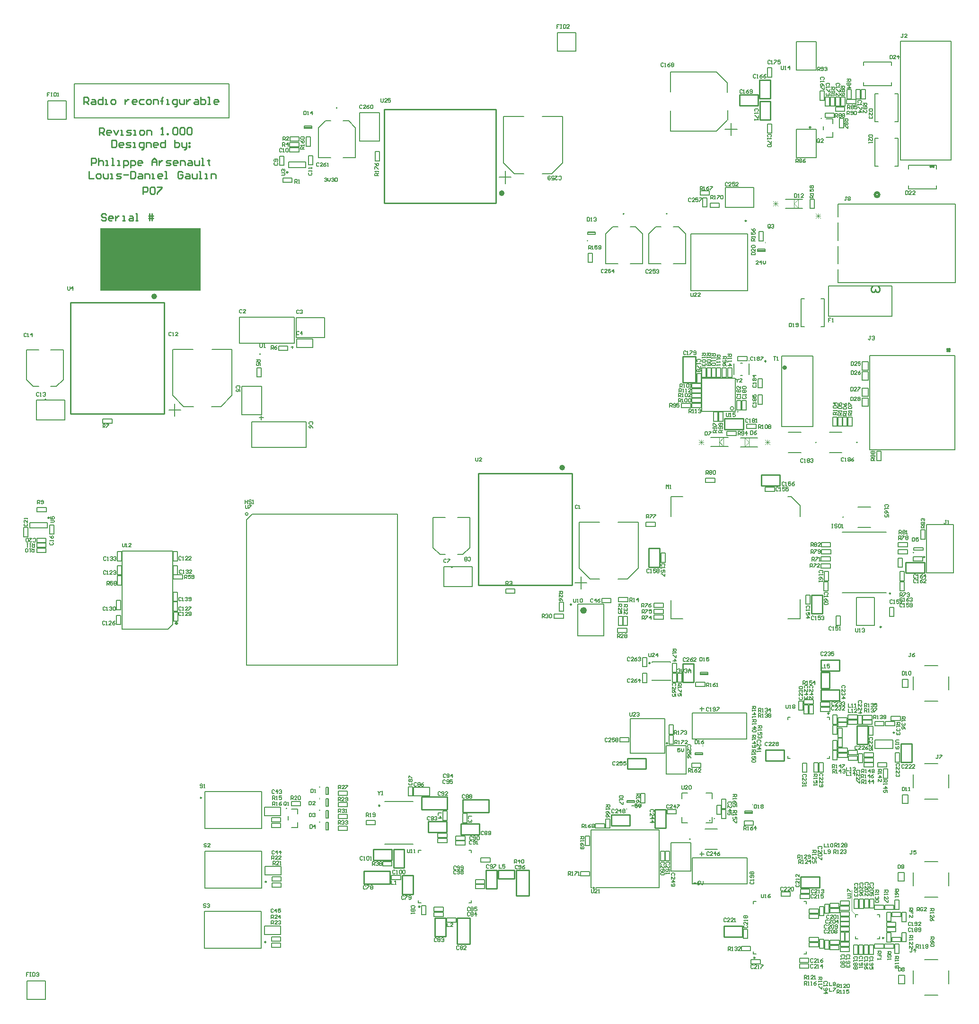
<source format=gto>
G04*
G04 #@! TF.GenerationSoftware,Altium Limited,Altium Designer,20.1.11 (218)*
G04*
G04 Layer_Color=65535*
%FSLAX24Y24*%
%MOIN*%
G70*
G04*
G04 #@! TF.SameCoordinates,C20E3654-7A5B-4E15-AF0D-48D46733EB80*
G04*
G04*
G04 #@! TF.FilePolarity,Positive*
G04*
G01*
G75*
%ADD10C,0.0098*%
%ADD11C,0.0079*%
%ADD12C,0.0236*%
%ADD13C,0.0200*%
%ADD14C,0.0157*%
%ADD15C,0.0100*%
%ADD16C,0.0050*%
%ADD17C,0.0060*%
%ADD18C,0.0039*%
%ADD19C,0.0079*%
%ADD20C,0.0069*%
%ADD21C,0.0079*%
%ADD22C,0.0120*%
%ADD23C,0.0030*%
%ADD24R,0.0531X0.0059*%
%ADD25R,0.0059X0.0531*%
%ADD26R,0.7115X0.4391*%
G36*
X53387Y54646D02*
X53430D01*
Y54627D01*
X53387D01*
Y54584D01*
X53369D01*
Y54627D01*
X53325D01*
Y54646D01*
X53369D01*
Y54689D01*
X53387D01*
Y54646D01*
D02*
G37*
G36*
X40860Y54773D02*
X40904D01*
Y54755D01*
X40860D01*
Y54711D01*
X40842D01*
Y54755D01*
X40798D01*
Y54773D01*
X40842D01*
Y54817D01*
X40860D01*
Y54773D01*
D02*
G37*
G36*
X21994Y16308D02*
X22037D01*
Y16290D01*
X21994D01*
Y16246D01*
X21975D01*
Y16290D01*
X21932D01*
Y16308D01*
X21975D01*
Y16352D01*
X21994D01*
Y16308D01*
D02*
G37*
G36*
Y15486D02*
X22037D01*
Y15468D01*
X21994D01*
Y15424D01*
X21975D01*
Y15468D01*
X21932D01*
Y15486D01*
X21975D01*
Y15529D01*
X21994D01*
Y15486D01*
D02*
G37*
G36*
Y13842D02*
X22037D01*
Y13824D01*
X21994D01*
Y13780D01*
X21975D01*
Y13824D01*
X21932D01*
Y13842D01*
X21975D01*
Y13885D01*
X21994D01*
Y13842D01*
D02*
G37*
G36*
Y14664D02*
X22037D01*
Y14646D01*
X21994D01*
Y14602D01*
X21975D01*
Y14646D01*
X21932D01*
Y14664D01*
X21975D01*
Y14707D01*
X21994D01*
Y14664D01*
D02*
G37*
G36*
X52498Y15080D02*
X52541D01*
Y15061D01*
X52498D01*
Y15018D01*
X52479D01*
Y15061D01*
X52436D01*
Y15080D01*
X52479D01*
Y15123D01*
X52498D01*
Y15080D01*
D02*
G37*
G36*
X43626Y14748D02*
X43669D01*
Y14730D01*
X43626D01*
Y14686D01*
X43607D01*
Y14730D01*
X43564D01*
Y14748D01*
X43607D01*
Y14792D01*
X43626D01*
Y14748D01*
D02*
G37*
G36*
X48993Y19188D02*
X49036D01*
Y19170D01*
X48993D01*
Y19126D01*
X48974D01*
Y19170D01*
X48931D01*
Y19188D01*
X48974D01*
Y19232D01*
X48993D01*
Y19188D01*
D02*
G37*
G36*
X49348Y24846D02*
X49391D01*
Y24827D01*
X49348D01*
Y24784D01*
X49330D01*
Y24827D01*
X49286D01*
Y24846D01*
X49330D01*
Y24889D01*
X49348D01*
Y24846D01*
D02*
G37*
G36*
X21442Y63314D02*
X21486D01*
Y63296D01*
X21442D01*
Y63253D01*
X21424D01*
Y63296D01*
X21380D01*
Y63314D01*
X21424D01*
Y63358D01*
X21442D01*
Y63314D01*
D02*
G37*
D10*
X61726Y5669D02*
G03*
X61726Y5669I-49J0D01*
G01*
X52658Y4273D02*
G03*
X52658Y4273I-49J0D01*
G01*
X39735Y29145D02*
G03*
X39735Y29145I-49J0D01*
G01*
X19746Y59579D02*
G03*
X19746Y59579I-49J0D01*
G01*
X2936Y35254D02*
G03*
X2936Y35254I-49J0D01*
G01*
X53438Y46277D02*
G03*
X53438Y46277I-49J0D01*
G01*
X56580Y62745D02*
G03*
X56580Y62745I-49J0D01*
G01*
X57334Y63381D02*
G03*
X57334Y63381I-16J0D01*
G01*
X52046Y56160D02*
G03*
X52046Y56160I-49J0D01*
G01*
X19646Y14789D02*
G03*
X19646Y14789I-16J0D01*
G01*
X57878Y21480D02*
G03*
X57878Y21480I-49J0D01*
G01*
X29052Y7870D02*
G03*
X29052Y7870I-49J0D01*
G01*
X46490Y19378D02*
G03*
X46490Y19378I-44J0D01*
G01*
X61552Y27560D02*
G03*
X61552Y27560I-49J0D01*
G01*
X62483Y20125D02*
G03*
X62483Y20125I-49J0D01*
G01*
X45261Y25021D02*
G03*
X45261Y25021I-49J0D01*
G01*
X26223Y14982D02*
G03*
X26223Y14982I-49J0D01*
G01*
D11*
X2695Y43587D02*
G03*
X2695Y43587I-39J0D01*
G01*
X17823Y46774D02*
G03*
X17823Y46774I-39J0D01*
G01*
X31336Y31754D02*
G03*
X31336Y31754I-39J0D01*
G01*
X16939Y35514D02*
G03*
X16939Y35514I-98J0D01*
G01*
X51464Y42716D02*
G03*
X51464Y42716I-28J0D01*
G01*
X43431Y56650D02*
G03*
X43431Y56650I-39J0D01*
G01*
X46472D02*
G03*
X46472Y56650I-39J0D01*
G01*
X23213Y64106D02*
G03*
X23213Y64106I-39J0D01*
G01*
X61421Y5610D02*
Y5767D01*
X61264Y5610D02*
X61421D01*
X59728D02*
X59886D01*
X59728D02*
Y5767D01*
Y7145D02*
Y7303D01*
X59886D01*
X61421Y7145D02*
Y7303D01*
X61264D02*
X61421D01*
X52549Y4529D02*
X52727D01*
X52549D02*
Y4706D01*
Y8073D02*
Y8250D01*
X52727D01*
X56093D02*
X56270D01*
Y8073D02*
Y8250D01*
X56093Y4529D02*
X56270D01*
Y4706D01*
X64587Y1645D02*
X65517D01*
X66302Y2430D02*
Y3360D01*
X64587Y4145D02*
X65517D01*
X63802Y2430D02*
Y3360D01*
X64587Y8544D02*
X65517D01*
X66302Y9330D02*
Y10259D01*
X64587Y11044D02*
X65517D01*
X63802Y9330D02*
Y10259D01*
X16332Y47557D02*
X20190D01*
X16332D02*
Y49368D01*
X20190D01*
Y47557D02*
Y49368D01*
X17187Y40193D02*
Y42004D01*
Y40193D02*
X21046D01*
Y42004D01*
X17187D02*
X21046D01*
X40178Y26938D02*
Y29183D01*
X41989Y26938D02*
Y29183D01*
X40178D02*
X41989D01*
X40178Y26938D02*
X41989D01*
X40392Y30245D02*
Y31121D01*
X39969Y30688D02*
X40815D01*
X41042Y30934D02*
X41711D01*
X40264Y31711D02*
X41032Y30944D01*
X40264Y31711D02*
Y34950D01*
X40274Y34950D02*
X41691D01*
X42991Y30944D02*
X43660D01*
X44428Y31711D01*
Y34950D01*
X43010D02*
X44428D01*
X16840Y35120D02*
X17234Y35514D01*
X27470D01*
Y24884D02*
Y35514D01*
X16840Y24884D02*
X27470D01*
X16840D02*
Y35120D01*
X11622Y27730D02*
Y32912D01*
X11297Y27404D02*
X11622Y27730D01*
X8075Y27404D02*
X11297D01*
X8075D02*
Y32912D01*
X11622D01*
X14392Y47097D02*
X15809D01*
Y43859D02*
Y47097D01*
X15042Y43091D02*
X15809Y43859D01*
X14372Y43091D02*
X15042D01*
X11656Y47097D02*
X13073D01*
X11646Y43859D02*
Y47097D01*
Y43859D02*
X12414Y43091D01*
X12423Y43081D02*
X13093D01*
X11351Y42835D02*
X12197D01*
X11774Y42392D02*
Y43268D01*
X54541Y41670D02*
Y46631D01*
X56746Y41670D02*
Y46631D01*
X54541D02*
X56746D01*
X54541Y41670D02*
X56746D01*
X64587Y22343D02*
X65517D01*
X66302Y23128D02*
Y24058D01*
X64587Y24843D02*
X65517D01*
X63802Y23128D02*
Y24058D01*
Y16229D02*
Y17158D01*
X64587Y17944D02*
X65517D01*
X66302Y16229D02*
Y17158D01*
X64587Y15444D02*
X65517D01*
X50536Y62609D02*
X51412D01*
X50969Y62186D02*
Y63032D01*
X50723Y63258D02*
Y63928D01*
X49945Y62481D02*
X50713Y63249D01*
X46707Y62481D02*
X49945D01*
X46707Y62491D02*
Y63908D01*
X50713Y65207D02*
Y65877D01*
X49945Y66644D02*
X50713Y65877D01*
X46707Y66644D02*
X49945D01*
X46707Y65227D02*
Y66644D01*
X57888Y18310D02*
Y18478D01*
X57721Y18310D02*
X57888D01*
X54975D02*
Y18478D01*
Y18310D02*
X55142D01*
X54975Y21056D02*
Y21224D01*
X55142D01*
X57888Y21056D02*
Y21224D01*
X57721D02*
X57888D01*
X37676Y63495D02*
X39093D01*
Y60257D02*
Y63495D01*
X38325Y59489D02*
X39093Y60257D01*
X37656Y59489D02*
X38325D01*
X34939Y63495D02*
X36357D01*
X34930Y60257D02*
Y63495D01*
Y60257D02*
X35697Y59489D01*
X35707Y59480D02*
X36376D01*
X34634Y59234D02*
X35481D01*
X35057Y58791D02*
Y59667D01*
X32664Y8126D02*
Y8303D01*
X32487Y8126D02*
X32664D01*
Y11669D02*
Y11846D01*
X32487D02*
X32664D01*
X28944D02*
X29121D01*
X28944Y11669D02*
Y11846D01*
Y8126D02*
Y8303D01*
Y8126D02*
X29121D01*
X48226Y9483D02*
Y11294D01*
Y9483D02*
X52084D01*
Y11294D01*
X48226D02*
X52084D01*
X48224Y21502D02*
X52082D01*
Y19691D02*
Y21502D01*
X48224Y19691D02*
X52082D01*
X48224D02*
Y21502D01*
X61115Y19613D02*
X62374D01*
X61115Y19003D02*
X62374D01*
Y19613D01*
X61115Y19003D02*
Y19613D01*
X45399Y23800D02*
X46688D01*
X45399D02*
Y23840D01*
X46698Y23800D02*
Y23840D01*
Y25060D02*
Y25100D01*
X45409D02*
X46698D01*
X45399Y25060D02*
Y25100D01*
X27043Y12282D02*
X28573D01*
X26573D02*
X27043D01*
X26573Y15282D02*
X27043D01*
X28573D01*
D12*
X40689Y28730D02*
G03*
X40689Y28730I-118J0D01*
G01*
D13*
X39170Y38786D02*
G03*
X39170Y38786I-100J0D01*
G01*
X61400Y58002D02*
G03*
X61400Y58002I-150J0D01*
G01*
X10427Y50839D02*
G03*
X10427Y50839I-100J0D01*
G01*
X34912Y58106D02*
G03*
X34912Y58106I-100J0D01*
G01*
D14*
X11937Y27824D02*
G03*
X11937Y27824I-50J0D01*
G01*
X54816Y45824D02*
G03*
X54816Y45824I-79J0D01*
G01*
D15*
X62203Y29934D02*
G03*
X62203Y29934I-44J0D01*
G01*
X18194Y5376D02*
G03*
X18194Y5376I-39J0D01*
G01*
X41334Y9183D02*
G03*
X41334Y9183I-39J0D01*
G01*
X49798Y14073D02*
G03*
X49798Y14073I-14J0D01*
G01*
X49473Y13916D02*
G03*
X49473Y13916I-14J0D01*
G01*
X64605Y32487D02*
G03*
X64605Y32487I-39J0D01*
G01*
X13655Y15534D02*
G03*
X13655Y15534I-39J0D01*
G01*
X18224Y9623D02*
G03*
X18224Y9623I-39J0D01*
G01*
X50452Y6511D02*
X51762D01*
Y5751D02*
Y6511D01*
X50452Y5751D02*
X51762D01*
X50452D02*
Y6511D01*
X57191Y9200D02*
Y9960D01*
X55881D02*
X57191D01*
X55881Y9200D02*
Y9960D01*
Y9200D02*
X57191D01*
X33170Y38361D02*
X39770D01*
X33170Y30511D02*
X39770D01*
X33170D02*
Y38361D01*
X39770Y30511D02*
Y38361D01*
X4427Y50414D02*
X11027D01*
X4427Y42564D02*
X11027D01*
X4427D02*
Y50414D01*
X11027Y42564D02*
Y50414D01*
X48471Y44780D02*
Y46600D01*
X47571Y44780D02*
X48471D01*
X47571D02*
Y46600D01*
X48471D01*
X50512Y41467D02*
X51822D01*
X50512D02*
Y42227D01*
X51822D01*
Y41467D02*
Y42227D01*
X52981Y66073D02*
X53741D01*
X52981Y64763D02*
Y66073D01*
Y64763D02*
X53741D01*
Y66073D01*
X52984Y63264D02*
X53745D01*
Y64574D01*
X52984D02*
X53745D01*
X52984Y63264D02*
Y64574D01*
X52875Y64265D02*
Y65025D01*
X51565D02*
X52875D01*
X51565Y64265D02*
Y65025D01*
Y64265D02*
X52875D01*
X45165Y33094D02*
X45925D01*
X45165Y31784D02*
Y33094D01*
Y31784D02*
X45925D01*
Y33094D01*
X54405Y37517D02*
Y38277D01*
X53095D02*
X54405D01*
X53095Y37517D02*
Y38277D01*
Y37517D02*
X54405D01*
X57294Y24382D02*
X57894D01*
X57294Y23252D02*
Y24382D01*
Y23252D02*
X57894D01*
Y24382D01*
X53383Y18900D02*
X54693D01*
Y18140D02*
Y18900D01*
X53383Y18140D02*
X54693D01*
X53383D02*
Y18900D01*
X58604Y22376D02*
Y23136D01*
X57294D02*
X58604D01*
X57294Y22376D02*
Y23136D01*
Y22376D02*
X58604D01*
X57294Y24488D02*
X58604D01*
X57294D02*
Y25248D01*
X58604D01*
Y24488D02*
Y25248D01*
X47581Y23677D02*
Y24987D01*
X48341D01*
Y23677D02*
Y24987D01*
X47581Y23677D02*
X48341D01*
X25760Y11147D02*
X27070D01*
X25760D02*
Y11907D01*
X27070D01*
Y11147D02*
Y11907D01*
X27949Y10611D02*
Y11921D01*
X27189Y10611D02*
X27949D01*
X27189D02*
Y11921D01*
X27949D01*
X25107Y9467D02*
Y10367D01*
Y9467D02*
X26927D01*
Y10367D01*
X25107D02*
X26927D01*
X27800Y8748D02*
Y10058D01*
X28560D01*
Y8748D02*
Y10058D01*
X27800Y8748D02*
X28560D01*
X35816Y8627D02*
X36716D01*
Y10447D01*
X35816D02*
X36716D01*
X35816Y8627D02*
Y10447D01*
X34569Y9853D02*
Y10453D01*
Y9853D02*
X35700D01*
Y10453D01*
X34569D02*
X35700D01*
X33701Y9143D02*
Y10453D01*
X34461D01*
Y9143D02*
Y10453D01*
X33701Y9143D02*
X34461D01*
X33900Y14514D02*
Y15414D01*
X32080D02*
X33900D01*
X32080Y14514D02*
Y15414D01*
Y14514D02*
X33900D01*
X29151Y14693D02*
Y15593D01*
Y14693D02*
X30971D01*
Y15593D01*
X29151D02*
X30971D01*
X29627Y13866D02*
X30937D01*
Y13106D02*
Y13866D01*
X29627Y13106D02*
X30937D01*
X29627D02*
Y13866D01*
X31924Y12951D02*
X33234D01*
X31924D02*
Y13711D01*
X33234D01*
Y12951D02*
Y13711D01*
X30097Y5768D02*
Y7078D01*
X30857D01*
Y5768D02*
Y7078D01*
X30097Y5768D02*
X30857D01*
X31663Y5245D02*
X32563D01*
Y7065D01*
X31663D02*
X32563D01*
X31663Y5245D02*
Y7065D01*
X42538Y13585D02*
X43848D01*
X42538D02*
Y14345D01*
X43848D01*
Y13585D02*
Y14345D01*
X44980Y17559D02*
Y18319D01*
X43670D02*
X44980D01*
X43670Y17559D02*
Y18319D01*
Y17559D02*
X44980D01*
X45607Y14715D02*
X46367D01*
X45607Y13405D02*
Y14715D01*
Y13405D02*
X46367D01*
Y14715D01*
X56636Y28504D02*
Y29814D01*
X57396D01*
Y28504D02*
Y29814D01*
X56636Y28504D02*
X57396D01*
X63275Y31358D02*
X64585D01*
X63275D02*
Y32118D01*
X64585D01*
Y31358D02*
Y32118D01*
X63704Y18041D02*
Y19351D01*
X62944Y18041D02*
X63704D01*
X62944D02*
Y19351D01*
X63704D01*
X59837Y19302D02*
Y20612D01*
X60597D01*
Y19302D02*
Y20612D01*
X59837Y19302D02*
X60597D01*
X26537Y57406D02*
X34387D01*
X26537Y64006D02*
X34387D01*
X26537Y57406D02*
Y64006D01*
X34387Y57406D02*
Y64006D01*
X7346Y61854D02*
Y61355D01*
X7596D01*
X7679Y61438D01*
Y61771D01*
X7596Y61854D01*
X7346D01*
X8096Y61355D02*
X7929D01*
X7846Y61438D01*
Y61604D01*
X7929Y61688D01*
X8096D01*
X8179Y61604D01*
Y61521D01*
X7846D01*
X8346Y61355D02*
X8596D01*
X8679Y61438D01*
X8596Y61521D01*
X8429D01*
X8346Y61604D01*
X8429Y61688D01*
X8679D01*
X8846Y61355D02*
X9012D01*
X8929D01*
Y61688D01*
X8846D01*
X9429Y61188D02*
X9512D01*
X9596Y61271D01*
Y61688D01*
X9346D01*
X9262Y61604D01*
Y61438D01*
X9346Y61355D01*
X9596D01*
X9762D02*
Y61688D01*
X10012D01*
X10095Y61604D01*
Y61355D01*
X10512D02*
X10345D01*
X10262Y61438D01*
Y61604D01*
X10345Y61688D01*
X10512D01*
X10595Y61604D01*
Y61521D01*
X10262D01*
X11095Y61854D02*
Y61355D01*
X10845D01*
X10762Y61438D01*
Y61604D01*
X10845Y61688D01*
X11095D01*
X11761Y61854D02*
Y61355D01*
X12011D01*
X12095Y61438D01*
Y61521D01*
Y61604D01*
X12011Y61688D01*
X11761D01*
X12261D02*
Y61438D01*
X12345Y61355D01*
X12595D01*
Y61271D01*
X12511Y61188D01*
X12428D01*
X12595Y61355D02*
Y61688D01*
X12761D02*
X12844D01*
Y61604D01*
X12761D01*
Y61688D01*
Y61438D02*
X12844D01*
Y61355D01*
X12761D01*
Y61438D01*
X5748Y59651D02*
Y59152D01*
X6081D01*
X6331D02*
X6497D01*
X6581Y59235D01*
Y59401D01*
X6497Y59485D01*
X6331D01*
X6247Y59401D01*
Y59235D01*
X6331Y59152D01*
X6747Y59485D02*
Y59235D01*
X6831Y59152D01*
X7081D01*
Y59485D01*
X7247Y59152D02*
X7414D01*
X7330D01*
Y59485D01*
X7247D01*
X7664Y59152D02*
X7914D01*
X7997Y59235D01*
X7914Y59318D01*
X7747D01*
X7664Y59401D01*
X7747Y59485D01*
X7997D01*
X8163Y59401D02*
X8497D01*
X8663Y59651D02*
Y59152D01*
X8913D01*
X8997Y59235D01*
Y59568D01*
X8913Y59651D01*
X8663D01*
X9246Y59485D02*
X9413D01*
X9496Y59401D01*
Y59152D01*
X9246D01*
X9163Y59235D01*
X9246Y59318D01*
X9496D01*
X9663Y59152D02*
Y59485D01*
X9913D01*
X9996Y59401D01*
Y59152D01*
X10163D02*
X10329D01*
X10246D01*
Y59485D01*
X10163D01*
X10829Y59152D02*
X10663D01*
X10579Y59235D01*
Y59401D01*
X10663Y59485D01*
X10829D01*
X10913Y59401D01*
Y59318D01*
X10579D01*
X11079Y59152D02*
X11246D01*
X11163D01*
Y59651D01*
X11079D01*
X12329Y59568D02*
X12245Y59651D01*
X12079D01*
X11996Y59568D01*
Y59235D01*
X12079Y59152D01*
X12245D01*
X12329Y59235D01*
Y59401D01*
X12162D01*
X12579Y59485D02*
X12745D01*
X12829Y59401D01*
Y59152D01*
X12579D01*
X12495Y59235D01*
X12579Y59318D01*
X12829D01*
X12995Y59485D02*
Y59235D01*
X13079Y59152D01*
X13328D01*
Y59485D01*
X13495Y59152D02*
X13662D01*
X13578D01*
Y59651D01*
X13495D01*
X13912Y59152D02*
X14078D01*
X13995D01*
Y59485D01*
X13912D01*
X14328Y59152D02*
Y59485D01*
X14578D01*
X14661Y59401D01*
Y59152D01*
X5354Y64374D02*
Y64874D01*
X5604D01*
X5687Y64791D01*
Y64624D01*
X5604Y64541D01*
X5354D01*
X5520D02*
X5687Y64374D01*
X5937Y64708D02*
X6104D01*
X6187Y64624D01*
Y64374D01*
X5937D01*
X5854Y64458D01*
X5937Y64541D01*
X6187D01*
X6687Y64874D02*
Y64374D01*
X6437D01*
X6353Y64458D01*
Y64624D01*
X6437Y64708D01*
X6687D01*
X6853Y64374D02*
X7020D01*
X6937D01*
Y64708D01*
X6853D01*
X7353Y64374D02*
X7520D01*
X7603Y64458D01*
Y64624D01*
X7520Y64708D01*
X7353D01*
X7270Y64624D01*
Y64458D01*
X7353Y64374D01*
X8269Y64708D02*
Y64374D01*
Y64541D01*
X8353Y64624D01*
X8436Y64708D01*
X8519D01*
X9019Y64374D02*
X8853D01*
X8769Y64458D01*
Y64624D01*
X8853Y64708D01*
X9019D01*
X9103Y64624D01*
Y64541D01*
X8769D01*
X9602Y64708D02*
X9352D01*
X9269Y64624D01*
Y64458D01*
X9352Y64374D01*
X9602D01*
X9852D02*
X10019D01*
X10102Y64458D01*
Y64624D01*
X10019Y64708D01*
X9852D01*
X9769Y64624D01*
Y64458D01*
X9852Y64374D01*
X10269D02*
Y64708D01*
X10519D01*
X10602Y64624D01*
Y64374D01*
X10852D02*
Y64791D01*
Y64624D01*
X10769D01*
X10935D01*
X10852D01*
Y64791D01*
X10935Y64874D01*
X11185Y64374D02*
X11352D01*
X11269D01*
Y64708D01*
X11185D01*
X11768Y64208D02*
X11852D01*
X11935Y64291D01*
Y64708D01*
X11685D01*
X11602Y64624D01*
Y64458D01*
X11685Y64374D01*
X11935D01*
X12102Y64708D02*
Y64458D01*
X12185Y64374D01*
X12435D01*
Y64708D01*
X12601D02*
Y64374D01*
Y64541D01*
X12685Y64624D01*
X12768Y64708D01*
X12851D01*
X13185D02*
X13351D01*
X13434Y64624D01*
Y64374D01*
X13185D01*
X13101Y64458D01*
X13185Y64541D01*
X13434D01*
X13601Y64874D02*
Y64374D01*
X13851D01*
X13934Y64458D01*
Y64541D01*
Y64624D01*
X13851Y64708D01*
X13601D01*
X14101Y64374D02*
X14268D01*
X14184D01*
Y64874D01*
X14101D01*
X14767Y64374D02*
X14601D01*
X14517Y64458D01*
Y64624D01*
X14601Y64708D01*
X14767D01*
X14851Y64624D01*
Y64541D01*
X14517D01*
X9534Y58047D02*
Y58546D01*
X9783D01*
X9867Y58463D01*
Y58297D01*
X9783Y58213D01*
X9534D01*
X10033Y58463D02*
X10117Y58546D01*
X10283D01*
X10367Y58463D01*
Y58130D01*
X10283Y58047D01*
X10117D01*
X10033Y58130D01*
Y58463D01*
X10533Y58546D02*
X10866D01*
Y58463D01*
X10533Y58130D01*
Y58047D01*
X6451Y62213D02*
Y62713D01*
X6701D01*
X6784Y62629D01*
Y62463D01*
X6701Y62379D01*
X6451D01*
X6618D02*
X6784Y62213D01*
X7201D02*
X7034D01*
X6951Y62296D01*
Y62463D01*
X7034Y62546D01*
X7201D01*
X7284Y62463D01*
Y62379D01*
X6951D01*
X7451Y62546D02*
X7617Y62213D01*
X7784Y62546D01*
X7950Y62213D02*
X8117D01*
X8034D01*
Y62546D01*
X7950D01*
X8367Y62213D02*
X8617D01*
X8700Y62296D01*
X8617Y62379D01*
X8450D01*
X8367Y62463D01*
X8450Y62546D01*
X8700D01*
X8867Y62213D02*
X9033D01*
X8950D01*
Y62546D01*
X8867D01*
X9367Y62213D02*
X9533D01*
X9617Y62296D01*
Y62463D01*
X9533Y62546D01*
X9367D01*
X9283Y62463D01*
Y62296D01*
X9367Y62213D01*
X9783D02*
Y62546D01*
X10033D01*
X10116Y62463D01*
Y62213D01*
X10802Y62226D02*
X10969D01*
X10885D01*
Y62726D01*
X10802Y62643D01*
X11218Y62226D02*
Y62309D01*
X11302D01*
Y62226D01*
X11218D01*
X11635Y62643D02*
X11718Y62726D01*
X11885D01*
X11968Y62643D01*
Y62309D01*
X11885Y62226D01*
X11718D01*
X11635Y62309D01*
Y62643D01*
X12135D02*
X12218Y62726D01*
X12385D01*
X12468Y62643D01*
Y62309D01*
X12385Y62226D01*
X12218D01*
X12135Y62309D01*
Y62643D01*
X12635D02*
X12718Y62726D01*
X12885D01*
X12968Y62643D01*
Y62309D01*
X12885Y62226D01*
X12718D01*
X12635Y62309D01*
Y62643D01*
X6933Y56579D02*
X6850Y56663D01*
X6683D01*
X6600Y56579D01*
Y56496D01*
X6683Y56413D01*
X6850D01*
X6933Y56330D01*
Y56246D01*
X6850Y56163D01*
X6683D01*
X6600Y56246D01*
X7349Y56163D02*
X7183D01*
X7100Y56246D01*
Y56413D01*
X7183Y56496D01*
X7349D01*
X7433Y56413D01*
Y56330D01*
X7100D01*
X7599Y56496D02*
Y56163D01*
Y56330D01*
X7683Y56413D01*
X7766Y56496D01*
X7849D01*
X8099Y56163D02*
X8266D01*
X8183D01*
Y56496D01*
X8099D01*
X8599D02*
X8766D01*
X8849Y56413D01*
Y56163D01*
X8599D01*
X8516Y56246D01*
X8599Y56330D01*
X8849D01*
X9016Y56163D02*
X9182D01*
X9099D01*
Y56663D01*
X9016D01*
X10015Y56163D02*
Y56663D01*
X10182D02*
Y56163D01*
X9932Y56496D02*
X10182D01*
X10265D01*
X9932Y56330D02*
X10265D01*
X5903Y60061D02*
Y60561D01*
X6153D01*
X6237Y60477D01*
Y60311D01*
X6153Y60227D01*
X5903D01*
X6403Y60561D02*
Y60061D01*
Y60311D01*
X6486Y60394D01*
X6653D01*
X6736Y60311D01*
Y60061D01*
X6903D02*
X7070D01*
X6986D01*
Y60394D01*
X6903D01*
X7320Y60061D02*
X7486D01*
X7403D01*
Y60561D01*
X7320D01*
X7736Y60061D02*
X7903D01*
X7819D01*
Y60394D01*
X7736D01*
X8153Y59894D02*
Y60394D01*
X8403D01*
X8486Y60311D01*
Y60144D01*
X8403Y60061D01*
X8153D01*
X8652Y59894D02*
Y60394D01*
X8902D01*
X8986Y60311D01*
Y60144D01*
X8902Y60061D01*
X8652D01*
X9402D02*
X9236D01*
X9152Y60144D01*
Y60311D01*
X9236Y60394D01*
X9402D01*
X9485Y60311D01*
Y60227D01*
X9152D01*
X10152Y60061D02*
Y60394D01*
X10319Y60561D01*
X10485Y60394D01*
Y60061D01*
Y60311D01*
X10152D01*
X10652Y60394D02*
Y60061D01*
Y60227D01*
X10735Y60311D01*
X10818Y60394D01*
X10902D01*
X11152Y60061D02*
X11402D01*
X11485Y60144D01*
X11402Y60227D01*
X11235D01*
X11152Y60311D01*
X11235Y60394D01*
X11485D01*
X11901Y60061D02*
X11735D01*
X11651Y60144D01*
Y60311D01*
X11735Y60394D01*
X11901D01*
X11985Y60311D01*
Y60227D01*
X11651D01*
X12151Y60061D02*
Y60394D01*
X12401D01*
X12485Y60311D01*
Y60061D01*
X12734Y60394D02*
X12901D01*
X12984Y60311D01*
Y60061D01*
X12734D01*
X12651Y60144D01*
X12734Y60227D01*
X12984D01*
X13151Y60394D02*
Y60144D01*
X13234Y60061D01*
X13484D01*
Y60394D01*
X13651Y60061D02*
X13817D01*
X13734D01*
Y60561D01*
X13651D01*
X14151Y60477D02*
Y60394D01*
X14067D01*
X14234D01*
X14151D01*
Y60144D01*
X14234Y60061D01*
X61348Y51544D02*
X61448Y51444D01*
Y51244D01*
X61348Y51144D01*
X61248D01*
X61148Y51244D01*
Y51344D01*
Y51244D01*
X61048Y51144D01*
X60948D01*
X60848Y51244D01*
Y51444D01*
X60948Y51544D01*
D16*
X51156Y42956D02*
G03*
X51156Y42956I-123J0D01*
G01*
X52255Y46310D02*
G03*
X52255Y46310I-25J0D01*
G01*
X60294Y65683D02*
X62263D01*
X60294Y67336D02*
X62263D01*
Y65683D02*
Y65921D01*
X60294Y65683D02*
Y65921D01*
X62263Y67097D02*
Y67336D01*
X60294Y67097D02*
Y67336D01*
X60122Y64748D02*
Y65398D01*
X60422D01*
Y64748D02*
Y65398D01*
X60122Y64748D02*
X60422D01*
X61091Y60012D02*
X61329D01*
X61091Y61980D02*
X61329D01*
X62505Y60012D02*
X62744D01*
X62505Y61980D02*
X62744D01*
X61091Y60012D02*
Y61980D01*
X62744Y60012D02*
Y61980D01*
X62505Y65122D02*
X62744D01*
X62505Y63154D02*
X62744D01*
X61091Y65122D02*
X61329D01*
X61091Y63154D02*
X61329D01*
X62744D02*
Y65122D01*
X61091Y63154D02*
Y65122D01*
X65425Y58404D02*
Y58643D01*
X63457Y58404D02*
Y58643D01*
X65425Y59819D02*
Y60058D01*
X63457Y59819D02*
Y60058D01*
Y58404D02*
X65425D01*
X63457Y60058D02*
X65425D01*
X62912Y60447D02*
Y68793D01*
X66456Y60447D02*
Y68793D01*
X62912D02*
X66456D01*
X62912Y60447D02*
X66456D01*
X51689Y4778D02*
Y5078D01*
Y4778D02*
X52339D01*
Y5078D01*
X51689D02*
X52339D01*
X55783Y3549D02*
X56433D01*
X55783D02*
Y3849D01*
X56433D01*
Y3549D02*
Y3849D01*
X56471Y5036D02*
Y5336D01*
Y5036D02*
X57121D01*
Y5336D01*
X56471D02*
X57121D01*
X56471Y7405D02*
Y7705D01*
Y7405D02*
X57121D01*
Y7705D01*
X56471D02*
X57121D01*
X55847Y8452D02*
X56497D01*
X55847D02*
Y8752D01*
X56497D01*
Y8452D02*
Y8752D01*
X55859Y8809D02*
X56509D01*
X55859D02*
Y9109D01*
X56509D01*
Y8809D02*
Y9109D01*
X57197Y5586D02*
X57497D01*
X57197Y4936D02*
Y5586D01*
Y4936D02*
X57497D01*
Y5586D01*
X57194Y7880D02*
X57494D01*
X57194Y7230D02*
Y7880D01*
Y7230D02*
X57494D01*
Y7880D01*
X57931Y5152D02*
X58581D01*
Y4852D02*
Y5152D01*
X57931Y4852D02*
X58581D01*
X57931D02*
Y5152D01*
X57934Y5510D02*
X58584D01*
Y5210D02*
Y5510D01*
X57934Y5210D02*
X58584D01*
X57934D02*
Y5510D01*
X57934Y7734D02*
X58584D01*
Y7434D02*
Y7734D01*
X57934Y7434D02*
X58584D01*
X57934D02*
Y7734D01*
X58651Y5060D02*
Y5360D01*
Y5060D02*
X59301D01*
Y5360D01*
X58651D02*
X59301D01*
X58652Y5436D02*
Y6086D01*
X58952D01*
Y5436D02*
Y6086D01*
X58652Y5436D02*
X58952D01*
X58652Y6854D02*
X59302D01*
X58652D02*
Y7154D01*
X59302D01*
Y6854D02*
Y7154D01*
X58652Y6802D02*
X59302D01*
Y6502D02*
Y6802D01*
X58652Y6502D02*
X59302D01*
X58652D02*
Y6802D01*
X58646Y7619D02*
Y7919D01*
Y7619D02*
X59296D01*
Y7919D01*
X58646D02*
X59296D01*
X58652Y7207D02*
X59302D01*
X58652D02*
Y7507D01*
X59302D01*
Y7207D02*
Y7507D01*
X58655Y7983D02*
Y8283D01*
Y7983D02*
X59305D01*
Y8283D01*
X58655D02*
X59305D01*
X59907Y4524D02*
Y5174D01*
X59607Y4524D02*
X59907D01*
X59607D02*
Y5174D01*
X59907D01*
X59937Y7755D02*
Y8405D01*
X59637Y7755D02*
X59937D01*
X59637D02*
Y8405D01*
X59937D01*
X60337Y4524D02*
Y5174D01*
X60637D01*
Y4524D02*
Y5174D01*
X60337Y4524D02*
X60637D01*
X60272D02*
Y5174D01*
X59972Y4524D02*
X60272D01*
X59972D02*
Y5174D01*
X60272D01*
X60300Y7756D02*
Y8406D01*
X60000Y7756D02*
X60300D01*
X60000D02*
Y8406D01*
X60300D01*
X60658Y7758D02*
Y8408D01*
X60358Y7758D02*
X60658D01*
X60358D02*
Y8408D01*
X60658D01*
X61071Y4928D02*
Y5228D01*
Y4928D02*
X61721D01*
Y5228D01*
X61071D02*
X61721D01*
X61079Y7690D02*
Y7990D01*
Y7690D02*
X61729D01*
Y7990D01*
X61079D02*
X61729D01*
X61782Y4928D02*
Y5228D01*
Y4928D02*
X62432D01*
Y5228D01*
X61782D02*
X62432D01*
X61930Y6104D02*
X62580D01*
X61930D02*
Y6404D01*
X62580D01*
Y6104D02*
Y6404D01*
X61919Y6039D02*
X62219D01*
X61919Y5389D02*
Y6039D01*
Y5389D02*
X62219D01*
Y6039D01*
X61936Y6832D02*
X62236D01*
Y7482D01*
X61936D02*
X62236D01*
X61936Y6832D02*
Y7482D01*
X61930Y6472D02*
X62580D01*
X61930D02*
Y6772D01*
X62580D01*
Y6472D02*
Y6772D01*
X61792Y7690D02*
Y7990D01*
Y7690D02*
X62442D01*
Y7990D01*
X61792D02*
X62442D01*
X62769Y2447D02*
Y3038D01*
Y2447D02*
X63183D01*
Y3038D01*
X62769D02*
X63183D01*
X62498Y4578D02*
X62798D01*
Y5228D01*
X62498D02*
X62798D01*
X62498Y4578D02*
Y5228D01*
X62495Y8333D02*
X62795D01*
X62495Y7683D02*
Y8333D01*
Y7683D02*
X62795D01*
Y8333D01*
X62292Y7189D02*
Y7489D01*
Y7189D02*
X62942D01*
Y7489D01*
X62292D02*
X62942D01*
X62736Y9667D02*
X63150D01*
X62736D02*
Y10258D01*
X63150D01*
Y9667D02*
Y10258D01*
X52382Y4156D02*
X53032D01*
Y3856D02*
Y4156D01*
X52382Y3856D02*
X53032D01*
X52382D02*
Y4156D01*
X54484Y8902D02*
X55134D01*
Y8602D02*
Y8902D01*
X54484Y8602D02*
X55134D01*
X54484D02*
Y8902D01*
X55786Y3952D02*
X56436D01*
X55786D02*
Y4252D01*
X56436D01*
Y3952D02*
Y4252D01*
X56471Y5417D02*
Y5717D01*
Y5417D02*
X57121D01*
Y5717D01*
X56471D02*
X57121D01*
X56471Y7055D02*
Y7355D01*
Y7055D02*
X57121D01*
Y7355D01*
X56471D02*
X57121D01*
X57931Y8105D02*
X58581D01*
Y7805D02*
Y8105D01*
X57931Y7805D02*
X58581D01*
X57931D02*
Y8105D01*
X58656Y4702D02*
Y5002D01*
Y4702D02*
X59306D01*
Y5002D01*
X58656D02*
X59306D01*
X58652Y6450D02*
X59302D01*
Y6150D02*
Y6450D01*
X58652Y6150D02*
X59302D01*
X58652D02*
Y6450D01*
X62286Y5392D02*
Y5692D01*
Y5392D02*
X62936D01*
Y5692D01*
X62286D02*
X62936D01*
X51847Y5631D02*
Y6281D01*
X52147D01*
Y5631D02*
Y6281D01*
X51847Y5631D02*
X52147D01*
X57869Y4861D02*
Y5511D01*
X57569Y4861D02*
X57869D01*
X57569D02*
Y5511D01*
X57869D01*
X59002Y5439D02*
Y6089D01*
X59302D01*
Y5439D02*
Y6089D01*
X59002Y5439D02*
X59302D01*
X57869Y7405D02*
Y8055D01*
X57569Y7405D02*
X57869D01*
X57569D02*
Y8055D01*
X57869D01*
X60702Y4524D02*
Y5174D01*
X61002D01*
Y4524D02*
Y5174D01*
X60702Y4524D02*
X61002D01*
X61016Y7758D02*
Y8408D01*
X60716Y7758D02*
X61016D01*
X60716D02*
Y8408D01*
X61016D01*
X63003Y6050D02*
X63303D01*
X63003Y5400D02*
Y6050D01*
Y5400D02*
X63303D01*
Y6050D01*
X63009Y6819D02*
X63309D01*
Y7469D01*
X63009D02*
X63309D01*
X63009Y6819D02*
Y7469D01*
X6710Y41924D02*
Y42224D01*
Y41924D02*
X7360D01*
Y42224D01*
X6710D02*
X7360D01*
X8029Y32219D02*
Y32869D01*
X7729Y32219D02*
X8029D01*
X7729D02*
Y32869D01*
X8029D01*
X7729Y31239D02*
X8029D01*
Y31889D01*
X7729D02*
X8029D01*
X7729Y31239D02*
Y31889D01*
X8029Y30514D02*
Y31164D01*
X7729Y30514D02*
X8029D01*
X7729D02*
Y31164D01*
X8029D01*
X7657Y29425D02*
X7957D01*
X7657Y28775D02*
Y29425D01*
Y28775D02*
X7957D01*
Y29425D01*
X7673Y28375D02*
X7973D01*
X7673Y27725D02*
Y28375D01*
Y27725D02*
X7973D01*
Y28375D01*
X11671Y30020D02*
X11971D01*
X11671Y29370D02*
Y30020D01*
Y29370D02*
X11971D01*
Y30020D01*
X11992Y27961D02*
Y28611D01*
X11692Y27961D02*
X11992D01*
X11692D02*
Y28611D01*
X11992D01*
X11671Y28681D02*
X11971D01*
Y29331D01*
X11671D02*
X11971D01*
X11671Y28681D02*
Y29331D01*
Y32219D02*
X11971D01*
Y32869D01*
X11671D02*
X11971D01*
X11671Y32219D02*
Y32869D01*
Y31889D02*
X11971D01*
X11671Y31239D02*
Y31889D01*
Y31239D02*
X11971D01*
Y31889D01*
X11674Y30952D02*
X12324D01*
X11674D02*
Y31252D01*
X12324D01*
Y30952D02*
Y31252D01*
X58797Y19790D02*
Y20440D01*
X58497Y19790D02*
X58797D01*
X58497D02*
Y20440D01*
X58797D01*
X58148Y20007D02*
Y20657D01*
X58448D01*
Y20007D02*
Y20657D01*
X58148Y20007D02*
X58448D01*
X1317Y47091D02*
X2183D01*
X3049D02*
X3916D01*
X3049Y44493D02*
X3420D01*
X1813D02*
X2183D01*
X3916Y44989D02*
Y47091D01*
X3420Y44493D02*
X3916Y44989D01*
X1317D02*
Y47091D01*
Y44989D02*
X1813Y44493D01*
X19099Y47056D02*
X19749D01*
X19099D02*
Y47356D01*
X19749D01*
Y47056D02*
Y47356D01*
X17857Y45174D02*
Y45824D01*
X17557Y45174D02*
X17857D01*
X17557D02*
Y45824D01*
X17857D01*
X35091Y30252D02*
X35741D01*
Y29952D02*
Y30252D01*
X35091Y29952D02*
X35741D01*
X35091D02*
Y30252D01*
X38506Y28188D02*
Y28488D01*
Y28188D02*
X39156D01*
Y28488D01*
X38506D02*
X39156D01*
X38857Y28660D02*
X39157D01*
Y29310D01*
X38857D02*
X39157D01*
X38857Y28660D02*
Y29310D01*
X41858Y29580D02*
X42508D01*
Y29280D02*
Y29580D01*
X41858Y29280D02*
X42508D01*
X41858D02*
Y29580D01*
X43372Y28311D02*
X43672D01*
X43372Y27661D02*
Y28311D01*
Y27661D02*
X43672D01*
Y28311D01*
X43621Y27160D02*
Y27460D01*
X42971D02*
X43621D01*
X42971Y27160D02*
Y27460D01*
Y27160D02*
X43621D01*
X43695Y29357D02*
Y29657D01*
X43045D02*
X43695D01*
X43045Y29357D02*
Y29657D01*
Y29357D02*
X43695D01*
X43016Y27660D02*
X43316D01*
Y28310D01*
X43016D02*
X43316D01*
X43016Y27660D02*
Y28310D01*
X29958Y35258D02*
X30824D01*
X31691D02*
X32557D01*
X31691Y32660D02*
X32061D01*
X30454D02*
X30824D01*
X32557Y33156D02*
Y35258D01*
X32061Y32660D02*
X32557Y33156D01*
X29958D02*
Y35258D01*
Y33156D02*
X30454Y32660D01*
X58793Y34235D02*
X61913D01*
X58793Y29963D02*
X61913D01*
X21188Y60107D02*
X21488D01*
Y60757D01*
X21188D02*
X21488D01*
X21188Y60107D02*
Y60757D01*
X19392Y58869D02*
X20042D01*
X19392D02*
Y59169D01*
X20042D01*
Y58869D02*
Y59169D01*
X19883Y61778D02*
X20533D01*
X19883D02*
Y62078D01*
X20533D01*
Y61778D02*
Y62078D01*
X19879Y60998D02*
Y61298D01*
Y60998D02*
X20529D01*
Y61298D01*
X19879D02*
X20529D01*
X19881Y61683D02*
X20531D01*
Y61383D02*
Y61683D01*
X19881Y61383D02*
X20531D01*
X19881D02*
Y61683D01*
X19785Y60307D02*
X21006D01*
X19785Y59914D02*
X21006D01*
Y60307D01*
X19785Y59914D02*
Y60307D01*
X19162Y60073D02*
X19462D01*
Y60723D01*
X19162D02*
X19462D01*
X19162Y60073D02*
Y60723D01*
X25890Y60378D02*
Y61028D01*
X26190D01*
Y60378D02*
Y61028D01*
X25890Y60378D02*
X26190D01*
X1133Y34567D02*
X1433D01*
X1133Y33917D02*
Y34567D01*
Y33917D02*
X1433D01*
Y34567D01*
X1577Y34526D02*
X2798D01*
X1577Y34919D02*
X2798D01*
X1577Y34526D02*
Y34919D01*
X2798Y34526D02*
Y34919D01*
X2061Y33163D02*
X2711D01*
X2061D02*
Y33463D01*
X2711D01*
Y33163D02*
Y33463D01*
Y33518D02*
Y33818D01*
X2061D02*
X2711D01*
X2061Y33518D02*
Y33818D01*
Y33518D02*
X2711D01*
X2967Y34747D02*
X3267D01*
X2967Y34097D02*
Y34747D01*
Y34097D02*
X3267D01*
Y34747D01*
X2061Y33108D02*
X2711D01*
Y32808D02*
Y33108D01*
X2061Y32808D02*
X2711D01*
X2061D02*
Y33108D01*
X45541Y29238D02*
X46191D01*
Y28938D02*
Y29238D01*
X45541Y28938D02*
X46191D01*
X45541D02*
Y29238D01*
X45548Y28814D02*
X46198D01*
Y28514D02*
Y28814D01*
X45548Y28514D02*
X46198D01*
X45548D02*
Y28814D01*
X45536Y28092D02*
Y28392D01*
Y28092D02*
X46186D01*
Y28392D01*
X45536D02*
X46186D01*
X48852Y44746D02*
Y45396D01*
X48552Y44746D02*
X48852D01*
X48552D02*
Y45396D01*
X48852D01*
X48904Y45090D02*
X51254D01*
X48904Y42744D02*
Y45090D01*
Y42744D02*
X51254D01*
Y45090D01*
X52073Y41547D02*
X52723D01*
X52073D02*
Y41847D01*
X52723D01*
Y41547D02*
Y41847D01*
X50682Y41055D02*
Y41355D01*
Y41055D02*
X51332D01*
Y41355D01*
X50682D02*
X51332D01*
X48120Y43015D02*
Y43315D01*
X47470D02*
X48120D01*
X47470Y43015D02*
Y43315D01*
Y43015D02*
X48120D01*
X59202Y41696D02*
Y42346D01*
X59502D01*
Y41696D02*
Y42346D01*
X59202Y41696D02*
X59502D01*
X58843Y41692D02*
Y42342D01*
X59143D01*
Y41692D02*
Y42342D01*
X58843Y41692D02*
X59143D01*
X60208Y43097D02*
Y43688D01*
Y43097D02*
X60621D01*
Y43688D01*
X60208D02*
X60621D01*
X60621Y43795D02*
Y44385D01*
X60208D02*
X60621D01*
X60208Y43795D02*
Y44385D01*
Y43795D02*
X60621D01*
X58125Y41692D02*
Y42342D01*
X58425D01*
Y41692D02*
Y42342D01*
X58125Y41692D02*
X58425D01*
X58484D02*
Y42342D01*
X58784D01*
Y41692D02*
Y42342D01*
X58484Y41692D02*
X58784D01*
X48210Y43013D02*
X48860D01*
X48210D02*
Y43313D01*
X48860D01*
Y43013D02*
Y43313D01*
X48210Y43704D02*
X48860D01*
X48210D02*
Y44004D01*
X48860D01*
Y43704D02*
Y44004D01*
X48210Y44396D02*
X48860D01*
X48210D02*
Y44696D01*
X48860D01*
Y44396D02*
Y44696D01*
X48908Y45145D02*
Y45795D01*
X49208D01*
Y45145D02*
Y45795D01*
X48908Y45145D02*
X49208D01*
X49586Y45146D02*
Y45796D01*
X49886D01*
Y45146D02*
Y45796D01*
X49586Y45146D02*
X49886D01*
X50348Y45148D02*
Y45798D01*
X50648D01*
Y45148D02*
Y45798D01*
X50348Y45148D02*
X50648D01*
X50045Y42050D02*
Y42700D01*
X49745Y42050D02*
X50045D01*
X49745D02*
Y42700D01*
X50045D01*
X51021Y45145D02*
Y45795D01*
X50721Y45145D02*
X51021D01*
X50721D02*
Y45795D01*
X51021D01*
X51362Y42855D02*
Y43505D01*
X51662D01*
Y42855D02*
Y43505D01*
X51362Y42855D02*
X51662D01*
X52230Y45325D02*
Y46113D01*
X51167Y45325D02*
Y46113D01*
X51620Y45286D02*
X51778D01*
X51620Y46152D02*
X51778D01*
X51716Y42855D02*
Y43505D01*
X52016D01*
Y42855D02*
Y43505D01*
X51716Y42855D02*
X52016D01*
X52868Y43901D02*
X53168D01*
X52868Y43251D02*
Y43901D01*
Y43251D02*
X53168D01*
Y43901D01*
X52863Y44401D02*
X53163D01*
Y45051D01*
X52863D02*
X53163D01*
X52863Y44401D02*
Y45051D01*
X48210Y44050D02*
X48860D01*
X48210D02*
Y44350D01*
X48860D01*
Y44050D02*
Y44350D01*
X48210Y43358D02*
X48860D01*
X48210D02*
Y43658D01*
X48860D01*
Y43358D02*
Y43658D01*
X61544Y39286D02*
Y39936D01*
X61244Y39286D02*
X61544D01*
X61244D02*
Y39936D01*
X61544D01*
X51433Y46307D02*
Y46607D01*
Y46307D02*
X52083D01*
Y46607D01*
X51433D02*
X52083D01*
X50387Y42050D02*
Y42700D01*
X50087Y42050D02*
X50387D01*
X50087D02*
Y42700D01*
X50387D01*
X49252Y45146D02*
Y45796D01*
X49552D01*
Y45146D02*
Y45796D01*
X49252Y45146D02*
X49552D01*
X49920D02*
Y45796D01*
X50220D01*
Y45146D02*
Y45796D01*
X49920Y45146D02*
X50220D01*
X60203Y45531D02*
X60617D01*
Y44940D02*
Y45531D01*
X60203Y44940D02*
X60617D01*
X60203D02*
Y45531D01*
X60203Y45637D02*
X60617D01*
X60203D02*
Y46228D01*
X60617D01*
Y45637D02*
Y46228D01*
X40890Y53240D02*
Y53890D01*
X41190D01*
Y53240D02*
Y53890D01*
X40890Y53240D02*
X41190D01*
X48974Y57784D02*
X49274D01*
X48974Y57134D02*
Y57784D01*
Y57134D02*
X49274D01*
Y57784D01*
X48799Y57983D02*
X49449D01*
X48799D02*
Y58283D01*
X49449D01*
Y57983D02*
Y58283D01*
X50149Y57115D02*
Y57415D01*
X49499D02*
X50149D01*
X49499Y57115D02*
Y57415D01*
Y57115D02*
X50149D01*
X52836Y54020D02*
X53368D01*
Y54177D01*
X52836D02*
X53368D01*
X52836Y54020D02*
Y54177D01*
X52932Y54751D02*
X53232D01*
Y55401D01*
X52932D02*
X53232D01*
X52932Y54751D02*
Y55401D01*
X57455Y62564D02*
Y62820D01*
X57672Y63342D02*
X58120D01*
Y62993D02*
Y63342D01*
Y62042D02*
Y62392D01*
X57672Y62042D02*
X58120D01*
X57246Y64646D02*
Y65296D01*
X57546D01*
Y64646D02*
Y65296D01*
X57246Y64646D02*
X57546D01*
X57967Y64885D02*
X58267D01*
X57967Y64235D02*
Y64885D01*
Y64235D02*
X58267D01*
Y64885D01*
X58587Y62711D02*
X58887D01*
Y63361D01*
X58587D02*
X58887D01*
X58587Y62711D02*
Y63361D01*
X58978Y63877D02*
Y64177D01*
X58328D02*
X58978D01*
X58328Y63877D02*
Y64177D01*
Y63877D02*
X58978D01*
X58685Y64235D02*
X58985D01*
Y64885D01*
X58685D02*
X58985D01*
X58685Y64235D02*
Y64885D01*
X59759Y64397D02*
Y64697D01*
X59109D02*
X59759D01*
X59109Y64397D02*
Y64697D01*
Y64397D02*
X59759D01*
X59751Y64748D02*
Y65398D01*
X60051D01*
Y64748D02*
Y65398D01*
X59751Y64748D02*
X60051D01*
X44234Y55745D02*
X44730Y55248D01*
Y53146D02*
Y55248D01*
X42132D02*
X42628Y55745D01*
X42132Y53146D02*
Y55248D01*
X43864Y55745D02*
X44234D01*
X42628D02*
X42998D01*
X42132Y53146D02*
X42998D01*
X43864D02*
X44730D01*
X56519Y57681D02*
X56819D01*
X56519Y57031D02*
Y57681D01*
Y57031D02*
X56819D01*
Y57681D01*
X57586Y63448D02*
Y63748D01*
Y63448D02*
X58236D01*
Y63748D01*
X57586D02*
X58236D01*
X41392Y55223D02*
Y55381D01*
X40861Y55223D02*
X41392D01*
X40861D02*
Y55381D01*
X41392D01*
X53523Y62332D02*
Y62982D01*
X53823D01*
Y62332D02*
Y62982D01*
X53523Y62332D02*
X53823D01*
X53521Y66938D02*
X53821D01*
X53521Y66288D02*
Y66938D01*
Y66288D02*
X53821D01*
Y66938D01*
X57908Y64235D02*
Y64885D01*
X57608Y64235D02*
X57908D01*
X57608D02*
Y64885D01*
X57908D01*
X58626Y64235D02*
Y64885D01*
X58326Y64235D02*
X58626D01*
X58326D02*
Y64885D01*
X58626D01*
X59116Y64748D02*
X59416D01*
Y65398D01*
X59116D02*
X59416D01*
X59116Y64748D02*
Y65398D01*
X47275Y55745D02*
X47771Y55248D01*
Y53146D02*
Y55248D01*
X45173D02*
X45669Y55745D01*
X45173Y53146D02*
Y55248D01*
X46905Y55745D02*
X47275D01*
X45669D02*
X46039D01*
X45173Y53146D02*
X46039D01*
X46905D02*
X47771D01*
X57538Y48714D02*
Y50683D01*
X55884Y48714D02*
Y50683D01*
X57299D02*
X57538D01*
X57299Y48714D02*
X57538D01*
X55884Y50683D02*
X56123D01*
X55884Y48714D02*
X56123D01*
X44978Y34648D02*
Y34948D01*
Y34648D02*
X45628D01*
Y34948D01*
X44978D02*
X45628D01*
X46316Y32110D02*
Y32760D01*
X46016Y32110D02*
X46316D01*
X46016D02*
Y32760D01*
X46316D01*
X49175Y38044D02*
X49825D01*
Y37744D02*
Y38044D01*
X49175Y37744D02*
X49825D01*
X49175D02*
Y38044D01*
X53375Y37123D02*
X54025D01*
X53375D02*
Y37423D01*
X54025D01*
Y37123D02*
Y37423D01*
X56226Y29167D02*
Y29817D01*
X56526D01*
Y29167D02*
Y29817D01*
X56226Y29167D02*
X56526D01*
X55826Y28128D02*
Y29510D01*
X54976Y28128D02*
X55826D01*
X46716D02*
X47551D01*
X46716D02*
Y29447D01*
Y35345D02*
Y36743D01*
X47575D01*
X55826Y35345D02*
Y36112D01*
X54960Y36743D02*
X55196D01*
X55826Y36112D01*
X19996Y14971D02*
X20646D01*
X19996D02*
Y15271D01*
X20646D01*
Y14971D02*
Y15271D01*
X19768Y13972D02*
Y14228D01*
X19984Y14750D02*
X20432D01*
Y14400D02*
Y14750D01*
Y13450D02*
Y13799D01*
X19984Y13450D02*
X20432D01*
X18588Y13851D02*
X19238D01*
X18588D02*
Y14151D01*
X19238D01*
Y13851D02*
Y14151D01*
X18588Y13725D02*
X19238D01*
Y13425D02*
Y13725D01*
X18588Y13425D02*
X19238D01*
X18588D02*
Y13725D01*
X13864Y4943D02*
X17879D01*
X13864Y7541D02*
X17879D01*
X13864Y4943D02*
Y7541D01*
X17879Y4943D02*
Y7541D01*
X18616Y9658D02*
X19266D01*
X18616D02*
Y9958D01*
X19266D01*
Y9658D02*
Y9958D01*
X18616Y9225D02*
X19266D01*
X18616D02*
Y9525D01*
X19266D01*
Y9225D02*
Y9525D01*
X18588Y5011D02*
X19238D01*
X18588D02*
Y5311D01*
X19238D01*
Y5011D02*
Y5311D01*
X18588Y5441D02*
X19238D01*
X18588D02*
Y5741D01*
X19238D01*
Y5441D02*
Y5741D01*
X23297Y15723D02*
X23947D01*
X23297D02*
Y16023D01*
X23947D01*
Y15723D02*
Y16023D01*
X22444Y15758D02*
X22601D01*
X22444D02*
Y16289D01*
X22601D01*
Y15758D02*
Y16289D01*
X22444Y14935D02*
X22601D01*
X22444D02*
Y15467D01*
X22601D01*
Y14935D02*
Y15467D01*
X23297Y14900D02*
X23947D01*
X23297D02*
Y15200D01*
X23947D01*
Y14900D02*
Y15200D01*
X23297Y14078D02*
X23947D01*
X23297D02*
Y14378D01*
X23947D01*
Y14078D02*
Y14378D01*
X23297Y13255D02*
X23947D01*
X23297D02*
Y13555D01*
X23947D01*
Y13255D02*
Y13555D01*
X22444Y13291D02*
X22601D01*
X22444D02*
Y13823D01*
X22601D01*
Y13291D02*
Y13823D01*
X22444Y14113D02*
X22601D01*
X22444D02*
Y14645D01*
X22601D01*
Y14113D02*
Y14645D01*
X23646Y60602D02*
X24512D01*
X21914D02*
X22780D01*
X22410Y63201D02*
X22780D01*
X23646D02*
X24016D01*
X21914Y60602D02*
Y62705D01*
X22410Y63201D01*
X24512Y60602D02*
Y62705D01*
X24016Y63201D02*
X24512Y62705D01*
X59852Y21066D02*
Y21366D01*
X59202D02*
X59852D01*
X59202Y21066D02*
Y21366D01*
Y21066D02*
X59852D01*
X59209Y20706D02*
Y21006D01*
Y20706D02*
X59859D01*
Y21006D01*
X59209D02*
X59859D01*
X59873Y18182D02*
Y18482D01*
X59223D02*
X59873D01*
X59223Y18182D02*
Y18482D01*
Y18182D02*
X59873D01*
X59876Y18560D02*
Y18860D01*
X59226D02*
X59876D01*
X59226Y18560D02*
Y18860D01*
Y18560D02*
X59876D01*
X55986Y17325D02*
Y17975D01*
X56286D01*
Y17325D02*
Y17975D01*
X55986Y17325D02*
X56286D01*
X56106Y21429D02*
Y22079D01*
X56406D01*
Y21429D02*
Y22079D01*
X56106Y21429D02*
X56406D01*
X56109Y22137D02*
Y22437D01*
Y22137D02*
X56759D01*
Y22437D01*
X56109D02*
X56759D01*
X56812Y17993D02*
X57112D01*
X56812Y17343D02*
Y17993D01*
Y17343D02*
X57112D01*
Y17993D01*
X57269Y21619D02*
X57919D01*
X57269D02*
Y21919D01*
X57919D01*
Y21619D02*
Y21919D01*
X57269Y21987D02*
X57919D01*
X57269D02*
Y22287D01*
X57919D01*
Y21987D02*
Y22287D01*
X58148Y19569D02*
X58448D01*
X58148Y18919D02*
Y19569D01*
Y18919D02*
X58448D01*
Y19569D01*
X58148Y21364D02*
X58448D01*
X58148Y20714D02*
Y21364D01*
Y20714D02*
X58448D01*
Y21364D01*
X59155Y18749D02*
Y19049D01*
X58505D02*
X59155D01*
X58505Y18749D02*
Y19049D01*
Y18749D02*
X59155D01*
X58148Y18216D02*
X58448D01*
Y18866D01*
X58148D02*
X58448D01*
X58148Y18216D02*
Y18866D01*
X59163Y18388D02*
Y18688D01*
X58513D02*
X59163D01*
X58513Y18388D02*
Y18688D01*
Y18388D02*
X59163D01*
X57167Y17343D02*
Y17993D01*
X57467D01*
Y17343D02*
Y17993D01*
X57167Y17343D02*
X57467D01*
X56465Y21429D02*
Y22079D01*
X56765D01*
Y21429D02*
Y22079D01*
X56465Y21429D02*
X56765D01*
X56047Y21702D02*
Y22352D01*
X55747Y21702D02*
X56047D01*
X55747D02*
Y22352D01*
X56047D01*
X58491Y19102D02*
Y19752D01*
X58791D01*
Y19102D02*
Y19752D01*
X58491Y19102D02*
X58791D01*
X44729Y25421D02*
X45029D01*
X44729Y24771D02*
Y25421D01*
Y24771D02*
X45029D01*
Y25421D01*
X48472Y23661D02*
X49122D01*
Y23361D02*
Y23661D01*
X48472Y23361D02*
X49122D01*
X48472D02*
Y23661D01*
X47198Y23659D02*
Y24309D01*
X47498D01*
Y23659D02*
Y24309D01*
X47198Y23659D02*
X47498D01*
X46838Y24367D02*
Y25017D01*
X47138D01*
Y24367D02*
Y25017D01*
X46838Y24367D02*
X47138D01*
X46838Y23663D02*
X47138D01*
Y24313D01*
X46838D02*
X47138D01*
X46838Y23663D02*
Y24313D01*
X44731Y23649D02*
X45031D01*
Y24299D01*
X44731D02*
X45031D01*
X44731Y23649D02*
Y24299D01*
X21026Y61411D02*
Y62062D01*
X21326D01*
Y61411D02*
Y62062D01*
X21026Y61411D02*
X21326D01*
X33339Y11014D02*
X33989D01*
X33339D02*
Y11314D01*
X33989D01*
Y11014D02*
Y11314D01*
X28231Y16322D02*
X28531D01*
X28231Y15672D02*
Y16322D01*
Y15672D02*
X28531D01*
Y16322D01*
X26432Y10756D02*
X27082D01*
X26432D02*
Y11056D01*
X27082D01*
Y10756D02*
Y11056D01*
X27698Y9772D02*
Y10072D01*
X27048D02*
X27698D01*
X27048Y9772D02*
Y10072D01*
Y9772D02*
X27698D01*
X33611Y9487D02*
Y9787D01*
X32961D02*
X33611D01*
X32961Y9487D02*
Y9787D01*
Y9487D02*
X33611D01*
X33614Y9147D02*
Y9447D01*
X32964D02*
X33614D01*
X32964Y9147D02*
Y9447D01*
Y9147D02*
X33614D01*
X30676Y13957D02*
X30976D01*
Y14607D01*
X30676D02*
X30976D01*
X30676Y13957D02*
Y14607D01*
X30308Y12731D02*
Y13031D01*
Y12731D02*
X30958D01*
Y13031D01*
X30308D02*
X30958D01*
X30300Y12370D02*
Y12670D01*
Y12370D02*
X30950D01*
Y12670D01*
X30300D02*
X30950D01*
X31567Y12198D02*
Y12498D01*
Y12198D02*
X32217D01*
Y12498D01*
X31567D02*
X32217D01*
X32067Y13782D02*
X32367D01*
Y14432D01*
X32067D02*
X32367D01*
X32067Y13782D02*
Y14432D01*
X31569Y12556D02*
Y12856D01*
Y12556D02*
X32219D01*
Y12856D01*
X31569D02*
X32219D01*
X30696Y7170D02*
Y7470D01*
X30046D02*
X30696D01*
X30046Y7170D02*
Y7470D01*
Y7170D02*
X30696D01*
X30935Y6788D02*
Y7088D01*
Y6788D02*
X31585D01*
Y7088D01*
X30935D02*
X31585D01*
X30696Y7527D02*
Y7827D01*
X30046D02*
X30696D01*
X30046Y7527D02*
Y7827D01*
Y7527D02*
X30696D01*
X29161Y7297D02*
X29461D01*
Y7947D01*
X29161D02*
X29461D01*
X29161Y7297D02*
Y7947D01*
X51888Y13910D02*
X52538D01*
Y13610D02*
Y13910D01*
X51888Y13610D02*
X52538D01*
X51888D02*
Y13910D01*
X51947Y14454D02*
Y14611D01*
X52479D01*
Y14454D02*
Y14611D01*
X51947Y14454D02*
X52479D01*
X44615Y15188D02*
Y15838D01*
X44915D01*
Y15188D02*
Y15838D01*
X44615Y15188D02*
X44915D01*
X41432Y9223D02*
X45901D01*
X41097D02*
X41156D01*
X41097D02*
Y13278D01*
X45901Y9223D02*
Y13278D01*
X41097D02*
X45901D01*
X40999Y12179D02*
Y12829D01*
X40699Y12179D02*
X40999D01*
X40699D02*
Y12829D01*
X40999D01*
X44158Y15198D02*
Y15355D01*
X43626Y15198D02*
X44158D01*
X43626D02*
Y15355D01*
X44158D01*
X42149Y13400D02*
Y14050D01*
X42449D01*
Y13400D02*
Y14050D01*
X42149Y13400D02*
X42449D01*
X41415Y13704D02*
X42065D01*
Y13404D02*
Y13704D01*
X41415Y13404D02*
X42065D01*
X41415D02*
Y13704D01*
X40359Y10357D02*
X41009D01*
Y10057D02*
Y10357D01*
X40359Y10057D02*
X41009D01*
X40359D02*
Y10357D01*
X46330Y11113D02*
X46630D01*
Y11763D01*
X46330D02*
X46630D01*
X46330Y11113D02*
Y11763D01*
X45984Y11113D02*
X46284D01*
Y11763D01*
X45984D02*
X46284D01*
X45984Y11113D02*
Y11763D01*
X43116Y19773D02*
X43766D01*
Y19473D02*
Y19773D01*
X43116Y19473D02*
X43766D01*
X43116D02*
Y19773D01*
X43856Y18668D02*
Y21109D01*
X46297D01*
Y18668D02*
Y21109D01*
X43856Y18668D02*
X46297D01*
X46592Y19948D02*
X46892D01*
X46592Y19298D02*
Y19948D01*
Y19298D02*
X46892D01*
Y19948D01*
X46592Y20668D02*
X46892D01*
X46592Y20018D02*
Y20668D01*
Y20018D02*
X46892D01*
Y20668D01*
X48442Y18563D02*
X48974D01*
Y18720D01*
X48442D02*
X48974D01*
X48442Y18563D02*
Y18720D01*
X47500Y15471D02*
Y15884D01*
X47914D01*
X49213D02*
X49626D01*
Y15471D02*
Y15884D01*
Y13758D02*
Y14172D01*
X49213Y13758D02*
X49626D01*
X47500D02*
X47914D01*
X47500D02*
Y14172D01*
X50309Y15431D02*
X50609D01*
X50309Y14781D02*
Y15431D01*
Y14781D02*
X50609D01*
Y15431D01*
X46458Y14718D02*
X47108D01*
Y14418D02*
Y14718D01*
X46458Y14418D02*
X47108D01*
X46458D02*
Y14718D01*
X50309Y14720D02*
X50609D01*
X50309Y14070D02*
Y14720D01*
Y14070D02*
X50609D01*
Y14720D01*
X50260Y14372D02*
Y15022D01*
X49960Y14372D02*
X50260D01*
X49960D02*
Y15022D01*
X50260D01*
X48187Y17668D02*
Y17968D01*
Y17668D02*
X48837D01*
Y17968D01*
X48187D02*
X48837D01*
X57326Y33504D02*
X57976D01*
Y33204D02*
Y33504D01*
X57326Y33204D02*
X57976D01*
X57326D02*
Y33504D01*
X57339Y33011D02*
X57989D01*
Y32711D02*
Y33011D01*
X57339Y32711D02*
X57989D01*
X57339D02*
Y33011D01*
X57306Y32199D02*
X57956D01*
X57306D02*
Y32499D01*
X57956D01*
Y32199D02*
Y32499D01*
X57306Y31717D02*
X57956D01*
X57306D02*
Y32017D01*
X57956D01*
Y31717D02*
Y32017D01*
X57516Y30811D02*
X57816D01*
Y31461D01*
X57516D02*
X57816D01*
X57516Y30811D02*
Y31461D01*
X57514Y30752D02*
X57814D01*
X57514Y30102D02*
Y30752D01*
Y30102D02*
X57814D01*
Y30752D01*
X58351Y28340D02*
X58651D01*
X58351Y27690D02*
Y28340D01*
Y27690D02*
X58651D01*
Y28340D01*
X63843Y32959D02*
Y33156D01*
X64512Y32959D02*
Y33156D01*
X63843Y32959D02*
X64512D01*
X63843Y33156D02*
X64512D01*
X61070Y27661D02*
Y29629D01*
X59810Y27661D02*
Y29629D01*
Y27661D02*
X61070D01*
X59810Y29629D02*
X61070D01*
X62877Y30808D02*
X63177D01*
Y31458D01*
X62877D02*
X63177D01*
X62877Y30808D02*
Y31458D01*
X63040Y31768D02*
Y32418D01*
X62740Y31768D02*
X63040D01*
X62740D02*
Y32418D01*
X63040D01*
X64455Y32219D02*
Y32519D01*
X63805D02*
X64455D01*
X63805Y32219D02*
Y32519D01*
Y32219D02*
X64455D01*
X62874Y30755D02*
X63174D01*
X62874Y30105D02*
Y30755D01*
Y30105D02*
X63174D01*
Y30755D01*
X64728Y31385D02*
Y34770D01*
X65142D02*
X66126D01*
X66618Y31385D02*
Y34770D01*
X64728Y31385D02*
X66618D01*
X66126Y34770D02*
X66618D01*
X64728D02*
X65142D01*
X62740Y33492D02*
X63390D01*
Y33192D02*
Y33492D01*
X62740Y33192D02*
X63390D01*
X62740D02*
Y33492D01*
X62740Y32999D02*
X63390D01*
Y32699D02*
Y32999D01*
X62740Y32699D02*
X63390D01*
X62740D02*
Y32999D01*
X64333Y33754D02*
Y34404D01*
X64633D01*
Y33754D02*
Y34404D01*
X64333Y33754D02*
X64633D01*
X58498Y20536D02*
X59148D01*
X58498D02*
Y20836D01*
X59148D01*
Y20536D02*
Y20836D01*
X58498Y20888D02*
X59148D01*
X58498D02*
Y21188D01*
X59148D01*
Y20888D02*
Y21188D01*
X59884Y20704D02*
X60184D01*
Y21354D01*
X59884D02*
X60184D01*
X59884Y20704D02*
Y21354D01*
X60242Y20701D02*
X60892D01*
X60242D02*
Y21001D01*
X60892D01*
Y20701D02*
Y21001D01*
X61094Y20922D02*
X61744D01*
Y20622D02*
Y20922D01*
X61094Y20622D02*
X61744D01*
X61094D02*
Y20922D01*
X60239Y21049D02*
X60889D01*
X60239D02*
Y21349D01*
X60889D01*
Y21049D02*
Y21349D01*
X60659Y19937D02*
X60959D01*
Y20587D01*
X60659D02*
X60959D01*
X60659Y19937D02*
Y20587D01*
X60334Y18715D02*
X60984D01*
Y18415D02*
Y18715D01*
X60334Y18415D02*
X60984D01*
X60334D02*
Y18715D01*
X61840Y20618D02*
X62490D01*
X61840D02*
Y20918D01*
X62490D01*
Y20618D02*
Y20918D01*
X60333Y17697D02*
X60983D01*
X60333D02*
Y17997D01*
X60983D01*
Y17697D02*
Y17997D01*
X59945Y18655D02*
X60245D01*
X59945Y18005D02*
Y18655D01*
Y18005D02*
X60245D01*
Y18655D01*
X60335Y18050D02*
X60985D01*
X60335D02*
Y18350D01*
X60985D01*
Y18050D02*
Y18350D01*
X61292Y17698D02*
X61942D01*
X61292D02*
Y17998D01*
X61942D01*
Y17698D02*
Y17998D01*
X62535Y18696D02*
X62835D01*
X62535Y18046D02*
Y18696D01*
Y18046D02*
X62835D01*
Y18696D01*
X61690Y16923D02*
Y17573D01*
X61990D01*
Y16923D02*
Y17573D01*
X61690Y16923D02*
X61990D01*
X62241Y20972D02*
X62891D01*
X62241D02*
Y21272D01*
X62891D01*
Y20972D02*
Y21272D01*
X60722Y40034D02*
X66722D01*
X60722Y46684D02*
X66722D01*
Y40034D02*
Y46684D01*
X60722Y40034D02*
Y46684D01*
X62438Y28299D02*
Y28949D01*
X62138Y28299D02*
X62438D01*
X62138D02*
Y28949D01*
X62438D01*
X2837Y63299D02*
X4137D01*
Y64599D01*
X2837Y63299D02*
Y64599D01*
X4137D01*
X38722Y68093D02*
X40022D01*
Y69393D01*
X38722Y68093D02*
Y69393D01*
X40022D01*
X1350Y1350D02*
X2650D01*
Y2650D01*
X1350Y1350D02*
Y2650D01*
X2650D01*
X2728Y35658D02*
Y35958D01*
X2078D02*
X2728D01*
X2078Y35658D02*
Y35958D01*
Y35658D02*
X2728D01*
X48797Y24220D02*
X49329D01*
Y24377D01*
X48797D02*
X49329D01*
X48797Y24220D02*
Y24377D01*
X20892Y62689D02*
X21423D01*
Y62846D01*
X20892D02*
X21423D01*
X20892Y62689D02*
Y62846D01*
X13891Y13369D02*
Y15967D01*
X17907Y13369D02*
Y15967D01*
X13891Y13369D02*
X17907D01*
X13891Y15967D02*
X17907D01*
X25903Y13634D02*
Y13934D01*
X25253D02*
X25903D01*
X25253Y13634D02*
Y13934D01*
Y13634D02*
X25903D01*
X17909Y9190D02*
Y11789D01*
X13893Y9190D02*
Y11789D01*
X17909D01*
X13893Y9190D02*
X17909D01*
X63029Y23297D02*
X63443D01*
X63029D02*
Y23888D01*
X63443D01*
Y23297D02*
Y23888D01*
X63029Y15725D02*
X63443D01*
Y15134D02*
Y15725D01*
X63029Y15134D02*
X63443D01*
X63029D02*
Y15725D01*
X4690Y63424D02*
Y65824D01*
Y63424D02*
X15590D01*
Y65824D01*
X4690D02*
X15590D01*
X62151Y67823D02*
Y67573D01*
X62276D01*
X62318Y67615D01*
Y67782D01*
X62276Y67823D01*
X62151D01*
X62568Y67573D02*
X62401D01*
X62568Y67740D01*
Y67782D01*
X62526Y67823D01*
X62443D01*
X62401Y67782D01*
X62776Y67573D02*
Y67823D01*
X62651Y67698D01*
X62818D01*
X60276Y64451D02*
X60525D01*
Y64326D01*
X60484Y64284D01*
X60400D01*
X60359Y64326D01*
Y64451D01*
Y64368D02*
X60276Y64284D01*
X60317Y64201D02*
X60276Y64159D01*
Y64076D01*
X60317Y64035D01*
X60484D01*
X60525Y64076D01*
Y64159D01*
X60484Y64201D01*
X60442D01*
X60400Y64159D01*
Y64035D01*
X60276Y63785D02*
Y63951D01*
X60442Y63785D01*
X60484D01*
X60525Y63826D01*
Y63910D01*
X60484Y63951D01*
X60931Y62223D02*
X60681D01*
Y62098D01*
X60723Y62056D01*
X60889D01*
X60931Y62098D01*
Y62223D01*
X60681Y61806D02*
Y61973D01*
X60848Y61806D01*
X60889D01*
X60931Y61848D01*
Y61931D01*
X60889Y61973D01*
X60681Y61723D02*
Y61639D01*
Y61681D01*
X60931D01*
X60889Y61723D01*
X60948Y64026D02*
X60698D01*
Y63901D01*
X60740Y63859D01*
X60907D01*
X60948Y63901D01*
Y64026D01*
X60698Y63609D02*
Y63776D01*
X60865Y63609D01*
X60907D01*
X60948Y63651D01*
Y63734D01*
X60907Y63776D01*
Y63526D02*
X60948Y63484D01*
Y63401D01*
X60907Y63359D01*
X60865D01*
X60823Y63401D01*
Y63442D01*
Y63401D01*
X60782Y63359D01*
X60740D01*
X60698Y63401D01*
Y63484D01*
X60740Y63526D01*
X63251Y58264D02*
Y58014D01*
X63376D01*
X63418Y58056D01*
Y58222D01*
X63376Y58264D01*
X63251D01*
X63668Y58014D02*
X63501D01*
X63668Y58181D01*
Y58222D01*
X63626Y58264D01*
X63543D01*
X63501Y58222D01*
X63918Y58014D02*
X63751D01*
X63918Y58181D01*
Y58222D01*
X63876Y58264D01*
X63793D01*
X63751Y58222D01*
X63107Y69320D02*
X63024D01*
X63065D01*
Y69112D01*
X63024Y69070D01*
X62982D01*
X62940Y69112D01*
X63357Y69070D02*
X63190D01*
X63357Y69237D01*
Y69278D01*
X63315Y69320D01*
X63232D01*
X63190Y69278D01*
X50759Y4788D02*
Y5038D01*
X50884D01*
X50925Y4996D01*
Y4913D01*
X50884Y4871D01*
X50759D01*
X50842D02*
X50925Y4788D01*
X51009D02*
X51092D01*
X51050D01*
Y5038D01*
X51009Y4996D01*
X51217D02*
X51258Y5038D01*
X51342D01*
X51383Y4996D01*
Y4955D01*
X51342Y4913D01*
X51300D01*
X51342D01*
X51383Y4871D01*
Y4830D01*
X51342Y4788D01*
X51258D01*
X51217Y4830D01*
X51633Y4788D02*
X51467D01*
X51633Y4955D01*
Y4996D01*
X51592Y5038D01*
X51508D01*
X51467Y4996D01*
X56733Y3762D02*
X56691Y3803D01*
X56608D01*
X56566Y3762D01*
Y3595D01*
X56608Y3553D01*
X56691D01*
X56733Y3595D01*
X56983Y3553D02*
X56816D01*
X56983Y3720D01*
Y3762D01*
X56941Y3803D01*
X56858D01*
X56816Y3762D01*
X57066Y3553D02*
X57149D01*
X57108D01*
Y3803D01*
X57066Y3762D01*
X57399Y3553D02*
Y3803D01*
X57274Y3678D01*
X57441D01*
X56138Y2354D02*
Y2604D01*
X56263D01*
X56305Y2563D01*
Y2479D01*
X56263Y2438D01*
X56138D01*
X56222D02*
X56305Y2354D01*
X56388D02*
X56472D01*
X56430D01*
Y2604D01*
X56388Y2563D01*
X56597Y2354D02*
X56680D01*
X56638D01*
Y2604D01*
X56597Y2563D01*
X56972Y2604D02*
X56888Y2563D01*
X56805Y2479D01*
Y2396D01*
X56847Y2354D01*
X56930D01*
X56972Y2396D01*
Y2438D01*
X56930Y2479D01*
X56805D01*
X55682Y11268D02*
Y11518D01*
X55807D01*
X55849Y11476D01*
Y11393D01*
X55807Y11351D01*
X55682D01*
X55765D02*
X55849Y11268D01*
X55932D02*
X56015D01*
X55974D01*
Y11518D01*
X55932Y11476D01*
X56307Y11268D02*
X56140D01*
X56307Y11434D01*
Y11476D01*
X56265Y11518D01*
X56182D01*
X56140Y11476D01*
X56390Y11309D02*
X56432Y11268D01*
X56515D01*
X56557Y11309D01*
Y11476D01*
X56515Y11518D01*
X56432D01*
X56390Y11476D01*
Y11434D01*
X56432Y11393D01*
X56557D01*
X56752Y8686D02*
X56710Y8727D01*
X56627D01*
X56585Y8686D01*
Y8519D01*
X56627Y8478D01*
X56710D01*
X56752Y8519D01*
X57002Y8478D02*
X56835D01*
X57002Y8644D01*
Y8686D01*
X56960Y8727D01*
X56877D01*
X56835Y8686D01*
X57085Y8478D02*
X57168D01*
X57127D01*
Y8727D01*
X57085Y8686D01*
X57460Y8727D02*
X57293D01*
Y8602D01*
X57376Y8644D01*
X57418D01*
X57460Y8602D01*
Y8519D01*
X57418Y8478D01*
X57335D01*
X57293Y8519D01*
X56785Y9041D02*
X56743Y9083D01*
X56660D01*
X56618Y9041D01*
Y8874D01*
X56660Y8833D01*
X56743D01*
X56785Y8874D01*
X57035Y8833D02*
X56868D01*
X57035Y8999D01*
Y9041D01*
X56993Y9083D01*
X56910D01*
X56868Y9041D01*
X57118Y8833D02*
X57202D01*
X57160D01*
Y9083D01*
X57118Y9041D01*
X57327D02*
X57368Y9083D01*
X57451D01*
X57493Y9041D01*
Y8999D01*
X57451Y8958D01*
X57410D01*
X57451D01*
X57493Y8916D01*
Y8874D01*
X57451Y8833D01*
X57368D01*
X57327Y8874D01*
X57132Y2896D02*
X57382D01*
Y2771D01*
X57340Y2729D01*
X57257D01*
X57216Y2771D01*
Y2896D01*
Y2813D02*
X57132Y2729D01*
Y2646D02*
Y2563D01*
Y2604D01*
X57382D01*
X57340Y2646D01*
X57132Y2438D02*
Y2354D01*
Y2396D01*
X57382D01*
X57340Y2438D01*
X57382Y2229D02*
Y2063D01*
X57340D01*
X57174Y2229D01*
X57132D01*
X56708Y11830D02*
X56958D01*
Y11705D01*
X56916Y11664D01*
X56833D01*
X56791Y11705D01*
Y11830D01*
Y11747D02*
X56708Y11664D01*
Y11580D02*
Y11497D01*
Y11539D01*
X56958D01*
X56916Y11580D01*
X56708Y11205D02*
Y11372D01*
X56874Y11205D01*
X56916D01*
X56958Y11247D01*
Y11330D01*
X56916Y11372D01*
X56958Y10955D02*
Y11122D01*
X56833D01*
X56874Y11039D01*
Y10997D01*
X56833Y10955D01*
X56749D01*
X56708Y10997D01*
Y11080D01*
X56749Y11122D01*
X57906Y2144D02*
Y1894D01*
X58072D01*
X58156Y2144D02*
X58322D01*
Y2102D01*
X58156Y1936D01*
Y1894D01*
X57906Y2549D02*
Y2299D01*
X58072D01*
X58156Y2508D02*
X58197Y2549D01*
X58281D01*
X58322Y2508D01*
Y2466D01*
X58281Y2424D01*
X58322Y2383D01*
Y2341D01*
X58281Y2299D01*
X58197D01*
X58156Y2341D01*
Y2383D01*
X58197Y2424D01*
X58156Y2466D01*
Y2508D01*
X58197Y2424D02*
X58281D01*
X57535Y11871D02*
Y11621D01*
X57701D01*
X57784Y11662D02*
X57826Y11621D01*
X57909D01*
X57951Y11662D01*
Y11829D01*
X57909Y11871D01*
X57826D01*
X57784Y11829D01*
Y11787D01*
X57826Y11746D01*
X57951D01*
X58428Y2174D02*
Y2424D01*
X58553D01*
X58595Y2383D01*
Y2299D01*
X58553Y2258D01*
X58428D01*
X58511D02*
X58595Y2174D01*
X58678D02*
X58761D01*
X58719D01*
Y2424D01*
X58678Y2383D01*
X59053Y2174D02*
X58886D01*
X59053Y2341D01*
Y2383D01*
X59011Y2424D01*
X58928D01*
X58886Y2383D01*
X59136D02*
X59178Y2424D01*
X59261D01*
X59303Y2383D01*
Y2216D01*
X59261Y2174D01*
X59178D01*
X59136Y2216D01*
Y2383D01*
X58922Y4318D02*
X58964Y4359D01*
Y4443D01*
X58922Y4484D01*
X58756D01*
X58714Y4443D01*
Y4359D01*
X58756Y4318D01*
X58714Y4234D02*
Y4151D01*
Y4193D01*
X58964D01*
X58922Y4234D01*
X58756Y4026D02*
X58714Y3985D01*
Y3901D01*
X58756Y3860D01*
X58922D01*
X58964Y3901D01*
Y3985D01*
X58922Y4026D01*
X58881D01*
X58839Y3985D01*
Y3860D01*
X58922Y3776D02*
X58964Y3735D01*
Y3651D01*
X58922Y3610D01*
X58756D01*
X58714Y3651D01*
Y3735D01*
X58756Y3776D01*
X58922D01*
X57792Y6906D02*
X57751Y6948D01*
X57667D01*
X57626Y6906D01*
Y6739D01*
X57667Y6698D01*
X57751D01*
X57792Y6739D01*
X58042Y6698D02*
X57876D01*
X58042Y6864D01*
Y6906D01*
X58001Y6948D01*
X57917D01*
X57876Y6906D01*
X58126D02*
X58167Y6948D01*
X58250D01*
X58292Y6906D01*
Y6739D01*
X58250Y6698D01*
X58167D01*
X58126Y6739D01*
Y6906D01*
X58500Y6698D02*
Y6948D01*
X58375Y6823D01*
X58542D01*
X57708Y6555D02*
X57667Y6597D01*
X57583D01*
X57542Y6555D01*
Y6388D01*
X57583Y6347D01*
X57667D01*
X57708Y6388D01*
X57958Y6347D02*
X57792D01*
X57958Y6513D01*
Y6555D01*
X57917Y6597D01*
X57833D01*
X57792Y6555D01*
X58042D02*
X58083Y6597D01*
X58167D01*
X58208Y6555D01*
Y6388D01*
X58167Y6347D01*
X58083D01*
X58042Y6388D01*
Y6555D01*
X58291Y6388D02*
X58333Y6347D01*
X58416D01*
X58458Y6388D01*
Y6555D01*
X58416Y6597D01*
X58333D01*
X58291Y6555D01*
Y6513D01*
X58333Y6472D01*
X58458D01*
X58202Y11621D02*
Y11871D01*
X58327D01*
X58369Y11829D01*
Y11746D01*
X58327Y11704D01*
X58202D01*
X58285D02*
X58369Y11621D01*
X58452D02*
X58535D01*
X58494D01*
Y11871D01*
X58452Y11829D01*
X58827Y11621D02*
X58660D01*
X58827Y11787D01*
Y11829D01*
X58785Y11871D01*
X58702D01*
X58660Y11829D01*
X58910D02*
X58952Y11871D01*
X59035D01*
X59077Y11829D01*
Y11787D01*
X59035Y11746D01*
X58993D01*
X59035D01*
X59077Y11704D01*
Y11662D01*
X59035Y11621D01*
X58952D01*
X58910Y11662D01*
X57875Y7241D02*
X57833Y7282D01*
X57750D01*
X57708Y7241D01*
Y7074D01*
X57750Y7032D01*
X57833D01*
X57875Y7074D01*
X58125Y7032D02*
X57958D01*
X58125Y7199D01*
Y7241D01*
X58083Y7282D01*
X58000D01*
X57958Y7241D01*
X58208D02*
X58250Y7282D01*
X58333D01*
X58375Y7241D01*
Y7074D01*
X58333Y7032D01*
X58250D01*
X58208Y7074D01*
Y7241D01*
X58458Y7032D02*
X58541D01*
X58500D01*
Y7282D01*
X58458Y7241D01*
X58265Y12078D02*
Y12328D01*
X58390D01*
X58432Y12287D01*
Y12203D01*
X58390Y12162D01*
X58265D01*
X58349D02*
X58432Y12078D01*
X58515D02*
X58599D01*
X58557D01*
Y12328D01*
X58515Y12287D01*
X58890Y12078D02*
X58724D01*
X58890Y12245D01*
Y12287D01*
X58849Y12328D01*
X58765D01*
X58724Y12287D01*
X58973D02*
X59015Y12328D01*
X59098D01*
X59140Y12287D01*
Y12245D01*
X59098Y12203D01*
X59140Y12162D01*
Y12120D01*
X59098Y12078D01*
X59015D01*
X58973Y12120D01*
Y12162D01*
X59015Y12203D01*
X58973Y12245D01*
Y12287D01*
X59015Y12203D02*
X59098D01*
X59821Y4183D02*
X59863Y4225D01*
Y4308D01*
X59821Y4350D01*
X59654D01*
X59613Y4308D01*
Y4225D01*
X59654Y4183D01*
X59613Y4100D02*
Y4017D01*
Y4058D01*
X59863D01*
X59821Y4100D01*
Y3892D02*
X59863Y3850D01*
Y3767D01*
X59821Y3725D01*
X59779D01*
X59738Y3767D01*
X59696Y3725D01*
X59654D01*
X59613Y3767D01*
Y3850D01*
X59654Y3892D01*
X59696D01*
X59738Y3850D01*
X59779Y3892D01*
X59821D01*
X59738Y3850D02*
Y3767D01*
X59821Y3642D02*
X59863Y3600D01*
Y3517D01*
X59821Y3475D01*
X59779D01*
X59738Y3517D01*
X59696Y3475D01*
X59654D01*
X59613Y3517D01*
Y3600D01*
X59654Y3642D01*
X59696D01*
X59738Y3600D01*
X59779Y3642D01*
X59821D01*
X59738Y3600D02*
Y3517D01*
X59156Y8482D02*
X59364D01*
X59405Y8524D01*
Y8607D01*
X59364Y8648D01*
X59156D01*
X59405Y8732D02*
Y8815D01*
Y8773D01*
X59156D01*
X59197Y8732D01*
X59156Y8940D02*
Y9107D01*
X59197D01*
X59364Y8940D01*
X59405D01*
X59872Y9358D02*
X59914Y9399D01*
Y9483D01*
X59872Y9524D01*
X59706D01*
X59664Y9483D01*
Y9399D01*
X59706Y9358D01*
X59664Y9108D02*
Y9275D01*
X59831Y9108D01*
X59872D01*
X59914Y9150D01*
Y9233D01*
X59872Y9275D01*
Y9025D02*
X59914Y8983D01*
Y8900D01*
X59872Y8858D01*
X59706D01*
X59664Y8900D01*
Y8983D01*
X59706Y9025D01*
X59872D01*
Y8775D02*
X59914Y8733D01*
Y8650D01*
X59872Y8608D01*
X59831D01*
X59789Y8650D01*
Y8691D01*
Y8650D01*
X59747Y8608D01*
X59706D01*
X59664Y8650D01*
Y8733D01*
X59706Y8775D01*
X60570Y4183D02*
X60612Y4225D01*
Y4308D01*
X60570Y4350D01*
X60404D01*
X60362Y4308D01*
Y4225D01*
X60404Y4183D01*
X60362Y4100D02*
Y4017D01*
Y4058D01*
X60612D01*
X60570Y4100D01*
X60404Y3892D02*
X60362Y3850D01*
Y3767D01*
X60404Y3725D01*
X60570D01*
X60612Y3767D01*
Y3850D01*
X60570Y3892D01*
X60529D01*
X60487Y3850D01*
Y3725D01*
X60612Y3475D02*
X60570Y3558D01*
X60487Y3642D01*
X60404D01*
X60362Y3600D01*
Y3517D01*
X60404Y3475D01*
X60445D01*
X60487Y3517D01*
Y3642D01*
X60201Y4192D02*
X60243Y4233D01*
Y4317D01*
X60201Y4358D01*
X60034D01*
X59993Y4317D01*
Y4233D01*
X60034Y4192D01*
X59993Y4108D02*
Y4025D01*
Y4067D01*
X60243D01*
X60201Y4108D01*
X60034Y3900D02*
X59993Y3858D01*
Y3775D01*
X60034Y3733D01*
X60201D01*
X60243Y3775D01*
Y3858D01*
X60201Y3900D01*
X60159D01*
X60118Y3858D01*
Y3733D01*
X59993Y3650D02*
Y3567D01*
Y3608D01*
X60243D01*
X60201Y3650D01*
X60235Y9382D02*
X60277Y9424D01*
Y9507D01*
X60235Y9549D01*
X60069D01*
X60027Y9507D01*
Y9424D01*
X60069Y9382D01*
X60027Y9132D02*
Y9299D01*
X60194Y9132D01*
X60235D01*
X60277Y9174D01*
Y9257D01*
X60235Y9299D01*
Y9049D02*
X60277Y9007D01*
Y8924D01*
X60235Y8882D01*
X60069D01*
X60027Y8924D01*
Y9007D01*
X60069Y9049D01*
X60235D01*
X60277Y8633D02*
X60235Y8716D01*
X60152Y8799D01*
X60069D01*
X60027Y8757D01*
Y8674D01*
X60069Y8633D01*
X60110D01*
X60152Y8674D01*
Y8799D01*
X60593Y9400D02*
X60635Y9441D01*
Y9525D01*
X60593Y9566D01*
X60427D01*
X60385Y9525D01*
Y9441D01*
X60427Y9400D01*
X60385Y9150D02*
Y9316D01*
X60552Y9150D01*
X60593D01*
X60635Y9191D01*
Y9275D01*
X60593Y9316D01*
Y9066D02*
X60635Y9025D01*
Y8941D01*
X60593Y8900D01*
X60427D01*
X60385Y8941D01*
Y9025D01*
X60427Y9066D01*
X60593D01*
X60385Y8650D02*
Y8816D01*
X60552Y8650D01*
X60593D01*
X60635Y8691D01*
Y8775D01*
X60593Y8816D01*
X61294Y4728D02*
X61544D01*
Y4603D01*
X61502Y4561D01*
X61419D01*
X61377Y4603D01*
Y4728D01*
Y4644D02*
X61294Y4561D01*
X61544Y4311D02*
Y4478D01*
X61419D01*
Y4395D01*
Y4478D01*
X61294D01*
Y4228D02*
Y4145D01*
Y4186D01*
X61544D01*
X61502Y4228D01*
X61125Y9040D02*
X61375D01*
Y8915D01*
X61333Y8873D01*
X61250D01*
X61208Y8915D01*
Y9040D01*
Y8956D02*
X61125Y8873D01*
Y8790D02*
Y8707D01*
Y8748D01*
X61375D01*
X61333Y8790D01*
Y8582D02*
X61375Y8540D01*
Y8457D01*
X61333Y8415D01*
X61292D01*
X61250Y8457D01*
Y8498D01*
Y8457D01*
X61208Y8415D01*
X61167D01*
X61125Y8457D01*
Y8540D01*
X61167Y8582D01*
X61333Y8332D02*
X61375Y8290D01*
Y8207D01*
X61333Y8165D01*
X61167D01*
X61125Y8207D01*
Y8290D01*
X61167Y8332D01*
X61333D01*
X61984Y4722D02*
X62234D01*
Y4597D01*
X62192Y4555D01*
X62109D01*
X62067Y4597D01*
Y4722D01*
Y4638D02*
X61984Y4555D01*
X62192Y4305D02*
X62234Y4347D01*
Y4430D01*
X62192Y4472D01*
X62026D01*
X61984Y4430D01*
Y4347D01*
X62026Y4305D01*
X62109D01*
Y4388D01*
X61984Y4222D02*
Y4139D01*
Y4180D01*
X62234D01*
X62192Y4222D01*
X63621Y6333D02*
X63579Y6374D01*
X63496D01*
X63454Y6333D01*
Y6166D01*
X63496Y6124D01*
X63579D01*
X63621Y6166D01*
X63704Y6124D02*
X63787D01*
X63746D01*
Y6374D01*
X63704Y6333D01*
X63912D02*
X63954Y6374D01*
X64037D01*
X64079Y6333D01*
Y6291D01*
X64037Y6249D01*
X64079Y6208D01*
Y6166D01*
X64037Y6124D01*
X63954D01*
X63912Y6166D01*
Y6208D01*
X63954Y6249D01*
X63912Y6291D01*
Y6333D01*
X63954Y6249D02*
X64037D01*
X64162Y6166D02*
X64204Y6124D01*
X64287D01*
X64329Y6166D01*
Y6333D01*
X64287Y6374D01*
X64204D01*
X64162Y6333D01*
Y6291D01*
X64204Y6249D01*
X64329D01*
X63522Y5826D02*
X63771D01*
Y5701D01*
X63730Y5660D01*
X63646D01*
X63605Y5701D01*
Y5826D01*
Y5743D02*
X63522Y5660D01*
Y5576D02*
Y5493D01*
Y5535D01*
X63771D01*
X63730Y5576D01*
X63522Y5202D02*
Y5368D01*
X63688Y5202D01*
X63730D01*
X63771Y5243D01*
Y5327D01*
X63730Y5368D01*
X63522Y4952D02*
Y5118D01*
X63688Y4952D01*
X63730D01*
X63771Y4993D01*
Y5077D01*
X63730Y5118D01*
X63526Y7782D02*
X63776D01*
Y7657D01*
X63734Y7615D01*
X63651D01*
X63609Y7657D01*
Y7782D01*
Y7698D02*
X63526Y7615D01*
X63776Y7365D02*
Y7532D01*
X63651D01*
Y7449D01*
Y7532D01*
X63526D01*
Y7115D02*
Y7282D01*
X63693Y7115D01*
X63734D01*
X63776Y7157D01*
Y7240D01*
X63734Y7282D01*
X63621Y6750D02*
X63579Y6791D01*
X63496D01*
X63454Y6750D01*
Y6583D01*
X63496Y6541D01*
X63579D01*
X63621Y6583D01*
X63704Y6541D02*
X63787D01*
X63746D01*
Y6791D01*
X63704Y6750D01*
X63912Y6583D02*
X63954Y6541D01*
X64037D01*
X64079Y6583D01*
Y6750D01*
X64037Y6791D01*
X63954D01*
X63912Y6750D01*
Y6708D01*
X63954Y6666D01*
X64079D01*
X64329Y6541D02*
X64162D01*
X64329Y6708D01*
Y6750D01*
X64287Y6791D01*
X64204D01*
X64162Y6750D01*
X61766Y9040D02*
X62016D01*
Y8915D01*
X61974Y8873D01*
X61891D01*
X61849Y8915D01*
Y9040D01*
Y8956D02*
X61766Y8873D01*
Y8790D02*
Y8706D01*
Y8748D01*
X62016D01*
X61974Y8790D01*
X61766Y8415D02*
Y8582D01*
X61932Y8415D01*
X61974D01*
X62016Y8457D01*
Y8540D01*
X61974Y8582D01*
X62016Y8332D02*
Y8165D01*
X61974D01*
X61808Y8332D01*
X61766D01*
X62752Y3589D02*
Y3339D01*
X62877D01*
X62919Y3381D01*
Y3547D01*
X62877Y3589D01*
X62752D01*
X63002Y3547D02*
X63044Y3589D01*
X63127D01*
X63169Y3547D01*
Y3506D01*
X63127Y3464D01*
X63169Y3422D01*
Y3381D01*
X63127Y3339D01*
X63044D01*
X63002Y3381D01*
Y3422D01*
X63044Y3464D01*
X63002Y3506D01*
Y3547D01*
X63044Y3464D02*
X63127D01*
X62523Y4379D02*
X62773D01*
Y4254D01*
X62731Y4212D01*
X62648D01*
X62606Y4254D01*
Y4379D01*
Y4295D02*
X62523Y4212D01*
Y4129D02*
Y4045D01*
Y4087D01*
X62773D01*
X62731Y4129D01*
X62523Y3921D02*
Y3837D01*
Y3879D01*
X62773D01*
X62731Y3921D01*
Y3712D02*
X62773Y3671D01*
Y3587D01*
X62731Y3546D01*
X62689D01*
X62648Y3587D01*
X62606Y3546D01*
X62564D01*
X62523Y3587D01*
Y3671D01*
X62564Y3712D01*
X62606D01*
X62648Y3671D01*
X62689Y3712D01*
X62731D01*
X62648Y3671D02*
Y3587D01*
X62523Y9114D02*
X62773D01*
Y8989D01*
X62731Y8947D01*
X62648D01*
X62606Y8989D01*
Y9114D01*
Y9031D02*
X62523Y8947D01*
X62773Y8697D02*
X62731Y8781D01*
X62648Y8864D01*
X62564D01*
X62523Y8822D01*
Y8739D01*
X62564Y8697D01*
X62606D01*
X62648Y8739D01*
Y8864D01*
X62523Y8614D02*
Y8531D01*
Y8572D01*
X62773D01*
X62731Y8614D01*
X64061Y7565D02*
Y7815D01*
X64185D01*
X64227Y7774D01*
Y7690D01*
X64185Y7649D01*
X64061D01*
X64144D02*
X64227Y7565D01*
X64477Y7774D02*
X64435Y7815D01*
X64352D01*
X64310Y7774D01*
Y7607D01*
X64352Y7565D01*
X64435D01*
X64477Y7607D01*
Y7690D01*
X64394D01*
X64727Y7565D02*
X64560D01*
X64727Y7732D01*
Y7774D01*
X64685Y7815D01*
X64602D01*
X64560Y7774D01*
X62722Y10809D02*
Y10559D01*
X62847D01*
X62889Y10601D01*
Y10767D01*
X62847Y10809D01*
X62722D01*
X62972Y10601D02*
X63014Y10559D01*
X63097D01*
X63139Y10601D01*
Y10767D01*
X63097Y10809D01*
X63014D01*
X62972Y10767D01*
Y10726D01*
X63014Y10684D01*
X63139D01*
X50622Y7017D02*
X50580Y7059D01*
X50497D01*
X50455Y7017D01*
Y6851D01*
X50497Y6809D01*
X50580D01*
X50622Y6851D01*
X50871Y6809D02*
X50705D01*
X50871Y6976D01*
Y7017D01*
X50830Y7059D01*
X50746D01*
X50705Y7017D01*
X51121Y6809D02*
X50955D01*
X51121Y6976D01*
Y7017D01*
X51080Y7059D01*
X50996D01*
X50955Y7017D01*
X51205Y6809D02*
X51288D01*
X51246D01*
Y7059D01*
X51205Y7017D01*
X52529Y3728D02*
X52488Y3770D01*
X52404D01*
X52363Y3728D01*
Y3562D01*
X52404Y3520D01*
X52488D01*
X52529Y3562D01*
X52779Y3520D02*
X52613D01*
X52779Y3687D01*
Y3728D01*
X52737Y3770D01*
X52654D01*
X52613Y3728D01*
X52862Y3520D02*
X52946D01*
X52904D01*
Y3770D01*
X52862Y3728D01*
X53071Y3770D02*
X53237D01*
Y3728D01*
X53071Y3562D01*
Y3520D01*
X53103Y8742D02*
Y8534D01*
X53145Y8492D01*
X53228D01*
X53270Y8534D01*
Y8742D01*
X53353Y8492D02*
X53436D01*
X53395D01*
Y8742D01*
X53353Y8701D01*
X53728Y8742D02*
X53645Y8701D01*
X53561Y8617D01*
Y8534D01*
X53603Y8492D01*
X53686D01*
X53728Y8534D01*
Y8576D01*
X53686Y8617D01*
X53561D01*
X54623Y9197D02*
X54581Y9239D01*
X54498D01*
X54456Y9197D01*
Y9031D01*
X54498Y8989D01*
X54581D01*
X54623Y9031D01*
X54872Y8989D02*
X54706D01*
X54872Y9155D01*
Y9197D01*
X54831Y9239D01*
X54748D01*
X54706Y9197D01*
X55122Y8989D02*
X54956D01*
X55122Y9155D01*
Y9197D01*
X55081Y9239D01*
X54997D01*
X54956Y9197D01*
X55206D02*
X55247Y9239D01*
X55331D01*
X55372Y9197D01*
Y9031D01*
X55331Y8989D01*
X55247D01*
X55206Y9031D01*
Y9197D01*
X56739Y4165D02*
X56698Y4206D01*
X56615D01*
X56573Y4165D01*
Y3998D01*
X56615Y3956D01*
X56698D01*
X56739Y3998D01*
X56989Y3956D02*
X56823D01*
X56989Y4123D01*
Y4165D01*
X56948Y4206D01*
X56864D01*
X56823Y4165D01*
X57073Y3956D02*
X57156D01*
X57114D01*
Y4206D01*
X57073Y4165D01*
X57448Y4206D02*
X57364Y4165D01*
X57281Y4081D01*
Y3998D01*
X57323Y3956D01*
X57406D01*
X57448Y3998D01*
Y4040D01*
X57406Y4081D01*
X57281D01*
X56128Y2782D02*
Y3031D01*
X56253D01*
X56295Y2990D01*
Y2906D01*
X56253Y2865D01*
X56128D01*
X56212D02*
X56295Y2782D01*
X56378D02*
X56462D01*
X56420D01*
Y3031D01*
X56378Y2990D01*
X56753Y2782D02*
X56586D01*
X56753Y2948D01*
Y2990D01*
X56711Y3031D01*
X56628D01*
X56586Y2990D01*
X56836Y2782D02*
X56920D01*
X56878D01*
Y3031D01*
X56836Y2990D01*
X55728Y10919D02*
Y11168D01*
X55853D01*
X55894Y11127D01*
Y11044D01*
X55853Y11002D01*
X55728D01*
X55811D02*
X55894Y10919D01*
X55978D02*
X56061D01*
X56019D01*
Y11168D01*
X55978Y11127D01*
X56352Y10919D02*
X56186D01*
X56352Y11085D01*
Y11127D01*
X56311Y11168D01*
X56228D01*
X56186Y11127D01*
X56561Y10919D02*
Y11168D01*
X56436Y11044D01*
X56602D01*
X57521Y12309D02*
Y12059D01*
X57688D01*
X57771D02*
X57855D01*
X57813D01*
Y12309D01*
X57771Y12267D01*
X57980D02*
X58021Y12309D01*
X58105D01*
X58146Y12267D01*
Y12100D01*
X58105Y12059D01*
X58021D01*
X57980Y12100D01*
Y12267D01*
X58424Y1769D02*
Y2019D01*
X58549D01*
X58590Y1977D01*
Y1894D01*
X58549Y1853D01*
X58424D01*
X58507D02*
X58590Y1769D01*
X58674D02*
X58757D01*
X58715D01*
Y2019D01*
X58674Y1977D01*
X58882Y1769D02*
X58965D01*
X58923D01*
Y2019D01*
X58882Y1977D01*
X59257Y2019D02*
X59090D01*
Y1894D01*
X59173Y1936D01*
X59215D01*
X59257Y1894D01*
Y1811D01*
X59215Y1769D01*
X59132D01*
X59090Y1811D01*
X57691Y6208D02*
X57649Y6249D01*
X57566D01*
X57524Y6208D01*
Y6041D01*
X57566Y6000D01*
X57649D01*
X57691Y6041D01*
X57940Y6000D02*
X57774D01*
X57940Y6166D01*
Y6208D01*
X57899Y6249D01*
X57816D01*
X57774Y6208D01*
X58024D02*
X58065Y6249D01*
X58149D01*
X58190Y6208D01*
Y6041D01*
X58149Y6000D01*
X58065D01*
X58024Y6041D01*
Y6208D01*
X58274D02*
X58315Y6249D01*
X58399D01*
X58440Y6208D01*
Y6166D01*
X58399Y6124D01*
X58440Y6083D01*
Y6041D01*
X58399Y6000D01*
X58315D01*
X58274Y6041D01*
Y6083D01*
X58315Y6124D01*
X58274Y6166D01*
Y6208D01*
X58315Y6124D02*
X58399D01*
X64010Y4953D02*
Y5203D01*
X64135D01*
X64177Y5161D01*
Y5078D01*
X64135Y5036D01*
X64010D01*
X64093D02*
X64177Y4953D01*
X64260D02*
X64343D01*
X64302D01*
Y5203D01*
X64260Y5161D01*
X64468Y4953D02*
X64552D01*
X64510D01*
Y5203D01*
X64468Y5161D01*
X64677Y4994D02*
X64718Y4953D01*
X64802D01*
X64843Y4994D01*
Y5161D01*
X64802Y5203D01*
X64718D01*
X64677Y5161D01*
Y5119D01*
X64718Y5078D01*
X64843D01*
X51913Y6538D02*
X51872Y6497D01*
Y6413D01*
X51913Y6372D01*
X52080D01*
X52121Y6413D01*
Y6497D01*
X52080Y6538D01*
X52121Y6788D02*
Y6622D01*
X51955Y6788D01*
X51913D01*
X51872Y6747D01*
Y6663D01*
X51913Y6622D01*
X52121Y6872D02*
Y6955D01*
Y6913D01*
X51872D01*
X51913Y6872D01*
Y7080D02*
X51872Y7121D01*
Y7205D01*
X51913Y7246D01*
X51955D01*
X51997Y7205D01*
X52038Y7246D01*
X52080D01*
X52121Y7205D01*
Y7121D01*
X52080Y7080D01*
X52038D01*
X51997Y7121D01*
X51955Y7080D01*
X51913D01*
X51997Y7121D02*
Y7205D01*
X57715Y2441D02*
X57757Y2483D01*
Y2566D01*
X57715Y2608D01*
X57549D01*
X57507Y2566D01*
Y2483D01*
X57549Y2441D01*
X57507Y2358D02*
Y2275D01*
Y2317D01*
X57757D01*
X57715Y2358D01*
X57549Y2150D02*
X57507Y2108D01*
Y2025D01*
X57549Y1983D01*
X57715D01*
X57757Y2025D01*
Y2108D01*
X57715Y2150D01*
X57674D01*
X57632Y2108D01*
Y1983D01*
X57507Y1775D02*
X57757D01*
X57632Y1900D01*
Y1733D01*
X59283Y4318D02*
X59325Y4359D01*
Y4443D01*
X59283Y4484D01*
X59117D01*
X59075Y4443D01*
Y4359D01*
X59117Y4318D01*
X59075Y4234D02*
Y4151D01*
Y4193D01*
X59325D01*
X59283Y4234D01*
X59117Y4026D02*
X59075Y3985D01*
Y3901D01*
X59117Y3860D01*
X59283D01*
X59325Y3901D01*
Y3985D01*
X59283Y4026D01*
X59242D01*
X59200Y3985D01*
Y3860D01*
X59283Y3776D02*
X59325Y3735D01*
Y3651D01*
X59283Y3610D01*
X59242D01*
X59200Y3651D01*
Y3693D01*
Y3651D01*
X59158Y3610D01*
X59117D01*
X59075Y3651D01*
Y3735D01*
X59117Y3776D01*
X57316Y11934D02*
X57358Y11975D01*
Y12059D01*
X57316Y12100D01*
X57149D01*
X57108Y12059D01*
Y11975D01*
X57149Y11934D01*
X57108Y11684D02*
Y11851D01*
X57274Y11684D01*
X57316D01*
X57358Y11726D01*
Y11809D01*
X57316Y11851D01*
Y11601D02*
X57358Y11559D01*
Y11476D01*
X57316Y11434D01*
X57149D01*
X57108Y11476D01*
Y11559D01*
X57149Y11601D01*
X57316D01*
X57358Y11351D02*
Y11184D01*
X57316D01*
X57149Y11351D01*
X57108D01*
X60935Y4183D02*
X60977Y4225D01*
Y4308D01*
X60935Y4350D01*
X60768D01*
X60727Y4308D01*
Y4225D01*
X60768Y4183D01*
X60727Y4100D02*
Y4017D01*
Y4058D01*
X60977D01*
X60935Y4100D01*
X60768Y3892D02*
X60727Y3850D01*
Y3767D01*
X60768Y3725D01*
X60935D01*
X60977Y3767D01*
Y3850D01*
X60935Y3892D01*
X60893D01*
X60852Y3850D01*
Y3725D01*
X60977Y3475D02*
Y3642D01*
X60852D01*
X60893Y3558D01*
Y3517D01*
X60852Y3475D01*
X60768D01*
X60727Y3517D01*
Y3600D01*
X60768Y3642D01*
X60954Y9382D02*
X60996Y9424D01*
Y9507D01*
X60954Y9549D01*
X60788D01*
X60746Y9507D01*
Y9424D01*
X60788Y9382D01*
X60746Y9132D02*
Y9299D01*
X60913Y9132D01*
X60954D01*
X60996Y9174D01*
Y9257D01*
X60954Y9299D01*
Y9049D02*
X60996Y9007D01*
Y8924D01*
X60954Y8882D01*
X60788D01*
X60746Y8924D01*
Y9007D01*
X60788Y9049D01*
X60954D01*
X60996Y8633D02*
Y8799D01*
X60871D01*
X60913Y8716D01*
Y8674D01*
X60871Y8633D01*
X60788D01*
X60746Y8674D01*
Y8757D01*
X60788Y8799D01*
X65031Y5733D02*
X65281D01*
Y5608D01*
X65240Y5566D01*
X65156D01*
X65115Y5608D01*
Y5733D01*
Y5650D02*
X65031Y5566D01*
X65281Y5316D02*
X65240Y5400D01*
X65156Y5483D01*
X65073D01*
X65031Y5441D01*
Y5358D01*
X65073Y5316D01*
X65115D01*
X65156Y5358D01*
Y5483D01*
X65240Y5233D02*
X65281Y5191D01*
Y5108D01*
X65240Y5066D01*
X65073D01*
X65031Y5108D01*
Y5191D01*
X65073Y5233D01*
X65240D01*
X65000Y7740D02*
X65250D01*
Y7615D01*
X65209Y7573D01*
X65125D01*
X65084Y7615D01*
Y7740D01*
Y7657D02*
X65000Y7573D01*
Y7490D02*
Y7407D01*
Y7448D01*
X65250D01*
X65209Y7490D01*
X65000Y7115D02*
Y7282D01*
X65167Y7115D01*
X65209D01*
X65250Y7157D01*
Y7240D01*
X65209Y7282D01*
X65250Y6865D02*
X65209Y6949D01*
X65125Y7032D01*
X65042D01*
X65000Y6990D01*
Y6907D01*
X65042Y6865D01*
X65084D01*
X65125Y6907D01*
Y7032D01*
X55564Y9428D02*
X55522Y9387D01*
Y9303D01*
X55564Y9262D01*
X55731D01*
X55772Y9303D01*
Y9387D01*
X55731Y9428D01*
X55772Y9678D02*
Y9512D01*
X55606Y9678D01*
X55564D01*
X55522Y9637D01*
Y9553D01*
X55564Y9512D01*
X55772Y9762D02*
Y9845D01*
Y9803D01*
X55522D01*
X55564Y9762D01*
X55772Y10136D02*
Y9970D01*
X55606Y10136D01*
X55564D01*
X55522Y10095D01*
Y10011D01*
X55564Y9970D01*
X63738Y4919D02*
X63655D01*
X63697D01*
Y4711D01*
X63655Y4669D01*
X63614D01*
X63572Y4711D01*
X63947Y4669D02*
Y4919D01*
X63822Y4794D01*
X63988D01*
X63738Y11818D02*
X63655D01*
X63697D01*
Y11610D01*
X63655Y11568D01*
X63614D01*
X63572Y11610D01*
X63988Y11818D02*
X63822D01*
Y11693D01*
X63905Y11735D01*
X63947D01*
X63988Y11693D01*
Y11610D01*
X63947Y11568D01*
X63863D01*
X63822Y11610D01*
X52883Y53100D02*
X52717D01*
X52883Y53266D01*
Y53308D01*
X52842Y53350D01*
X52758D01*
X52717Y53308D01*
X53091Y53100D02*
Y53350D01*
X52967Y53225D01*
X53133D01*
X53216Y53350D02*
Y53183D01*
X53300Y53100D01*
X53383Y53183D01*
Y53350D01*
X47207Y24564D02*
X47249Y24606D01*
X47332D01*
X47374Y24564D01*
Y24523D01*
X47332Y24481D01*
X47290D01*
X47332D01*
X47374Y24439D01*
Y24398D01*
X47332Y24356D01*
X47249D01*
X47207Y24398D01*
X47457Y24606D02*
Y24439D01*
X47540Y24356D01*
X47623Y24439D01*
Y24606D01*
X47707Y24564D02*
X47748Y24606D01*
X47832D01*
X47873Y24564D01*
Y24523D01*
X47832Y24481D01*
X47790D01*
X47832D01*
X47873Y24439D01*
Y24398D01*
X47832Y24356D01*
X47748D01*
X47707Y24398D01*
X47957Y24356D02*
Y24523D01*
X48040Y24606D01*
X48123Y24523D01*
Y24356D01*
Y24481D01*
X47957D01*
X22317Y59145D02*
X22358Y59187D01*
X22442D01*
X22483Y59145D01*
Y59104D01*
X22442Y59062D01*
X22400D01*
X22442D01*
X22483Y59020D01*
Y58979D01*
X22442Y58937D01*
X22358D01*
X22317Y58979D01*
X22567Y59187D02*
Y59020D01*
X22650Y58937D01*
X22733Y59020D01*
Y59187D01*
X22817Y59145D02*
X22858Y59187D01*
X22942D01*
X22983Y59145D01*
Y59104D01*
X22942Y59062D01*
X22900D01*
X22942D01*
X22983Y59020D01*
Y58979D01*
X22942Y58937D01*
X22858D01*
X22817Y58979D01*
X23066Y59187D02*
Y58937D01*
X23191D01*
X23233Y58979D01*
Y59145D01*
X23191Y59187D01*
X23066D01*
X48339Y9549D02*
X48506D01*
X48756Y9674D02*
X48672Y9633D01*
X48589Y9549D01*
Y9466D01*
X48631Y9424D01*
X48714D01*
X48756Y9466D01*
Y9508D01*
X48714Y9549D01*
X48589D01*
X48839Y9674D02*
Y9508D01*
X48922Y9424D01*
X49005Y9508D01*
Y9674D01*
X43962Y14977D02*
X44129D01*
X44379Y15102D02*
X44212D01*
Y14977D01*
X44295Y15019D01*
X44337D01*
X44379Y14977D01*
Y14894D01*
X44337Y14852D01*
X44254D01*
X44212Y14894D01*
X44462Y15102D02*
Y14935D01*
X44545Y14852D01*
X44629Y14935D01*
Y15102D01*
X47369Y19016D02*
X47203D01*
Y18891D01*
X47286Y18932D01*
X47328D01*
X47369Y18891D01*
Y18807D01*
X47328Y18766D01*
X47244D01*
X47203Y18807D01*
X47453Y19016D02*
Y18849D01*
X47536Y18766D01*
X47619Y18849D01*
Y19016D01*
X12220Y29609D02*
X12178Y29651D01*
X12095D01*
X12053Y29609D01*
Y29442D01*
X12095Y29401D01*
X12178D01*
X12220Y29442D01*
X12303Y29401D02*
X12387D01*
X12345D01*
Y29651D01*
X12303Y29609D01*
X12512D02*
X12553Y29651D01*
X12637D01*
X12678Y29609D01*
Y29567D01*
X12637Y29526D01*
X12595D01*
X12637D01*
X12678Y29484D01*
Y29442D01*
X12637Y29401D01*
X12553D01*
X12512Y29442D01*
X12761D02*
X12803Y29401D01*
X12886D01*
X12928Y29442D01*
Y29609D01*
X12886Y29651D01*
X12803D01*
X12761Y29609D01*
Y29567D01*
X12803Y29526D01*
X12928D01*
X12230Y28939D02*
X12188Y28980D01*
X12105D01*
X12063Y28939D01*
Y28772D01*
X12105Y28730D01*
X12188D01*
X12230Y28772D01*
X12313Y28730D02*
X12396D01*
X12354D01*
Y28980D01*
X12313Y28939D01*
X12688Y28730D02*
X12521D01*
X12688Y28897D01*
Y28939D01*
X12646Y28980D01*
X12563D01*
X12521Y28939D01*
X12771Y28980D02*
X12938D01*
Y28939D01*
X12771Y28772D01*
Y28730D01*
X58059Y34805D02*
X58143D01*
X58101D01*
Y34555D01*
X58059D01*
X58143D01*
X58434Y34764D02*
X58393Y34805D01*
X58309D01*
X58268Y34764D01*
Y34722D01*
X58309Y34680D01*
X58393D01*
X58434Y34639D01*
Y34597D01*
X58393Y34555D01*
X58309D01*
X58268Y34597D01*
X58642Y34805D02*
X58559D01*
X58518Y34764D01*
Y34597D01*
X58559Y34555D01*
X58642D01*
X58684Y34597D01*
Y34764D01*
X58642Y34805D01*
X58767Y34555D02*
X58851D01*
X58809D01*
Y34805D01*
X58767Y34764D01*
X59416Y45596D02*
Y45346D01*
X59541D01*
X59583Y45388D01*
Y45554D01*
X59541Y45596D01*
X59416D01*
X59833Y45346D02*
X59666D01*
X59833Y45512D01*
Y45554D01*
X59791Y45596D01*
X59708D01*
X59666Y45554D01*
X60082Y45596D02*
X59999Y45554D01*
X59916Y45471D01*
Y45388D01*
X59957Y45346D01*
X60041D01*
X60082Y45388D01*
Y45429D01*
X60041Y45471D01*
X59916D01*
X59416Y46236D02*
Y45986D01*
X59541D01*
X59583Y46027D01*
Y46194D01*
X59541Y46236D01*
X59416D01*
X59833Y45986D02*
X59666D01*
X59833Y46152D01*
Y46194D01*
X59791Y46236D01*
X59708D01*
X59666Y46194D01*
X60082Y46236D02*
X59916D01*
Y46111D01*
X59999Y46152D01*
X60041D01*
X60082Y46111D01*
Y46027D01*
X60041Y45986D01*
X59957D01*
X59916Y46027D01*
X17756Y47550D02*
Y47300D01*
X17806Y47250D01*
X17906D01*
X17956Y47300D01*
Y47550D01*
X18056Y47250D02*
X18156D01*
X18106D01*
Y47550D01*
X18056Y47500D01*
X51326Y45054D02*
Y45012D01*
X51409Y44929D01*
X51493Y45012D01*
Y45054D01*
X51409Y44929D02*
Y44804D01*
X51742D02*
X51576D01*
X51742Y44970D01*
Y45012D01*
X51701Y45054D01*
X51617D01*
X51576Y45012D01*
X26096Y16005D02*
Y15963D01*
X26179Y15880D01*
X26263Y15963D01*
Y16005D01*
X26179Y15880D02*
Y15755D01*
X26346D02*
X26429D01*
X26388D01*
Y16005D01*
X26346Y15963D01*
X26310Y64758D02*
Y64550D01*
X26351Y64508D01*
X26435D01*
X26476Y64550D01*
Y64758D01*
X26726Y64508D02*
X26560D01*
X26726Y64675D01*
Y64717D01*
X26685Y64758D01*
X26601D01*
X26560Y64717D01*
X26976Y64758D02*
X26809D01*
Y64633D01*
X26893Y64675D01*
X26934D01*
X26976Y64633D01*
Y64550D01*
X26934Y64508D01*
X26851D01*
X26809Y64550D01*
X45162Y25708D02*
Y25500D01*
X45203Y25458D01*
X45287D01*
X45328Y25500D01*
Y25708D01*
X45578Y25458D02*
X45412D01*
X45578Y25625D01*
Y25666D01*
X45537Y25708D01*
X45453D01*
X45412Y25666D01*
X45786Y25458D02*
Y25708D01*
X45662Y25583D01*
X45828D01*
X43819Y21537D02*
Y21329D01*
X43860Y21287D01*
X43944D01*
X43985Y21329D01*
Y21537D01*
X44235Y21287D02*
X44069D01*
X44235Y21454D01*
Y21496D01*
X44194Y21537D01*
X44110D01*
X44069Y21496D01*
X44318D02*
X44360Y21537D01*
X44443D01*
X44485Y21496D01*
Y21454D01*
X44443Y21412D01*
X44402D01*
X44443D01*
X44485Y21371D01*
Y21329D01*
X44443Y21287D01*
X44360D01*
X44318Y21329D01*
X48127Y51086D02*
Y50878D01*
X48169Y50836D01*
X48252D01*
X48294Y50878D01*
Y51086D01*
X48544Y50836D02*
X48377D01*
X48544Y51003D01*
Y51044D01*
X48502Y51086D01*
X48419D01*
X48377Y51044D01*
X48794Y50836D02*
X48627D01*
X48794Y51003D01*
Y51044D01*
X48752Y51086D01*
X48669D01*
X48627Y51044D01*
X41124Y9095D02*
Y8886D01*
X41165Y8845D01*
X41249D01*
X41290Y8886D01*
Y9095D01*
X41540Y8845D02*
X41374D01*
X41540Y9011D01*
Y9053D01*
X41499Y9095D01*
X41415D01*
X41374Y9053D01*
X41624Y8845D02*
X41707D01*
X41665D01*
Y9095D01*
X41624Y9053D01*
X47486Y16399D02*
Y16191D01*
X47528Y16149D01*
X47611D01*
X47653Y16191D01*
Y16399D01*
X47903Y16149D02*
X47736D01*
X47903Y16315D01*
Y16357D01*
X47861Y16399D01*
X47778D01*
X47736Y16357D01*
X47986D02*
X48028Y16399D01*
X48111D01*
X48153Y16357D01*
Y16191D01*
X48111Y16149D01*
X48028D01*
X47986Y16191D01*
Y16357D01*
X62807Y19609D02*
X62598D01*
X62557Y19567D01*
Y19484D01*
X62598Y19442D01*
X62807D01*
X62557Y19359D02*
Y19275D01*
Y19317D01*
X62807D01*
X62765Y19359D01*
X62598Y19151D02*
X62557Y19109D01*
Y19026D01*
X62598Y18984D01*
X62765D01*
X62807Y19026D01*
Y19109D01*
X62765Y19151D01*
X62723D01*
X62682Y19109D01*
Y18984D01*
X54840Y22080D02*
Y21872D01*
X54882Y21830D01*
X54965D01*
X55007Y21872D01*
Y22080D01*
X55090Y21830D02*
X55173D01*
X55132D01*
Y22080D01*
X55090Y22038D01*
X55298D02*
X55340Y22080D01*
X55423D01*
X55465Y22038D01*
Y21997D01*
X55423Y21955D01*
X55465Y21913D01*
Y21872D01*
X55423Y21830D01*
X55340D01*
X55298Y21872D01*
Y21913D01*
X55340Y21955D01*
X55298Y21997D01*
Y22038D01*
X55340Y21955D02*
X55423D01*
X50631Y42628D02*
Y42420D01*
X50673Y42379D01*
X50756D01*
X50798Y42420D01*
Y42628D01*
X50881Y42379D02*
X50964D01*
X50923D01*
Y42628D01*
X50881Y42587D01*
X51256Y42628D02*
X51089D01*
Y42503D01*
X51173Y42545D01*
X51214D01*
X51256Y42503D01*
Y42420D01*
X51214Y42379D01*
X51131D01*
X51089Y42420D01*
X54506Y67063D02*
Y66855D01*
X54548Y66814D01*
X54631D01*
X54673Y66855D01*
Y67063D01*
X54756Y66814D02*
X54839D01*
X54798D01*
Y67063D01*
X54756Y67022D01*
X55089Y66814D02*
Y67063D01*
X54964Y66938D01*
X55131D01*
X59746Y27462D02*
Y27254D01*
X59788Y27213D01*
X59871D01*
X59913Y27254D01*
Y27462D01*
X59996Y27213D02*
X60079D01*
X60038D01*
Y27462D01*
X59996Y27421D01*
X60204D02*
X60246Y27462D01*
X60329D01*
X60371Y27421D01*
Y27379D01*
X60329Y27337D01*
X60288D01*
X60329D01*
X60371Y27296D01*
Y27254D01*
X60329Y27213D01*
X60246D01*
X60204Y27254D01*
X8090Y33450D02*
Y33242D01*
X8132Y33200D01*
X8215D01*
X8257Y33242D01*
Y33450D01*
X8340Y33200D02*
X8423D01*
X8382D01*
Y33450D01*
X8340Y33408D01*
X8715Y33200D02*
X8548D01*
X8715Y33367D01*
Y33408D01*
X8673Y33450D01*
X8590D01*
X8548Y33408D01*
X28161Y11912D02*
Y11704D01*
X28203Y11662D01*
X28286D01*
X28328Y11704D01*
Y11912D01*
X28411Y11662D02*
X28495D01*
X28453D01*
Y11912D01*
X28411Y11871D01*
X28619Y11662D02*
X28703D01*
X28661D01*
Y11912D01*
X28619Y11871D01*
X39871Y29557D02*
Y29348D01*
X39913Y29307D01*
X39996D01*
X40038Y29348D01*
Y29557D01*
X40121Y29307D02*
X40204D01*
X40163D01*
Y29557D01*
X40121Y29515D01*
X40329D02*
X40371Y29557D01*
X40454D01*
X40496Y29515D01*
Y29348D01*
X40454Y29307D01*
X40371D01*
X40329Y29348D01*
Y29515D01*
X16750Y36150D02*
Y35942D01*
X16792Y35900D01*
X16875D01*
X16917Y35942D01*
Y36150D01*
X17000D02*
X17167D01*
Y36108D01*
X17000Y35942D01*
Y35900D01*
X3040Y34925D02*
X3248D01*
X3290Y34966D01*
Y35050D01*
X3248Y35091D01*
X3040D01*
Y35341D02*
Y35174D01*
X3165D01*
X3123Y35258D01*
Y35299D01*
X3165Y35341D01*
X3248D01*
X3290Y35299D01*
Y35216D01*
X3248Y35174D01*
X4226Y51540D02*
Y51332D01*
X4268Y51291D01*
X4351D01*
X4393Y51332D01*
Y51540D01*
X4601Y51291D02*
Y51540D01*
X4476Y51415D01*
X4643D01*
X19298Y59380D02*
X19506D01*
X19548Y59421D01*
Y59505D01*
X19506Y59546D01*
X19298D01*
X19339Y59630D02*
X19298Y59671D01*
Y59755D01*
X19339Y59796D01*
X19381D01*
X19423Y59755D01*
Y59713D01*
Y59755D01*
X19464Y59796D01*
X19506D01*
X19548Y59755D01*
Y59671D01*
X19506Y59630D01*
X32974Y39487D02*
Y39278D01*
X33016Y39237D01*
X33099D01*
X33141Y39278D01*
Y39487D01*
X33391Y39237D02*
X33224D01*
X33391Y39403D01*
Y39445D01*
X33349Y39487D01*
X33266D01*
X33224Y39445D01*
X53957Y46592D02*
X54124D01*
X54040D01*
Y46342D01*
X54207D02*
X54290D01*
X54249D01*
Y46592D01*
X54207Y46550D01*
X13972Y8025D02*
X13930Y8066D01*
X13847D01*
X13805Y8025D01*
Y7983D01*
X13847Y7941D01*
X13930D01*
X13972Y7900D01*
Y7858D01*
X13930Y7816D01*
X13847D01*
X13805Y7858D01*
X14055Y8025D02*
X14096Y8066D01*
X14180D01*
X14221Y8025D01*
Y7983D01*
X14180Y7941D01*
X14138D01*
X14180D01*
X14221Y7900D01*
Y7858D01*
X14180Y7816D01*
X14096D01*
X14055Y7858D01*
X14011Y12274D02*
X13969Y12316D01*
X13886D01*
X13844Y12274D01*
Y12232D01*
X13886Y12191D01*
X13969D01*
X14011Y12149D01*
Y12107D01*
X13969Y12066D01*
X13886D01*
X13844Y12107D01*
X14261Y12066D02*
X14094D01*
X14261Y12232D01*
Y12274D01*
X14219Y12316D01*
X14136D01*
X14094Y12274D01*
X13740Y16452D02*
X13698Y16493D01*
X13615D01*
X13573Y16452D01*
Y16410D01*
X13615Y16368D01*
X13698D01*
X13740Y16327D01*
Y16285D01*
X13698Y16244D01*
X13615D01*
X13573Y16285D01*
X13823Y16244D02*
X13907D01*
X13865D01*
Y16493D01*
X13823Y16452D01*
X26131Y59348D02*
X25881D01*
Y59473D01*
X25923Y59514D01*
X26006D01*
X26048Y59473D01*
Y59348D01*
Y59431D02*
X26131Y59514D01*
Y59598D02*
Y59681D01*
Y59639D01*
X25881D01*
X25923Y59598D01*
X25881Y59806D02*
Y59973D01*
X25923D01*
X26090Y59806D01*
X26131D01*
X25881Y60223D02*
X25923Y60139D01*
X26006Y60056D01*
X26090D01*
X26131Y60098D01*
Y60181D01*
X26090Y60223D01*
X26048D01*
X26006Y60181D01*
Y60056D01*
X47223Y23585D02*
X47473D01*
Y23460D01*
X47431Y23418D01*
X47348D01*
X47306Y23460D01*
Y23585D01*
Y23501D02*
X47223Y23418D01*
Y23335D02*
Y23251D01*
Y23293D01*
X47473D01*
X47431Y23335D01*
X47473Y23126D02*
Y22960D01*
X47431D01*
X47265Y23126D01*
X47223D01*
X47473Y22710D02*
Y22877D01*
X47348D01*
X47390Y22793D01*
Y22752D01*
X47348Y22710D01*
X47265D01*
X47223Y22752D01*
Y22835D01*
X47265Y22877D01*
X46863Y26019D02*
X47113D01*
Y25894D01*
X47072Y25852D01*
X46988D01*
X46947Y25894D01*
Y26019D01*
Y25935D02*
X46863Y25852D01*
Y25769D02*
Y25685D01*
Y25727D01*
X47113D01*
X47072Y25769D01*
X47113Y25560D02*
Y25394D01*
X47072D01*
X46905Y25560D01*
X46863D01*
Y25186D02*
X47113D01*
X46988Y25310D01*
Y25144D01*
X46968Y20012D02*
Y20262D01*
X47093D01*
X47134Y20220D01*
Y20137D01*
X47093Y20095D01*
X46968D01*
X47051D02*
X47134Y20012D01*
X47218D02*
X47301D01*
X47259D01*
Y20262D01*
X47218Y20220D01*
X47426Y20262D02*
X47592D01*
Y20220D01*
X47426Y20053D01*
Y20012D01*
X47676Y20220D02*
X47717Y20262D01*
X47801D01*
X47842Y20220D01*
Y20178D01*
X47801Y20137D01*
X47759D01*
X47801D01*
X47842Y20095D01*
Y20053D01*
X47801Y20012D01*
X47717D01*
X47676Y20053D01*
X47013Y19335D02*
Y19585D01*
X47138D01*
X47180Y19543D01*
Y19460D01*
X47138Y19419D01*
X47013D01*
X47097D02*
X47180Y19335D01*
X47263D02*
X47347D01*
X47305D01*
Y19585D01*
X47263Y19543D01*
X47472Y19585D02*
X47638D01*
Y19543D01*
X47472Y19377D01*
Y19335D01*
X47888D02*
X47721D01*
X47888Y19502D01*
Y19543D01*
X47846Y19585D01*
X47763D01*
X47721Y19543D01*
X39493Y10085D02*
Y10335D01*
X39618D01*
X39659Y10293D01*
Y10210D01*
X39618Y10168D01*
X39493D01*
X39576D02*
X39659Y10085D01*
X39742D02*
X39826D01*
X39784D01*
Y10335D01*
X39742Y10293D01*
X39951Y10335D02*
X40117D01*
Y10293D01*
X39951Y10127D01*
Y10085D01*
X40201D02*
X40284D01*
X40242D01*
Y10335D01*
X40201Y10293D01*
X49527Y57692D02*
Y57942D01*
X49652D01*
X49693Y57901D01*
Y57817D01*
X49652Y57776D01*
X49527D01*
X49610D02*
X49693Y57692D01*
X49777D02*
X49860D01*
X49818D01*
Y57942D01*
X49777Y57901D01*
X49985Y57942D02*
X50151D01*
Y57901D01*
X49985Y57734D01*
Y57692D01*
X50235Y57901D02*
X50276Y57942D01*
X50360D01*
X50401Y57901D01*
Y57734D01*
X50360Y57692D01*
X50276D01*
X50235Y57734D01*
Y57901D01*
X40350Y12802D02*
X40600D01*
Y12677D01*
X40558Y12635D01*
X40475D01*
X40433Y12677D01*
Y12802D01*
Y12719D02*
X40350Y12635D01*
Y12552D02*
Y12469D01*
Y12510D01*
X40600D01*
X40558Y12552D01*
X40600Y12177D02*
X40558Y12260D01*
X40475Y12344D01*
X40391D01*
X40350Y12302D01*
Y12219D01*
X40391Y12177D01*
X40433D01*
X40475Y12219D01*
Y12344D01*
X40391Y12094D02*
X40350Y12052D01*
Y11969D01*
X40391Y11927D01*
X40558D01*
X40600Y11969D01*
Y12052D01*
X40558Y12094D01*
X40516D01*
X40475Y12052D01*
Y11927D01*
X40457Y13430D02*
Y13679D01*
X40582D01*
X40623Y13638D01*
Y13555D01*
X40582Y13513D01*
X40457D01*
X40540D02*
X40623Y13430D01*
X40706D02*
X40790D01*
X40748D01*
Y13679D01*
X40706Y13638D01*
X41081Y13679D02*
X40998Y13638D01*
X40915Y13555D01*
Y13471D01*
X40956Y13430D01*
X41040D01*
X41081Y13471D01*
Y13513D01*
X41040Y13555D01*
X40915D01*
X41165Y13638D02*
X41206Y13679D01*
X41290D01*
X41331Y13638D01*
Y13596D01*
X41290Y13555D01*
X41331Y13513D01*
Y13471D01*
X41290Y13430D01*
X41206D01*
X41165Y13471D01*
Y13513D01*
X41206Y13555D01*
X41165Y13596D01*
Y13638D01*
X41206Y13555D02*
X41290D01*
X48785Y58340D02*
Y58590D01*
X48910D01*
X48952Y58548D01*
Y58465D01*
X48910Y58423D01*
X48785D01*
X48868D02*
X48952Y58340D01*
X49035D02*
X49118D01*
X49076D01*
Y58590D01*
X49035Y58548D01*
X49410Y58590D02*
X49326Y58548D01*
X49243Y58465D01*
Y58381D01*
X49285Y58340D01*
X49368D01*
X49410Y58381D01*
Y58423D01*
X49368Y58465D01*
X49243D01*
X49493Y58590D02*
X49660D01*
Y58548D01*
X49493Y58381D01*
Y58340D01*
X42171Y15049D02*
X42421D01*
Y14924D01*
X42380Y14882D01*
X42296D01*
X42255Y14924D01*
Y15049D01*
Y14965D02*
X42171Y14882D01*
Y14799D02*
Y14715D01*
Y14757D01*
X42421D01*
X42380Y14799D01*
X42421Y14424D02*
X42380Y14507D01*
X42296Y14590D01*
X42213D01*
X42171Y14549D01*
Y14466D01*
X42213Y14424D01*
X42255D01*
X42296Y14466D01*
Y14590D01*
X42421Y14174D02*
X42380Y14257D01*
X42296Y14341D01*
X42213D01*
X42171Y14299D01*
Y14216D01*
X42213Y14174D01*
X42255D01*
X42296Y14216D01*
Y14341D01*
X51103Y15774D02*
X51353D01*
Y15649D01*
X51311Y15608D01*
X51228D01*
X51186Y15649D01*
Y15774D01*
Y15691D02*
X51103Y15608D01*
Y15524D02*
Y15441D01*
Y15483D01*
X51353D01*
X51311Y15524D01*
X51353Y15150D02*
X51311Y15233D01*
X51228Y15316D01*
X51145D01*
X51103Y15275D01*
Y15191D01*
X51145Y15150D01*
X51186D01*
X51228Y15191D01*
Y15316D01*
X51353Y14900D02*
Y15066D01*
X51228D01*
X51270Y14983D01*
Y14941D01*
X51228Y14900D01*
X51145D01*
X51103Y14941D01*
Y15025D01*
X51145Y15066D01*
X51882Y13280D02*
Y13529D01*
X52007D01*
X52049Y13488D01*
Y13405D01*
X52007Y13363D01*
X51882D01*
X51965D02*
X52049Y13280D01*
X52132D02*
X52215D01*
X52174D01*
Y13529D01*
X52132Y13488D01*
X52507Y13529D02*
X52424Y13488D01*
X52340Y13405D01*
Y13321D01*
X52382Y13280D01*
X52465D01*
X52507Y13321D01*
Y13363D01*
X52465Y13405D01*
X52340D01*
X52715Y13280D02*
Y13529D01*
X52590Y13405D01*
X52757D01*
X44306Y15820D02*
X44556D01*
Y15696D01*
X44515Y15654D01*
X44431D01*
X44390Y15696D01*
Y15820D01*
Y15737D02*
X44306Y15654D01*
Y15571D02*
Y15487D01*
Y15529D01*
X44556D01*
X44515Y15571D01*
X44556Y15196D02*
X44515Y15279D01*
X44431Y15362D01*
X44348D01*
X44306Y15321D01*
Y15237D01*
X44348Y15196D01*
X44390D01*
X44431Y15237D01*
Y15362D01*
X44515Y15112D02*
X44556Y15071D01*
Y14987D01*
X44515Y14946D01*
X44473D01*
X44431Y14987D01*
Y15029D01*
Y14987D01*
X44390Y14946D01*
X44348D01*
X44306Y14987D01*
Y15071D01*
X44348Y15112D01*
X47956Y17343D02*
Y17593D01*
X48080D01*
X48122Y17551D01*
Y17468D01*
X48080Y17426D01*
X47956D01*
X48039D02*
X48122Y17343D01*
X48205D02*
X48289D01*
X48247D01*
Y17593D01*
X48205Y17551D01*
X48580Y17593D02*
X48497Y17551D01*
X48414Y17468D01*
Y17384D01*
X48455Y17343D01*
X48539D01*
X48580Y17384D01*
Y17426D01*
X48539Y17468D01*
X48414D01*
X48830Y17343D02*
X48664D01*
X48830Y17509D01*
Y17551D01*
X48789Y17593D01*
X48705D01*
X48664Y17551D01*
X49238Y23367D02*
Y23617D01*
X49363D01*
X49404Y23575D01*
Y23492D01*
X49363Y23450D01*
X49238D01*
X49321D02*
X49404Y23367D01*
X49488D02*
X49571D01*
X49529D01*
Y23617D01*
X49488Y23575D01*
X49862Y23617D02*
X49779Y23575D01*
X49696Y23492D01*
Y23408D01*
X49738Y23367D01*
X49821D01*
X49862Y23408D01*
Y23450D01*
X49821Y23492D01*
X49696D01*
X49946Y23367D02*
X50029D01*
X49987D01*
Y23617D01*
X49946Y23575D01*
X20892Y61199D02*
X20642D01*
Y61324D01*
X20683Y61366D01*
X20767D01*
X20808Y61324D01*
Y61199D01*
Y61282D02*
X20892Y61366D01*
Y61449D02*
Y61532D01*
Y61491D01*
X20642D01*
X20683Y61449D01*
X20642Y61824D02*
X20683Y61740D01*
X20767Y61657D01*
X20850D01*
X20892Y61699D01*
Y61782D01*
X20850Y61824D01*
X20808D01*
X20767Y61782D01*
Y61657D01*
X20683Y61907D02*
X20642Y61949D01*
Y62032D01*
X20683Y62074D01*
X20850D01*
X20892Y62032D01*
Y61949D01*
X20850Y61907D01*
X20683D01*
X40918Y54160D02*
Y54410D01*
X41043D01*
X41085Y54368D01*
Y54285D01*
X41043Y54243D01*
X40918D01*
X41001D02*
X41085Y54160D01*
X41168D02*
X41251D01*
X41210D01*
Y54410D01*
X41168Y54368D01*
X41543Y54410D02*
X41376D01*
Y54285D01*
X41460Y54327D01*
X41501D01*
X41543Y54285D01*
Y54202D01*
X41501Y54160D01*
X41418D01*
X41376Y54202D01*
X41626D02*
X41668Y54160D01*
X41751D01*
X41793Y54202D01*
Y54368D01*
X41751Y54410D01*
X41668D01*
X41626Y54368D01*
Y54327D01*
X41668Y54285D01*
X41793D01*
X56774Y57766D02*
X56524D01*
Y57891D01*
X56566Y57933D01*
X56649D01*
X56691Y57891D01*
Y57766D01*
Y57850D02*
X56774Y57933D01*
Y58016D02*
Y58100D01*
Y58058D01*
X56524D01*
X56566Y58016D01*
X56524Y58391D02*
Y58225D01*
X56649D01*
X56608Y58308D01*
Y58349D01*
X56649Y58391D01*
X56733D01*
X56774Y58349D01*
Y58266D01*
X56733Y58225D01*
X56566Y58474D02*
X56524Y58516D01*
Y58599D01*
X56566Y58641D01*
X56608D01*
X56649Y58599D01*
X56691Y58641D01*
X56733D01*
X56774Y58599D01*
Y58516D01*
X56733Y58474D01*
X56691D01*
X56649Y58516D01*
X56608Y58474D01*
X56566D01*
X56649Y58516D02*
Y58599D01*
X51103Y14642D02*
X51353D01*
Y14517D01*
X51311Y14476D01*
X51228D01*
X51186Y14517D01*
Y14642D01*
Y14559D02*
X51103Y14476D01*
Y14392D02*
Y14309D01*
Y14351D01*
X51353D01*
X51311Y14392D01*
X51353Y14018D02*
Y14184D01*
X51228D01*
X51270Y14101D01*
Y14059D01*
X51228Y14018D01*
X51145D01*
X51103Y14059D01*
Y14143D01*
X51145Y14184D01*
X51353Y13934D02*
Y13768D01*
X51311D01*
X51145Y13934D01*
X51103D01*
X52652Y54737D02*
X52402D01*
Y54862D01*
X52444Y54903D01*
X52527D01*
X52569Y54862D01*
Y54737D01*
Y54820D02*
X52652Y54903D01*
Y54987D02*
Y55070D01*
Y55028D01*
X52402D01*
X52444Y54987D01*
X52402Y55362D02*
Y55195D01*
X52527D01*
X52485Y55278D01*
Y55320D01*
X52527Y55362D01*
X52610D01*
X52652Y55320D01*
Y55237D01*
X52610Y55195D01*
X52402Y55612D02*
X52444Y55528D01*
X52527Y55445D01*
X52610D01*
X52652Y55487D01*
Y55570D01*
X52610Y55612D01*
X52569D01*
X52527Y55570D01*
Y55445D01*
X56027Y23516D02*
Y23766D01*
X56152D01*
X56194Y23724D01*
Y23641D01*
X56152Y23599D01*
X56027D01*
X56111D02*
X56194Y23516D01*
X56277D02*
X56361D01*
X56319D01*
Y23766D01*
X56277Y23724D01*
X56652Y23766D02*
X56486D01*
Y23641D01*
X56569Y23683D01*
X56611D01*
X56652Y23641D01*
Y23558D01*
X56611Y23516D01*
X56527D01*
X56486Y23558D01*
X56860Y23516D02*
Y23766D01*
X56735Y23641D01*
X56902D01*
X52869Y20604D02*
X53119D01*
Y20479D01*
X53077Y20437D01*
X52994D01*
X52952Y20479D01*
Y20604D01*
Y20521D02*
X52869Y20437D01*
Y20354D02*
Y20271D01*
Y20313D01*
X53119D01*
X53077Y20354D01*
X53119Y19979D02*
Y20146D01*
X52994D01*
X53035Y20063D01*
Y20021D01*
X52994Y19979D01*
X52911D01*
X52869Y20021D01*
Y20104D01*
X52911Y20146D01*
X53077Y19896D02*
X53119Y19854D01*
Y19771D01*
X53077Y19729D01*
X53035D01*
X52994Y19771D01*
Y19813D01*
Y19771D01*
X52952Y19729D01*
X52911D01*
X52869Y19771D01*
Y19854D01*
X52911Y19896D01*
X56799Y17202D02*
X57049D01*
Y17077D01*
X57007Y17035D01*
X56924D01*
X56882Y17077D01*
Y17202D01*
Y17119D02*
X56799Y17035D01*
Y16952D02*
Y16869D01*
Y16910D01*
X57049D01*
X57007Y16952D01*
X57049Y16577D02*
Y16744D01*
X56924D01*
X56965Y16660D01*
Y16619D01*
X56924Y16577D01*
X56840D01*
X56799Y16619D01*
Y16702D01*
X56840Y16744D01*
X56799Y16494D02*
Y16410D01*
Y16452D01*
X57049D01*
X57007Y16494D01*
X52441Y18909D02*
X52691D01*
Y18784D01*
X52649Y18743D01*
X52566D01*
X52524Y18784D01*
Y18909D01*
Y18826D02*
X52441Y18743D01*
Y18659D02*
Y18576D01*
Y18618D01*
X52691D01*
X52649Y18659D01*
X52691Y18284D02*
Y18451D01*
X52566D01*
X52607Y18368D01*
Y18326D01*
X52566Y18284D01*
X52483D01*
X52441Y18326D01*
Y18409D01*
X52483Y18451D01*
X52649Y18201D02*
X52691Y18160D01*
Y18076D01*
X52649Y18035D01*
X52483D01*
X52441Y18076D01*
Y18160D01*
X52483Y18201D01*
X52649D01*
X52462Y19956D02*
X52712D01*
Y19831D01*
X52670Y19790D01*
X52587D01*
X52545Y19831D01*
Y19956D01*
Y19873D02*
X52462Y19790D01*
Y19706D02*
Y19623D01*
Y19665D01*
X52712D01*
X52670Y19706D01*
X52462Y19373D02*
X52712D01*
X52587Y19498D01*
Y19331D01*
X52503Y19248D02*
X52462Y19206D01*
Y19123D01*
X52503Y19081D01*
X52670D01*
X52712Y19123D01*
Y19206D01*
X52670Y19248D01*
X52628D01*
X52587Y19206D01*
Y19081D01*
X60175Y17299D02*
Y17549D01*
X60300D01*
X60341Y17507D01*
Y17424D01*
X60300Y17382D01*
X60175D01*
X60258D02*
X60341Y17299D01*
X60425D02*
X60508D01*
X60466D01*
Y17549D01*
X60425Y17507D01*
X60758Y17299D02*
Y17549D01*
X60633Y17424D01*
X60800D01*
X60883Y17507D02*
X60925Y17549D01*
X61008D01*
X61050Y17507D01*
Y17465D01*
X61008Y17424D01*
X61050Y17382D01*
Y17340D01*
X61008Y17299D01*
X60925D01*
X60883Y17340D01*
Y17382D01*
X60925Y17424D01*
X60883Y17465D01*
Y17507D01*
X60925Y17424D02*
X61008D01*
X58106Y17637D02*
Y17887D01*
X58231D01*
X58273Y17845D01*
Y17762D01*
X58231Y17721D01*
X58106D01*
X58189D02*
X58273Y17637D01*
X58356D02*
X58439D01*
X58398D01*
Y17887D01*
X58356Y17845D01*
X58689Y17637D02*
Y17887D01*
X58564Y17762D01*
X58731D01*
X58814Y17887D02*
X58981D01*
Y17845D01*
X58814Y17679D01*
Y17637D01*
X60138Y16940D02*
Y17190D01*
X60263D01*
X60304Y17148D01*
Y17065D01*
X60263Y17023D01*
X60138D01*
X60221D02*
X60304Y16940D01*
X60388D02*
X60471D01*
X60429D01*
Y17190D01*
X60388Y17148D01*
X60721Y16940D02*
Y17190D01*
X60596Y17065D01*
X60763D01*
X61013Y17190D02*
X60929Y17148D01*
X60846Y17065D01*
Y16981D01*
X60888Y16940D01*
X60971D01*
X61013Y16981D01*
Y17023D01*
X60971Y17065D01*
X60846D01*
X61715Y16794D02*
X61965D01*
Y16669D01*
X61924Y16628D01*
X61840D01*
X61799Y16669D01*
Y16794D01*
Y16711D02*
X61715Y16628D01*
Y16545D02*
Y16461D01*
Y16503D01*
X61965D01*
X61924Y16545D01*
X61715Y16211D02*
X61965D01*
X61840Y16336D01*
Y16170D01*
X61965Y15920D02*
Y16086D01*
X61840D01*
X61882Y16003D01*
Y15961D01*
X61840Y15920D01*
X61757D01*
X61715Y15961D01*
Y16045D01*
X61757Y16086D01*
X60160Y16555D02*
Y16805D01*
X60285D01*
X60327Y16763D01*
Y16680D01*
X60285Y16638D01*
X60160D01*
X60243D02*
X60327Y16555D01*
X60410D02*
X60493D01*
X60452D01*
Y16805D01*
X60410Y16763D01*
X60743Y16555D02*
Y16805D01*
X60618Y16680D01*
X60785D01*
X60993Y16555D02*
Y16805D01*
X60868Y16680D01*
X61035D01*
X58121Y17287D02*
Y17537D01*
X58246D01*
X58287Y17495D01*
Y17412D01*
X58246Y17370D01*
X58121D01*
X58204D02*
X58287Y17287D01*
X58371D02*
X58454D01*
X58412D01*
Y17537D01*
X58371Y17495D01*
X58704Y17287D02*
Y17537D01*
X58579Y17412D01*
X58745D01*
X58829Y17495D02*
X58870Y17537D01*
X58954D01*
X58995Y17495D01*
Y17454D01*
X58954Y17412D01*
X58912D01*
X58954D01*
X58995Y17370D01*
Y17329D01*
X58954Y17287D01*
X58870D01*
X58829Y17329D01*
X61317Y17550D02*
X61567D01*
Y17425D01*
X61525Y17384D01*
X61442D01*
X61400Y17425D01*
Y17550D01*
Y17467D02*
X61317Y17384D01*
Y17300D02*
Y17217D01*
Y17259D01*
X61567D01*
X61525Y17300D01*
X61317Y16967D02*
X61567D01*
X61442Y17092D01*
Y16925D01*
X61317Y16676D02*
Y16842D01*
X61483Y16676D01*
X61525D01*
X61567Y16717D01*
Y16800D01*
X61525Y16842D01*
X52462Y21983D02*
X52712D01*
Y21858D01*
X52670Y21816D01*
X52587D01*
X52545Y21858D01*
Y21983D01*
Y21899D02*
X52462Y21816D01*
Y21733D02*
Y21650D01*
Y21691D01*
X52712D01*
X52670Y21733D01*
X52462Y21400D02*
X52712D01*
X52587Y21525D01*
Y21358D01*
X52462Y21275D02*
Y21191D01*
Y21233D01*
X52712D01*
X52670Y21275D01*
X52478Y21033D02*
X52728D01*
Y20908D01*
X52686Y20867D01*
X52603D01*
X52561Y20908D01*
Y21033D01*
Y20950D02*
X52478Y20867D01*
Y20783D02*
Y20700D01*
Y20742D01*
X52728D01*
X52686Y20783D01*
X52478Y20450D02*
X52728D01*
X52603Y20575D01*
Y20408D01*
X52686Y20325D02*
X52728Y20283D01*
Y20200D01*
X52686Y20158D01*
X52519D01*
X52478Y20200D01*
Y20283D01*
X52519Y20325D01*
X52686D01*
X61004Y21099D02*
Y21349D01*
X61129D01*
X61171Y21307D01*
Y21224D01*
X61129Y21182D01*
X61004D01*
X61087D02*
X61171Y21099D01*
X61254D02*
X61337D01*
X61296D01*
Y21349D01*
X61254Y21307D01*
X61462D02*
X61504Y21349D01*
X61587D01*
X61629Y21307D01*
Y21265D01*
X61587Y21224D01*
X61546D01*
X61587D01*
X61629Y21182D01*
Y21140D01*
X61587Y21099D01*
X61504D01*
X61462Y21140D01*
X61712D02*
X61754Y21099D01*
X61837D01*
X61879Y21140D01*
Y21307D01*
X61837Y21349D01*
X61754D01*
X61712Y21307D01*
Y21265D01*
X61754Y21224D01*
X61879D01*
X52902Y21214D02*
Y21464D01*
X53027D01*
X53068Y21423D01*
Y21339D01*
X53027Y21298D01*
X52902D01*
X52985D02*
X53068Y21214D01*
X53152D02*
X53235D01*
X53193D01*
Y21464D01*
X53152Y21423D01*
X53360D02*
X53402Y21464D01*
X53485D01*
X53526Y21423D01*
Y21381D01*
X53485Y21339D01*
X53443D01*
X53485D01*
X53526Y21298D01*
Y21256D01*
X53485Y21214D01*
X53402D01*
X53360Y21256D01*
X53610Y21423D02*
X53651Y21464D01*
X53735D01*
X53776Y21423D01*
Y21381D01*
X53735Y21339D01*
X53776Y21298D01*
Y21256D01*
X53735Y21214D01*
X53651D01*
X53610Y21256D01*
Y21298D01*
X53651Y21339D01*
X53610Y21381D01*
Y21423D01*
X53651Y21339D02*
X53735D01*
X60372Y21577D02*
Y21827D01*
X60497D01*
X60539Y21785D01*
Y21702D01*
X60497Y21660D01*
X60372D01*
X60455D02*
X60539Y21577D01*
X60622D02*
X60705D01*
X60664D01*
Y21827D01*
X60622Y21785D01*
X60830D02*
X60872Y21827D01*
X60955D01*
X60997Y21785D01*
Y21743D01*
X60955Y21702D01*
X60914D01*
X60955D01*
X60997Y21660D01*
Y21618D01*
X60955Y21577D01*
X60872D01*
X60830Y21618D01*
X61080Y21827D02*
X61247D01*
Y21785D01*
X61080Y21618D01*
Y21577D01*
X62993Y21255D02*
X63243D01*
Y21130D01*
X63201Y21089D01*
X63118D01*
X63076Y21130D01*
Y21255D01*
Y21172D02*
X62993Y21089D01*
Y21005D02*
Y20922D01*
Y20964D01*
X63243D01*
X63201Y21005D01*
Y20797D02*
X63243Y20756D01*
Y20672D01*
X63201Y20631D01*
X63160D01*
X63118Y20672D01*
Y20714D01*
Y20672D01*
X63076Y20631D01*
X63035D01*
X62993Y20672D01*
Y20756D01*
X63035Y20797D01*
X63243Y20381D02*
X63201Y20464D01*
X63118Y20547D01*
X63035D01*
X62993Y20506D01*
Y20422D01*
X63035Y20381D01*
X63076D01*
X63118Y20422D01*
Y20547D01*
X60372Y21939D02*
Y22189D01*
X60497D01*
X60539Y22147D01*
Y22064D01*
X60497Y22022D01*
X60372D01*
X60455D02*
X60539Y21939D01*
X60622D02*
X60705D01*
X60664D01*
Y22189D01*
X60622Y22147D01*
X60830D02*
X60872Y22189D01*
X60955D01*
X60997Y22147D01*
Y22105D01*
X60955Y22064D01*
X60914D01*
X60955D01*
X60997Y22022D01*
Y21980D01*
X60955Y21939D01*
X60872D01*
X60830Y21980D01*
X61247Y22189D02*
X61080D01*
Y22064D01*
X61164Y22105D01*
X61205D01*
X61247Y22064D01*
Y21980D01*
X61205Y21939D01*
X61122D01*
X61080Y21980D01*
X52902Y21586D02*
Y21836D01*
X53027D01*
X53068Y21794D01*
Y21711D01*
X53027Y21670D01*
X52902D01*
X52985D02*
X53068Y21586D01*
X53152D02*
X53235D01*
X53193D01*
Y21836D01*
X53152Y21794D01*
X53360D02*
X53402Y21836D01*
X53485D01*
X53526Y21794D01*
Y21753D01*
X53485Y21711D01*
X53443D01*
X53485D01*
X53526Y21670D01*
Y21628D01*
X53485Y21586D01*
X53402D01*
X53360Y21628D01*
X53735Y21586D02*
Y21836D01*
X53610Y21711D01*
X53776D01*
X62616Y20854D02*
X62866D01*
Y20729D01*
X62824Y20687D01*
X62741D01*
X62699Y20729D01*
Y20854D01*
Y20771D02*
X62616Y20687D01*
Y20604D02*
Y20521D01*
Y20563D01*
X62866D01*
X62824Y20604D01*
Y20396D02*
X62866Y20354D01*
Y20271D01*
X62824Y20229D01*
X62783D01*
X62741Y20271D01*
Y20313D01*
Y20271D01*
X62699Y20229D01*
X62658D01*
X62616Y20271D01*
Y20354D01*
X62658Y20396D01*
X62824Y20146D02*
X62866Y20104D01*
Y20021D01*
X62824Y19979D01*
X62783D01*
X62741Y20021D01*
Y20063D01*
Y20021D01*
X62699Y19979D01*
X62658D01*
X62616Y20021D01*
Y20104D01*
X62658Y20146D01*
X50746Y46759D02*
X50996D01*
Y46634D01*
X50954Y46592D01*
X50871D01*
X50829Y46634D01*
Y46759D01*
Y46676D02*
X50746Y46592D01*
Y46509D02*
Y46426D01*
Y46467D01*
X50996D01*
X50954Y46509D01*
X50746Y46301D02*
Y46217D01*
Y46259D01*
X50996D01*
X50954Y46301D01*
X50746Y45967D02*
X50996D01*
X50871Y46092D01*
Y45926D01*
X47991Y42646D02*
Y42896D01*
X48116D01*
X48158Y42854D01*
Y42771D01*
X48116Y42729D01*
X47991D01*
X48075D02*
X48158Y42646D01*
X48241D02*
X48324D01*
X48283D01*
Y42896D01*
X48241Y42854D01*
X48449Y42646D02*
X48533D01*
X48491D01*
Y42896D01*
X48449Y42854D01*
X48658D02*
X48699Y42896D01*
X48783D01*
X48824Y42854D01*
Y42813D01*
X48783Y42771D01*
X48741D01*
X48783D01*
X48824Y42729D01*
Y42688D01*
X48783Y42646D01*
X48699D01*
X48658Y42688D01*
X47307Y44098D02*
Y44348D01*
X47432D01*
X47474Y44307D01*
Y44223D01*
X47432Y44182D01*
X47307D01*
X47391D02*
X47474Y44098D01*
X47557D02*
X47640D01*
X47599D01*
Y44348D01*
X47557Y44307D01*
X47765Y44098D02*
X47849D01*
X47807D01*
Y44348D01*
X47765Y44307D01*
X48140Y44098D02*
X47974D01*
X48140Y44265D01*
Y44307D01*
X48099Y44348D01*
X48015D01*
X47974Y44307D01*
X49953Y46716D02*
X50203D01*
Y46592D01*
X50161Y46550D01*
X50078D01*
X50036Y46592D01*
Y46716D01*
Y46633D02*
X49953Y46550D01*
Y46467D02*
Y46383D01*
Y46425D01*
X50203D01*
X50161Y46467D01*
X49953Y46258D02*
Y46175D01*
Y46217D01*
X50203D01*
X50161Y46258D01*
X49953Y46050D02*
Y45967D01*
Y46008D01*
X50203D01*
X50161Y46050D01*
X49615Y46800D02*
X49865D01*
Y46675D01*
X49824Y46633D01*
X49740D01*
X49699Y46675D01*
Y46800D01*
Y46716D02*
X49615Y46633D01*
Y46550D02*
Y46467D01*
Y46508D01*
X49865D01*
X49824Y46550D01*
X49615Y46342D02*
Y46258D01*
Y46300D01*
X49865D01*
X49824Y46342D01*
Y46133D02*
X49865Y46092D01*
Y46008D01*
X49824Y45967D01*
X49657D01*
X49615Y46008D01*
Y46092D01*
X49657Y46133D01*
X49824D01*
X49278Y46841D02*
X49528D01*
Y46716D01*
X49486Y46675D01*
X49403D01*
X49361Y46716D01*
Y46841D01*
Y46758D02*
X49278Y46675D01*
Y46592D02*
Y46508D01*
Y46550D01*
X49528D01*
X49486Y46592D01*
Y46383D02*
X49528Y46342D01*
Y46258D01*
X49486Y46217D01*
X49320D01*
X49278Y46258D01*
Y46342D01*
X49320Y46383D01*
X49486D01*
X49320Y46133D02*
X49278Y46092D01*
Y46008D01*
X49320Y45967D01*
X49486D01*
X49528Y46008D01*
Y46092D01*
X49486Y46133D01*
X49445D01*
X49403Y46092D01*
Y45967D01*
X52899Y41544D02*
Y41794D01*
X53024D01*
X53065Y41753D01*
Y41669D01*
X53024Y41628D01*
X52899D01*
X52982D02*
X53065Y41544D01*
X53149D02*
X53232D01*
X53190D01*
Y41794D01*
X53149Y41753D01*
X53357D02*
X53398Y41794D01*
X53482D01*
X53523Y41753D01*
Y41586D01*
X53482Y41544D01*
X53398D01*
X53357Y41586D01*
Y41753D01*
X53607D02*
X53648Y41794D01*
X53732D01*
X53773Y41753D01*
Y41711D01*
X53732Y41669D01*
X53773Y41628D01*
Y41586D01*
X53732Y41544D01*
X53648D01*
X53607Y41586D01*
Y41628D01*
X53648Y41669D01*
X53607Y41711D01*
Y41753D01*
X53648Y41669D02*
X53732D01*
X59474Y42471D02*
X59224D01*
Y42596D01*
X59265Y42638D01*
X59349D01*
X59390Y42596D01*
Y42471D01*
Y42555D02*
X59474Y42638D01*
Y42721D02*
Y42805D01*
Y42763D01*
X59224D01*
X59265Y42721D01*
Y42930D02*
X59224Y42971D01*
Y43055D01*
X59265Y43096D01*
X59432D01*
X59474Y43055D01*
Y42971D01*
X59432Y42930D01*
X59265D01*
X59224Y43180D02*
Y43346D01*
X59265D01*
X59432Y43180D01*
X59474D01*
X59110Y42434D02*
X58860D01*
Y42559D01*
X58901Y42601D01*
X58985D01*
X59026Y42559D01*
Y42434D01*
Y42518D02*
X59110Y42601D01*
Y42684D02*
Y42767D01*
Y42726D01*
X58860D01*
X58901Y42684D01*
Y42892D02*
X58860Y42934D01*
Y43017D01*
X58901Y43059D01*
X59068D01*
X59110Y43017D01*
Y42934D01*
X59068Y42892D01*
X58901D01*
X58860Y43309D02*
X58901Y43226D01*
X58985Y43142D01*
X59068D01*
X59110Y43184D01*
Y43267D01*
X59068Y43309D01*
X59026D01*
X58985Y43267D01*
Y43142D01*
X58761Y42472D02*
X58511D01*
Y42597D01*
X58552Y42638D01*
X58636D01*
X58677Y42597D01*
Y42472D01*
Y42555D02*
X58761Y42638D01*
Y42722D02*
Y42805D01*
Y42763D01*
X58511D01*
X58552Y42722D01*
Y42930D02*
X58511Y42972D01*
Y43055D01*
X58552Y43097D01*
X58719D01*
X58761Y43055D01*
Y42972D01*
X58719Y42930D01*
X58552D01*
X58511Y43347D02*
Y43180D01*
X58636D01*
X58594Y43263D01*
Y43305D01*
X58636Y43347D01*
X58719D01*
X58761Y43305D01*
Y43222D01*
X58719Y43180D01*
X58420Y42511D02*
X58170D01*
Y42636D01*
X58212Y42677D01*
X58295D01*
X58337Y42636D01*
Y42511D01*
Y42594D02*
X58420Y42677D01*
Y42761D02*
Y42844D01*
Y42802D01*
X58170D01*
X58212Y42761D01*
Y42969D02*
X58170Y43011D01*
Y43094D01*
X58212Y43136D01*
X58379D01*
X58420Y43094D01*
Y43011D01*
X58379Y42969D01*
X58212D01*
X58420Y43344D02*
X58170D01*
X58295Y43219D01*
Y43385D01*
X48928Y46830D02*
X49178D01*
Y46705D01*
X49137Y46663D01*
X49053D01*
X49012Y46705D01*
Y46830D01*
Y46746D02*
X48928Y46663D01*
Y46580D02*
Y46496D01*
Y46538D01*
X49178D01*
X49137Y46580D01*
Y46371D02*
X49178Y46330D01*
Y46246D01*
X49137Y46205D01*
X48970D01*
X48928Y46246D01*
Y46330D01*
X48970Y46371D01*
X49137D01*
Y46121D02*
X49178Y46080D01*
Y45997D01*
X49137Y45955D01*
X49095D01*
X49053Y45997D01*
Y46038D01*
Y45997D01*
X49012Y45955D01*
X48970D01*
X48928Y45997D01*
Y46080D01*
X48970Y46121D01*
X47263Y43768D02*
Y44018D01*
X47388D01*
X47430Y43976D01*
Y43893D01*
X47388Y43851D01*
X47263D01*
X47346D02*
X47430Y43768D01*
X47513D02*
X47596D01*
X47555D01*
Y44018D01*
X47513Y43976D01*
X47721D02*
X47763Y44018D01*
X47846D01*
X47888Y43976D01*
Y43809D01*
X47846Y43768D01*
X47763D01*
X47721Y43809D01*
Y43976D01*
X48138Y43768D02*
X47971D01*
X48138Y43934D01*
Y43976D01*
X48096Y44018D01*
X48013D01*
X47971Y43976D01*
X47368Y44439D02*
Y44689D01*
X47493D01*
X47535Y44647D01*
Y44564D01*
X47493Y44522D01*
X47368D01*
X47451D02*
X47535Y44439D01*
X47618D02*
X47701D01*
X47660D01*
Y44689D01*
X47618Y44647D01*
X47826D02*
X47868Y44689D01*
X47951D01*
X47993Y44647D01*
Y44480D01*
X47951Y44439D01*
X47868D01*
X47826Y44480D01*
Y44647D01*
X48076Y44439D02*
X48160D01*
X48118D01*
Y44689D01*
X48076Y44647D01*
X47253Y43407D02*
Y43657D01*
X47378D01*
X47420Y43615D01*
Y43532D01*
X47378Y43491D01*
X47253D01*
X47336D02*
X47420Y43407D01*
X47503D02*
X47586D01*
X47545D01*
Y43657D01*
X47503Y43615D01*
X47711D02*
X47753Y43657D01*
X47836D01*
X47878Y43615D01*
Y43449D01*
X47836Y43407D01*
X47753D01*
X47711Y43449D01*
Y43615D01*
X47961D02*
X48003Y43657D01*
X48086D01*
X48128Y43615D01*
Y43449D01*
X48086Y43407D01*
X48003D01*
X47961Y43449D01*
Y43615D01*
X50362Y41255D02*
X50113D01*
Y41379D01*
X50154Y41421D01*
X50237D01*
X50279Y41379D01*
Y41255D01*
Y41338D02*
X50362Y41421D01*
X50321Y41504D02*
X50362Y41546D01*
Y41629D01*
X50321Y41671D01*
X50154D01*
X50113Y41629D01*
Y41546D01*
X50154Y41504D01*
X50196D01*
X50237Y41546D01*
Y41671D01*
X50321Y41754D02*
X50362Y41796D01*
Y41879D01*
X50321Y41921D01*
X50154D01*
X50113Y41879D01*
Y41796D01*
X50154Y41754D01*
X50196D01*
X50237Y41796D01*
Y41921D01*
X61089Y39268D02*
X60839D01*
Y39393D01*
X60880Y39435D01*
X60964D01*
X61005Y39393D01*
Y39268D01*
Y39351D02*
X61089Y39435D01*
X61047Y39518D02*
X61089Y39560D01*
Y39643D01*
X61047Y39685D01*
X60880D01*
X60839Y39643D01*
Y39560D01*
X60880Y39518D01*
X60922D01*
X60964Y39560D01*
Y39685D01*
X60880Y39768D02*
X60839Y39810D01*
Y39893D01*
X60880Y39935D01*
X60922D01*
X60964Y39893D01*
X61005Y39935D01*
X61047D01*
X61089Y39893D01*
Y39810D01*
X61047Y39768D01*
X61005D01*
X60964Y39810D01*
X60922Y39768D01*
X60880D01*
X60964Y39810D02*
Y39893D01*
X49963Y41246D02*
X49713D01*
Y41371D01*
X49755Y41413D01*
X49838D01*
X49880Y41371D01*
Y41246D01*
Y41329D02*
X49963Y41413D01*
X49921Y41496D02*
X49963Y41538D01*
Y41621D01*
X49921Y41663D01*
X49755D01*
X49713Y41621D01*
Y41538D01*
X49755Y41496D01*
X49796D01*
X49838Y41538D01*
Y41663D01*
X49713Y41746D02*
Y41912D01*
X49755D01*
X49921Y41746D01*
X49963D01*
X50396Y46601D02*
X50646D01*
Y46476D01*
X50605Y46434D01*
X50521D01*
X50480Y46476D01*
Y46601D01*
Y46517D02*
X50396Y46434D01*
X50438Y46351D02*
X50396Y46309D01*
Y46226D01*
X50438Y46184D01*
X50605D01*
X50646Y46226D01*
Y46309D01*
X50605Y46351D01*
X50563D01*
X50521Y46309D01*
Y46184D01*
X50646Y45934D02*
X50605Y46017D01*
X50521Y46101D01*
X50438D01*
X50396Y46059D01*
Y45976D01*
X50438Y45934D01*
X50480D01*
X50521Y45976D01*
Y46101D01*
X46649Y43047D02*
Y43297D01*
X46774D01*
X46816Y43255D01*
Y43172D01*
X46774Y43130D01*
X46649D01*
X46732D02*
X46816Y43047D01*
X46899Y43088D02*
X46940Y43047D01*
X47024D01*
X47065Y43088D01*
Y43255D01*
X47024Y43297D01*
X46940D01*
X46899Y43255D01*
Y43213D01*
X46940Y43172D01*
X47065D01*
X47315Y43297D02*
X47149D01*
Y43172D01*
X47232Y43213D01*
X47274D01*
X47315Y43172D01*
Y43088D01*
X47274Y43047D01*
X47190D01*
X47149Y43088D01*
X51453Y41084D02*
Y41334D01*
X51578D01*
X51620Y41292D01*
Y41209D01*
X51578Y41167D01*
X51453D01*
X51536D02*
X51620Y41084D01*
X51703Y41125D02*
X51745Y41084D01*
X51828D01*
X51870Y41125D01*
Y41292D01*
X51828Y41334D01*
X51745D01*
X51703Y41292D01*
Y41250D01*
X51745Y41209D01*
X51870D01*
X52078Y41084D02*
Y41334D01*
X51953Y41209D01*
X52119D01*
X57055Y66740D02*
Y66990D01*
X57180D01*
X57222Y66948D01*
Y66865D01*
X57180Y66823D01*
X57055D01*
X57138D02*
X57222Y66740D01*
X57305Y66782D02*
X57347Y66740D01*
X57430D01*
X57471Y66782D01*
Y66948D01*
X57430Y66990D01*
X57347D01*
X57305Y66948D01*
Y66907D01*
X57347Y66865D01*
X57471D01*
X57555Y66948D02*
X57596Y66990D01*
X57680D01*
X57721Y66948D01*
Y66907D01*
X57680Y66865D01*
X57638D01*
X57680D01*
X57721Y66823D01*
Y66782D01*
X57680Y66740D01*
X57596D01*
X57555Y66782D01*
X58012Y65565D02*
X58262D01*
Y65440D01*
X58221Y65398D01*
X58137D01*
X58096Y65440D01*
Y65565D01*
Y65482D02*
X58012Y65398D01*
X58054Y65315D02*
X58012Y65273D01*
Y65190D01*
X58054Y65148D01*
X58221D01*
X58262Y65190D01*
Y65273D01*
X58221Y65315D01*
X58179D01*
X58137Y65273D01*
Y65148D01*
X58012Y65065D02*
Y64982D01*
Y65023D01*
X58262D01*
X58221Y65065D01*
X59137Y63639D02*
Y63889D01*
X59262D01*
X59304Y63847D01*
Y63764D01*
X59262Y63722D01*
X59137D01*
X59220D02*
X59304Y63639D01*
X59387Y63680D02*
X59429Y63639D01*
X59512D01*
X59554Y63680D01*
Y63847D01*
X59512Y63889D01*
X59429D01*
X59387Y63847D01*
Y63805D01*
X59429Y63764D01*
X59554D01*
X59637Y63847D02*
X59679Y63889D01*
X59762D01*
X59803Y63847D01*
Y63680D01*
X59762Y63639D01*
X59679D01*
X59637Y63680D01*
Y63847D01*
X58710Y65656D02*
X58960D01*
Y65531D01*
X58918Y65490D01*
X58835D01*
X58793Y65531D01*
Y65656D01*
Y65573D02*
X58710Y65490D01*
X58918Y65406D02*
X58960Y65365D01*
Y65281D01*
X58918Y65240D01*
X58877D01*
X58835Y65281D01*
X58793Y65240D01*
X58752D01*
X58710Y65281D01*
Y65365D01*
X58752Y65406D01*
X58793D01*
X58835Y65365D01*
X58877Y65406D01*
X58918D01*
X58835Y65365D02*
Y65281D01*
X58752Y65156D02*
X58710Y65115D01*
Y65031D01*
X58752Y64990D01*
X58918D01*
X58960Y65031D01*
Y65115D01*
X58918Y65156D01*
X58877D01*
X58835Y65115D01*
Y64990D01*
X58310Y63457D02*
Y63707D01*
X58435D01*
X58477Y63665D01*
Y63582D01*
X58435Y63540D01*
X58310D01*
X58394D02*
X58477Y63457D01*
X58560Y63665D02*
X58602Y63707D01*
X58685D01*
X58727Y63665D01*
Y63624D01*
X58685Y63582D01*
X58727Y63540D01*
Y63499D01*
X58685Y63457D01*
X58602D01*
X58560Y63499D01*
Y63540D01*
X58602Y63582D01*
X58560Y63624D01*
Y63665D01*
X58602Y63582D02*
X58685D01*
X58810Y63665D02*
X58852Y63707D01*
X58935D01*
X58977Y63665D01*
Y63624D01*
X58935Y63582D01*
X58977Y63540D01*
Y63499D01*
X58935Y63457D01*
X58852D01*
X58810Y63499D01*
Y63540D01*
X58852Y63582D01*
X58810Y63624D01*
Y63665D01*
X58852Y63582D02*
X58935D01*
X58955Y63338D02*
X59205D01*
Y63213D01*
X59163Y63172D01*
X59080D01*
X59038Y63213D01*
Y63338D01*
Y63255D02*
X58955Y63172D01*
X59163Y63088D02*
X59205Y63047D01*
Y62964D01*
X59163Y62922D01*
X59122D01*
X59080Y62964D01*
X59038Y62922D01*
X58997D01*
X58955Y62964D01*
Y63047D01*
X58997Y63088D01*
X59038D01*
X59080Y63047D01*
X59122Y63088D01*
X59163D01*
X59080Y63047D02*
Y62964D01*
X59205Y62839D02*
Y62672D01*
X59163D01*
X58997Y62839D01*
X58955D01*
X55529Y60258D02*
Y60508D01*
X55654D01*
X55695Y60466D01*
Y60383D01*
X55654Y60342D01*
X55529D01*
X55612D02*
X55695Y60258D01*
X55779Y60466D02*
X55820Y60508D01*
X55903D01*
X55945Y60466D01*
Y60425D01*
X55903Y60383D01*
X55945Y60342D01*
Y60300D01*
X55903Y60258D01*
X55820D01*
X55779Y60300D01*
Y60342D01*
X55820Y60383D01*
X55779Y60425D01*
Y60466D01*
X55820Y60383D02*
X55903D01*
X56195Y60508D02*
X56112Y60466D01*
X56028Y60383D01*
Y60300D01*
X56070Y60258D01*
X56153D01*
X56195Y60300D01*
Y60342D01*
X56153Y60383D01*
X56028D01*
X59170Y64044D02*
Y64294D01*
X59295D01*
X59337Y64252D01*
Y64169D01*
X59295Y64127D01*
X59170D01*
X59254D02*
X59337Y64044D01*
X59420Y64252D02*
X59462Y64294D01*
X59545D01*
X59587Y64252D01*
Y64210D01*
X59545Y64169D01*
X59587Y64127D01*
Y64085D01*
X59545Y64044D01*
X59462D01*
X59420Y64085D01*
Y64127D01*
X59462Y64169D01*
X59420Y64210D01*
Y64252D01*
X59462Y64169D02*
X59545D01*
X59837Y64294D02*
X59670D01*
Y64169D01*
X59753Y64210D01*
X59795D01*
X59837Y64169D01*
Y64085D01*
X59795Y64044D01*
X59712D01*
X59670Y64085D01*
X59135Y66135D02*
X59385D01*
Y66010D01*
X59343Y65968D01*
X59260D01*
X59218Y66010D01*
Y66135D01*
Y66052D02*
X59135Y65968D01*
X59343Y65885D02*
X59385Y65843D01*
Y65760D01*
X59343Y65719D01*
X59301D01*
X59260Y65760D01*
X59218Y65719D01*
X59176D01*
X59135Y65760D01*
Y65843D01*
X59176Y65885D01*
X59218D01*
X59260Y65843D01*
X59301Y65885D01*
X59343D01*
X59260Y65843D02*
Y65760D01*
X59135Y65510D02*
X59385D01*
X59260Y65635D01*
Y65469D01*
X64608Y34532D02*
X64358D01*
Y34657D01*
X64400Y34699D01*
X64483D01*
X64525Y34657D01*
Y34532D01*
Y34616D02*
X64608Y34699D01*
X64400Y34782D02*
X64358Y34824D01*
Y34907D01*
X64400Y34949D01*
X64442D01*
X64483Y34907D01*
X64525Y34949D01*
X64567D01*
X64608Y34907D01*
Y34824D01*
X64567Y34782D01*
X64525D01*
X64483Y34824D01*
X64442Y34782D01*
X64400D01*
X64483Y34824D02*
Y34907D01*
X64400Y35032D02*
X64358Y35074D01*
Y35157D01*
X64400Y35199D01*
X64442D01*
X64483Y35157D01*
Y35116D01*
Y35157D01*
X64525Y35199D01*
X64567D01*
X64608Y35157D01*
Y35074D01*
X64567Y35032D01*
X56585Y33248D02*
Y33498D01*
X56710D01*
X56751Y33456D01*
Y33373D01*
X56710Y33331D01*
X56585D01*
X56668D02*
X56751Y33248D01*
X56835Y33456D02*
X56876Y33498D01*
X56959D01*
X57001Y33456D01*
Y33414D01*
X56959Y33373D01*
X57001Y33331D01*
Y33289D01*
X56959Y33248D01*
X56876D01*
X56835Y33289D01*
Y33331D01*
X56876Y33373D01*
X56835Y33414D01*
Y33456D01*
X56876Y33373D02*
X56959D01*
X57251Y33248D02*
X57084D01*
X57251Y33414D01*
Y33456D01*
X57209Y33498D01*
X57126D01*
X57084Y33456D01*
X62801Y34110D02*
Y34360D01*
X62926D01*
X62967Y34318D01*
Y34235D01*
X62926Y34193D01*
X62801D01*
X62884D02*
X62967Y34110D01*
X63050Y34318D02*
X63092Y34360D01*
X63175D01*
X63217Y34318D01*
Y34276D01*
X63175Y34235D01*
X63217Y34193D01*
Y34151D01*
X63175Y34110D01*
X63092D01*
X63050Y34151D01*
Y34193D01*
X63092Y34235D01*
X63050Y34276D01*
Y34318D01*
X63092Y34235D02*
X63175D01*
X63300Y34110D02*
X63384D01*
X63342D01*
Y34360D01*
X63300Y34318D01*
X49197Y38320D02*
Y38570D01*
X49322D01*
X49364Y38528D01*
Y38445D01*
X49322Y38403D01*
X49197D01*
X49280D02*
X49364Y38320D01*
X49447Y38528D02*
X49489Y38570D01*
X49572D01*
X49614Y38528D01*
Y38487D01*
X49572Y38445D01*
X49614Y38403D01*
Y38362D01*
X49572Y38320D01*
X49489D01*
X49447Y38362D01*
Y38403D01*
X49489Y38445D01*
X49447Y38487D01*
Y38528D01*
X49489Y38445D02*
X49572D01*
X49697Y38528D02*
X49739Y38570D01*
X49822D01*
X49864Y38528D01*
Y38362D01*
X49822Y38320D01*
X49739D01*
X49697Y38362D01*
Y38528D01*
X56585Y32756D02*
Y33006D01*
X56710D01*
X56751Y32964D01*
Y32881D01*
X56710Y32839D01*
X56585D01*
X56668D02*
X56751Y32756D01*
X56835Y33006D02*
X57001D01*
Y32964D01*
X56835Y32797D01*
Y32756D01*
X57084Y32797D02*
X57126Y32756D01*
X57209D01*
X57251Y32797D01*
Y32964D01*
X57209Y33006D01*
X57126D01*
X57084Y32964D01*
Y32922D01*
X57126Y32881D01*
X57251D01*
X62759Y33724D02*
Y33974D01*
X62884D01*
X62926Y33932D01*
Y33849D01*
X62884Y33807D01*
X62759D01*
X62842D02*
X62926Y33724D01*
X63009Y33974D02*
X63175D01*
Y33932D01*
X63009Y33766D01*
Y33724D01*
X63259Y33932D02*
X63300Y33974D01*
X63384D01*
X63425Y33932D01*
Y33891D01*
X63384Y33849D01*
X63425Y33807D01*
Y33766D01*
X63384Y33724D01*
X63300D01*
X63259Y33766D01*
Y33807D01*
X63300Y33849D01*
X63259Y33891D01*
Y33932D01*
X63300Y33849D02*
X63384D01*
X45006Y35225D02*
Y35475D01*
X45131D01*
X45173Y35433D01*
Y35350D01*
X45131Y35308D01*
X45006D01*
X45089D02*
X45173Y35225D01*
X45256Y35475D02*
X45423D01*
Y35433D01*
X45256Y35266D01*
Y35225D01*
X45506Y35475D02*
X45673D01*
Y35433D01*
X45506Y35266D01*
Y35225D01*
X44670Y28969D02*
Y29219D01*
X44795D01*
X44837Y29177D01*
Y29094D01*
X44795Y29052D01*
X44670D01*
X44753D02*
X44837Y28969D01*
X44920Y29219D02*
X45087D01*
Y29177D01*
X44920Y29010D01*
Y28969D01*
X45336Y29219D02*
X45253Y29177D01*
X45170Y29094D01*
Y29010D01*
X45211Y28969D01*
X45295D01*
X45336Y29010D01*
Y29052D01*
X45295Y29094D01*
X45170D01*
X44693Y28537D02*
Y28787D01*
X44818D01*
X44859Y28746D01*
Y28662D01*
X44818Y28621D01*
X44693D01*
X44776D02*
X44859Y28537D01*
X44943Y28787D02*
X45109D01*
Y28746D01*
X44943Y28579D01*
Y28537D01*
X45359Y28787D02*
X45193D01*
Y28662D01*
X45276Y28704D01*
X45318D01*
X45359Y28662D01*
Y28579D01*
X45318Y28537D01*
X45234D01*
X45193Y28579D01*
X44698Y28098D02*
Y28348D01*
X44823D01*
X44865Y28306D01*
Y28223D01*
X44823Y28182D01*
X44698D01*
X44782D02*
X44865Y28098D01*
X44948Y28348D02*
X45115D01*
Y28306D01*
X44948Y28140D01*
Y28098D01*
X45323D02*
Y28348D01*
X45198Y28223D01*
X45365D01*
X62860Y29715D02*
Y29965D01*
X62984D01*
X63026Y29924D01*
Y29840D01*
X62984Y29799D01*
X62860D01*
X62943D02*
X63026Y29715D01*
X63109Y29965D02*
X63276D01*
Y29924D01*
X63109Y29757D01*
Y29715D01*
X63359Y29924D02*
X63401Y29965D01*
X63484D01*
X63526Y29924D01*
Y29882D01*
X63484Y29840D01*
X63443D01*
X63484D01*
X63526Y29799D01*
Y29757D01*
X63484Y29715D01*
X63401D01*
X63359Y29757D01*
X56543Y31765D02*
Y32015D01*
X56668D01*
X56709Y31973D01*
Y31890D01*
X56668Y31848D01*
X56543D01*
X56626D02*
X56709Y31765D01*
X56793Y32015D02*
X56959D01*
Y31973D01*
X56793Y31807D01*
Y31765D01*
X57209D02*
X57043D01*
X57209Y31932D01*
Y31973D01*
X57168Y32015D01*
X57084D01*
X57043Y31973D01*
X56667Y32224D02*
Y32474D01*
X56792D01*
X56834Y32432D01*
Y32349D01*
X56792Y32307D01*
X56667D01*
X56751D02*
X56834Y32224D01*
X56917Y32474D02*
X57084D01*
Y32432D01*
X56917Y32266D01*
Y32224D01*
X57167D02*
X57251D01*
X57209D01*
Y32474D01*
X57167Y32432D01*
X12470Y30973D02*
Y31222D01*
X12595D01*
X12637Y31181D01*
Y31097D01*
X12595Y31056D01*
X12470D01*
X12553D02*
X12637Y30973D01*
X12887Y31222D02*
X12720D01*
Y31097D01*
X12803Y31139D01*
X12845D01*
X12887Y31097D01*
Y31014D01*
X12845Y30973D01*
X12762D01*
X12720Y31014D01*
X12970D02*
X13012Y30973D01*
X13095D01*
X13137Y31014D01*
Y31181D01*
X13095Y31222D01*
X13012D01*
X12970Y31181D01*
Y31139D01*
X13012Y31097D01*
X13137D01*
X6998Y30519D02*
Y30769D01*
X7123D01*
X7165Y30727D01*
Y30644D01*
X7123Y30602D01*
X6998D01*
X7081D02*
X7165Y30519D01*
X7415Y30769D02*
X7248D01*
Y30644D01*
X7331Y30686D01*
X7373D01*
X7415Y30644D01*
Y30561D01*
X7373Y30519D01*
X7290D01*
X7248Y30561D01*
X7498Y30727D02*
X7540Y30769D01*
X7623D01*
X7664Y30727D01*
Y30686D01*
X7623Y30644D01*
X7664Y30602D01*
Y30561D01*
X7623Y30519D01*
X7540D01*
X7498Y30561D01*
Y30602D01*
X7540Y30644D01*
X7498Y30686D01*
Y30727D01*
X7540Y30644D02*
X7623D01*
X35704Y10937D02*
Y11187D01*
X35829D01*
X35870Y11146D01*
Y11062D01*
X35829Y11021D01*
X35704D01*
X35787D02*
X35870Y10937D01*
X36079D02*
Y11187D01*
X35954Y11062D01*
X36120D01*
X36204Y11146D02*
X36245Y11187D01*
X36329D01*
X36370Y11146D01*
Y10979D01*
X36329Y10937D01*
X36245D01*
X36204Y10979D01*
Y11146D01*
X25699Y10781D02*
Y11031D01*
X25824D01*
X25866Y10989D01*
Y10906D01*
X25824Y10864D01*
X25699D01*
X25782D02*
X25866Y10781D01*
X25949Y10989D02*
X25991Y11031D01*
X26074D01*
X26116Y10989D01*
Y10947D01*
X26074Y10906D01*
X26032D01*
X26074D01*
X26116Y10864D01*
Y10823D01*
X26074Y10781D01*
X25991D01*
X25949Y10823D01*
X26199Y10989D02*
X26241Y11031D01*
X26324D01*
X26366Y10989D01*
Y10947D01*
X26324Y10906D01*
X26366Y10864D01*
Y10823D01*
X26324Y10781D01*
X26241D01*
X26199Y10823D01*
Y10864D01*
X26241Y10906D01*
X26199Y10947D01*
Y10989D01*
X26241Y10906D02*
X26324D01*
X23288Y13682D02*
Y13932D01*
X23413D01*
X23455Y13890D01*
Y13807D01*
X23413Y13765D01*
X23288D01*
X23372D02*
X23455Y13682D01*
X23538Y13890D02*
X23580Y13932D01*
X23663D01*
X23705Y13890D01*
Y13849D01*
X23663Y13807D01*
X23622D01*
X23663D01*
X23705Y13765D01*
Y13724D01*
X23663Y13682D01*
X23580D01*
X23538Y13724D01*
X23788Y13890D02*
X23830Y13932D01*
X23913D01*
X23955Y13890D01*
Y13849D01*
X23913Y13807D01*
X23871D01*
X23913D01*
X23955Y13765D01*
Y13724D01*
X23913Y13682D01*
X23830D01*
X23788Y13724D01*
X43432Y29130D02*
X43682D01*
Y29005D01*
X43640Y28963D01*
X43557D01*
X43515Y29005D01*
Y29130D01*
Y29047D02*
X43432Y28963D01*
X43640Y28880D02*
X43682Y28839D01*
Y28755D01*
X43640Y28714D01*
X43598D01*
X43557Y28755D01*
Y28797D01*
Y28755D01*
X43515Y28714D01*
X43473D01*
X43432Y28755D01*
Y28839D01*
X43473Y28880D01*
X43432Y28464D02*
Y28630D01*
X43598Y28464D01*
X43640D01*
X43682Y28505D01*
Y28589D01*
X43640Y28630D01*
X23310Y14503D02*
Y14753D01*
X23435D01*
X23477Y14711D01*
Y14628D01*
X23435Y14586D01*
X23310D01*
X23393D02*
X23477Y14503D01*
X23560Y14711D02*
X23601Y14753D01*
X23685D01*
X23726Y14711D01*
Y14669D01*
X23685Y14628D01*
X23643D01*
X23685D01*
X23726Y14586D01*
Y14544D01*
X23685Y14503D01*
X23601D01*
X23560Y14544D01*
X23810Y14503D02*
X23893D01*
X23851D01*
Y14753D01*
X23810Y14711D01*
X37655Y28213D02*
Y28463D01*
X37780D01*
X37822Y28422D01*
Y28338D01*
X37780Y28297D01*
X37655D01*
X37738D02*
X37822Y28213D01*
X37905Y28422D02*
X37947Y28463D01*
X38030D01*
X38072Y28422D01*
Y28380D01*
X38030Y28338D01*
X37988D01*
X38030D01*
X38072Y28297D01*
Y28255D01*
X38030Y28213D01*
X37947D01*
X37905Y28255D01*
X38155Y28422D02*
X38197Y28463D01*
X38280D01*
X38322Y28422D01*
Y28255D01*
X38280Y28213D01*
X38197D01*
X38155Y28255D01*
Y28422D01*
X23288Y15309D02*
Y15559D01*
X23413D01*
X23455Y15517D01*
Y15434D01*
X23413Y15393D01*
X23288D01*
X23372D02*
X23455Y15309D01*
X23705D02*
X23538D01*
X23705Y15476D01*
Y15517D01*
X23663Y15559D01*
X23580D01*
X23538Y15517D01*
X23788Y15351D02*
X23830Y15309D01*
X23913D01*
X23955Y15351D01*
Y15517D01*
X23913Y15559D01*
X23830D01*
X23788Y15517D01*
Y15476D01*
X23830Y15434D01*
X23955D01*
X42962Y26813D02*
Y27063D01*
X43087D01*
X43129Y27022D01*
Y26938D01*
X43087Y26897D01*
X42962D01*
X43046D02*
X43129Y26813D01*
X43379D02*
X43212D01*
X43379Y26980D01*
Y27022D01*
X43337Y27063D01*
X43254D01*
X43212Y27022D01*
X43462D02*
X43504Y27063D01*
X43587D01*
X43629Y27022D01*
Y26980D01*
X43587Y26938D01*
X43629Y26897D01*
Y26855D01*
X43587Y26813D01*
X43504D01*
X43462Y26855D01*
Y26897D01*
X43504Y26938D01*
X43462Y26980D01*
Y27022D01*
X43504Y26938D02*
X43587D01*
X23308Y16164D02*
Y16414D01*
X23433D01*
X23475Y16372D01*
Y16289D01*
X23433Y16247D01*
X23308D01*
X23392D02*
X23475Y16164D01*
X23725D02*
X23558D01*
X23725Y16331D01*
Y16372D01*
X23683Y16414D01*
X23600D01*
X23558Y16372D01*
X23808Y16414D02*
X23975D01*
Y16372D01*
X23808Y16206D01*
Y16164D01*
X38852Y30079D02*
X39102D01*
Y29954D01*
X39061Y29912D01*
X38977D01*
X38936Y29954D01*
Y30079D01*
Y29995D02*
X38852Y29912D01*
Y29662D02*
Y29829D01*
X39019Y29662D01*
X39061D01*
X39102Y29704D01*
Y29787D01*
X39061Y29829D01*
X39102Y29412D02*
X39061Y29496D01*
X38977Y29579D01*
X38894D01*
X38852Y29537D01*
Y29454D01*
X38894Y29412D01*
X38936D01*
X38977Y29454D01*
Y29579D01*
X43028Y29167D02*
X43278D01*
Y29042D01*
X43236Y29000D01*
X43153D01*
X43112Y29042D01*
Y29167D01*
Y29083D02*
X43028Y29000D01*
Y28750D02*
Y28917D01*
X43195Y28750D01*
X43236D01*
X43278Y28792D01*
Y28875D01*
X43236Y28917D01*
X43278Y28500D02*
Y28667D01*
X43153D01*
X43195Y28583D01*
Y28542D01*
X43153Y28500D01*
X43070D01*
X43028Y28542D01*
Y28625D01*
X43070Y28667D01*
X18579Y7029D02*
Y7279D01*
X18704D01*
X18746Y7238D01*
Y7154D01*
X18704Y7113D01*
X18579D01*
X18663D02*
X18746Y7029D01*
X18996D02*
X18829D01*
X18996Y7196D01*
Y7238D01*
X18954Y7279D01*
X18871D01*
X18829Y7238D01*
X19204Y7029D02*
Y7279D01*
X19079Y7154D01*
X19246D01*
X18579Y6627D02*
Y6877D01*
X18704D01*
X18746Y6835D01*
Y6752D01*
X18704Y6710D01*
X18579D01*
X18663D02*
X18746Y6627D01*
X18996D02*
X18829D01*
X18996Y6793D01*
Y6835D01*
X18954Y6877D01*
X18871D01*
X18829Y6835D01*
X19079D02*
X19121Y6877D01*
X19204D01*
X19246Y6835D01*
Y6793D01*
X19204Y6752D01*
X19163D01*
X19204D01*
X19246Y6710D01*
Y6668D01*
X19204Y6627D01*
X19121D01*
X19079Y6668D01*
X18607Y11199D02*
Y11449D01*
X18732D01*
X18774Y11407D01*
Y11324D01*
X18732Y11282D01*
X18607D01*
X18691D02*
X18774Y11199D01*
X19024D02*
X18857D01*
X19024Y11366D01*
Y11407D01*
X18982Y11449D01*
X18899D01*
X18857Y11407D01*
X19274Y11199D02*
X19107D01*
X19274Y11366D01*
Y11407D01*
X19232Y11449D01*
X19149D01*
X19107Y11407D01*
X18690Y10823D02*
Y11073D01*
X18815D01*
X18856Y11031D01*
Y10948D01*
X18815Y10906D01*
X18690D01*
X18773D02*
X18856Y10823D01*
X19106D02*
X18940D01*
X19106Y10990D01*
Y11031D01*
X19065Y11073D01*
X18981D01*
X18940Y11031D01*
X19190Y10823D02*
X19273D01*
X19231D01*
Y11073D01*
X19190Y11031D01*
X19966Y15409D02*
Y15659D01*
X20091D01*
X20132Y15617D01*
Y15534D01*
X20091Y15492D01*
X19966D01*
X20049D02*
X20132Y15409D01*
X20382D02*
X20216D01*
X20382Y15576D01*
Y15617D01*
X20341Y15659D01*
X20257D01*
X20216Y15617D01*
X20466D02*
X20507Y15659D01*
X20591D01*
X20632Y15617D01*
Y15451D01*
X20591Y15409D01*
X20507D01*
X20466Y15451D01*
Y15617D01*
X25280Y14208D02*
Y14458D01*
X25405D01*
X25447Y14417D01*
Y14333D01*
X25405Y14292D01*
X25280D01*
X25364D02*
X25447Y14208D01*
X25530D02*
X25613D01*
X25572D01*
Y14458D01*
X25530Y14417D01*
X25738Y14250D02*
X25780Y14208D01*
X25863D01*
X25905Y14250D01*
Y14417D01*
X25863Y14458D01*
X25780D01*
X25738Y14417D01*
Y14375D01*
X25780Y14333D01*
X25905D01*
X18670Y14996D02*
Y15245D01*
X18795D01*
X18837Y15204D01*
Y15121D01*
X18795Y15079D01*
X18670D01*
X18754D02*
X18837Y14996D01*
X18920D02*
X19004D01*
X18962D01*
Y15245D01*
X18920Y15204D01*
X19295Y15245D02*
X19212Y15204D01*
X19129Y15121D01*
Y15037D01*
X19170Y14996D01*
X19254D01*
X19295Y15037D01*
Y15079D01*
X19254Y15121D01*
X19129D01*
X18669Y15409D02*
Y15659D01*
X18794D01*
X18836Y15617D01*
Y15534D01*
X18794Y15492D01*
X18669D01*
X18752D02*
X18836Y15409D01*
X18919D02*
X19002D01*
X18961D01*
Y15659D01*
X18919Y15617D01*
X19294Y15659D02*
X19127D01*
Y15534D01*
X19210Y15576D01*
X19252D01*
X19294Y15534D01*
Y15451D01*
X19252Y15409D01*
X19169D01*
X19127Y15451D01*
X43842Y29353D02*
Y29603D01*
X43966D01*
X44008Y29561D01*
Y29478D01*
X43966Y29436D01*
X43842D01*
X43925D02*
X44008Y29353D01*
X44091D02*
X44175D01*
X44133D01*
Y29603D01*
X44091Y29561D01*
X44425Y29353D02*
Y29603D01*
X44300Y29478D01*
X44466D01*
X1895Y33428D02*
Y33178D01*
X1770D01*
X1729Y33220D01*
Y33303D01*
X1770Y33345D01*
X1895D01*
X1812D02*
X1729Y33428D01*
X1645D02*
X1562D01*
X1604D01*
Y33178D01*
X1645Y33220D01*
X1437Y33428D02*
X1354D01*
X1395D01*
Y33178D01*
X1437Y33220D01*
X1879Y33083D02*
Y32833D01*
X1754D01*
X1712Y32875D01*
Y32958D01*
X1754Y33000D01*
X1879D01*
X1795D02*
X1712Y33083D01*
X1629D02*
X1545D01*
X1587D01*
Y32833D01*
X1629Y32875D01*
X1420D02*
X1379Y32833D01*
X1295D01*
X1254Y32875D01*
Y33041D01*
X1295Y33083D01*
X1379D01*
X1420Y33041D01*
Y32875D01*
X2101Y36237D02*
Y36487D01*
X2226D01*
X2267Y36446D01*
Y36362D01*
X2226Y36321D01*
X2101D01*
X2184D02*
X2267Y36237D01*
X2351Y36279D02*
X2392Y36237D01*
X2476D01*
X2517Y36279D01*
Y36446D01*
X2476Y36487D01*
X2392D01*
X2351Y36446D01*
Y36404D01*
X2392Y36362D01*
X2517D01*
X6716Y41607D02*
Y41857D01*
X6841D01*
X6882Y41815D01*
Y41732D01*
X6841Y41690D01*
X6716D01*
X6799D02*
X6882Y41607D01*
X6965Y41857D02*
X7132D01*
Y41815D01*
X6965Y41649D01*
Y41607D01*
X18564Y47120D02*
Y47370D01*
X18689D01*
X18730Y47328D01*
Y47245D01*
X18689Y47203D01*
X18564D01*
X18647D02*
X18730Y47120D01*
X18980Y47370D02*
X18897Y47328D01*
X18814Y47245D01*
Y47162D01*
X18855Y47120D01*
X18939D01*
X18980Y47162D01*
Y47203D01*
X18939Y47245D01*
X18814D01*
X17537Y46382D02*
X17787D01*
Y46257D01*
X17745Y46215D01*
X17662D01*
X17620Y46257D01*
Y46382D01*
Y46299D02*
X17537Y46215D01*
X17787Y45965D02*
Y46132D01*
X17662D01*
X17703Y46049D01*
Y46007D01*
X17662Y45965D01*
X17578D01*
X17537Y46007D01*
Y46090D01*
X17578Y46132D01*
X19379Y61409D02*
Y61659D01*
X19504D01*
X19546Y61617D01*
Y61534D01*
X19504Y61493D01*
X19379D01*
X19463D02*
X19546Y61409D01*
X19754D02*
Y61659D01*
X19629Y61534D01*
X19796D01*
X35114Y30525D02*
Y30775D01*
X35239D01*
X35280Y30733D01*
Y30650D01*
X35239Y30608D01*
X35114D01*
X35197D02*
X35280Y30525D01*
X35364Y30733D02*
X35405Y30775D01*
X35489D01*
X35530Y30733D01*
Y30691D01*
X35489Y30650D01*
X35447D01*
X35489D01*
X35530Y30608D01*
Y30567D01*
X35489Y30525D01*
X35405D01*
X35364Y30567D01*
X19383Y61825D02*
Y62075D01*
X19508D01*
X19550Y62034D01*
Y61950D01*
X19508Y61909D01*
X19383D01*
X19467D02*
X19550Y61825D01*
X19800D02*
X19633D01*
X19800Y61992D01*
Y62034D01*
X19758Y62075D01*
X19675D01*
X19633Y62034D01*
X20243Y58820D02*
Y59070D01*
X20368D01*
X20409Y59029D01*
Y58945D01*
X20368Y58904D01*
X20243D01*
X20326D02*
X20409Y58820D01*
X20493D02*
X20576D01*
X20534D01*
Y59070D01*
X20493Y59029D01*
X53729Y55693D02*
Y55860D01*
X53687Y55902D01*
X53604D01*
X53562Y55860D01*
Y55693D01*
X53604Y55652D01*
X53687D01*
X53645Y55735D02*
X53729Y55652D01*
X53687D02*
X53729Y55693D01*
X53812Y55860D02*
X53854Y55902D01*
X53937D01*
X53979Y55860D01*
Y55818D01*
X53937Y55777D01*
X53895D01*
X53937D01*
X53979Y55735D01*
Y55693D01*
X53937Y55652D01*
X53854D01*
X53812Y55693D01*
X57204Y61722D02*
Y61888D01*
X57163Y61930D01*
X57080D01*
X57038Y61888D01*
Y61722D01*
X57080Y61680D01*
X57163D01*
X57121Y61763D02*
X57204Y61680D01*
X57163D02*
X57204Y61722D01*
X57454Y61680D02*
X57288D01*
X57454Y61846D01*
Y61888D01*
X57413Y61930D01*
X57329D01*
X57288Y61888D01*
X19646Y15037D02*
Y15204D01*
X19604Y15245D01*
X19521D01*
X19480Y15204D01*
Y15037D01*
X19521Y14996D01*
X19604D01*
X19563Y15079D02*
X19646Y14996D01*
X19604D02*
X19646Y15037D01*
X19729Y14996D02*
X19813D01*
X19771D01*
Y15245D01*
X19729Y15204D01*
X46413Y37317D02*
Y37567D01*
X46496Y37483D01*
X46580Y37567D01*
Y37317D01*
X46663D02*
X46746D01*
X46705D01*
Y37567D01*
X46663Y37525D01*
X57290Y24930D02*
Y24680D01*
X57457D01*
X57540D02*
X57623D01*
X57582D01*
Y24930D01*
X57540Y24888D01*
X57915Y24930D02*
X57748D01*
Y24805D01*
X57831Y24847D01*
X57873D01*
X57915Y24805D01*
Y24722D01*
X57873Y24680D01*
X57790D01*
X57748Y24722D01*
X59096Y17359D02*
Y17109D01*
X59262D01*
X59346D02*
X59429D01*
X59387D01*
Y17359D01*
X59346Y17317D01*
X59679Y17109D02*
Y17359D01*
X59554Y17234D01*
X59721D01*
X59099Y17678D02*
Y17428D01*
X59266D01*
X59349D02*
X59432D01*
X59390D01*
Y17678D01*
X59349Y17637D01*
X59557D02*
X59599Y17678D01*
X59682D01*
X59724Y17637D01*
Y17595D01*
X59682Y17553D01*
X59640D01*
X59682D01*
X59724Y17512D01*
Y17470D01*
X59682Y17428D01*
X59599D01*
X59557Y17470D01*
X59220Y21798D02*
Y21548D01*
X59387D01*
X59470D02*
X59553D01*
X59512D01*
Y21798D01*
X59470Y21757D01*
X59845Y21548D02*
X59678D01*
X59845Y21715D01*
Y21757D01*
X59803Y21798D01*
X59720D01*
X59678Y21757D01*
X59222Y22166D02*
Y21916D01*
X59389D01*
X59472D02*
X59555D01*
X59513D01*
Y22166D01*
X59472Y22124D01*
X59680Y21916D02*
X59763D01*
X59722D01*
Y22166D01*
X59680Y22124D01*
X34631Y10830D02*
Y10580D01*
X34798D01*
X35048Y10830D02*
X34881D01*
Y10705D01*
X34964Y10747D01*
X35006D01*
X35048Y10705D01*
Y10622D01*
X35006Y10580D01*
X34923D01*
X34881Y10622D01*
X30576Y14490D02*
X30326D01*
Y14323D01*
Y14115D02*
X30576D01*
X30451Y14240D01*
Y14073D01*
X32710Y14234D02*
X32460D01*
Y14068D01*
X32668Y13984D02*
X32710Y13943D01*
Y13859D01*
X32668Y13818D01*
X32627D01*
X32585Y13859D01*
Y13901D01*
Y13859D01*
X32543Y13818D01*
X32502D01*
X32460Y13859D01*
Y13943D01*
X32502Y13984D01*
X30963Y6718D02*
Y6468D01*
X31130D01*
X31380D02*
X31213D01*
X31380Y6635D01*
Y6677D01*
X31338Y6718D01*
X31255D01*
X31213Y6677D01*
X27031Y9692D02*
Y9442D01*
X27198D01*
X27281D02*
X27364D01*
X27322D01*
Y9692D01*
X27281Y9651D01*
X59124Y57849D02*
X59040D01*
X59082D01*
Y57641D01*
X59040Y57599D01*
X58999D01*
X58957Y57641D01*
X59207Y57807D02*
X59249Y57849D01*
X59332D01*
X59374Y57807D01*
Y57766D01*
X59332Y57724D01*
X59374Y57683D01*
Y57641D01*
X59332Y57599D01*
X59249D01*
X59207Y57641D01*
Y57683D01*
X59249Y57724D01*
X59207Y57766D01*
Y57807D01*
X59249Y57724D02*
X59332D01*
X65571Y18551D02*
X65488D01*
X65529D01*
Y18342D01*
X65488Y18301D01*
X65446D01*
X65404Y18342D01*
X65654Y18551D02*
X65821D01*
Y18509D01*
X65654Y18342D01*
Y18301D01*
X63647Y25720D02*
X63563D01*
X63605D01*
Y25512D01*
X63563Y25470D01*
X63522D01*
X63480Y25512D01*
X63897Y25720D02*
X63813Y25678D01*
X63730Y25595D01*
Y25512D01*
X63772Y25470D01*
X63855D01*
X63897Y25512D01*
Y25553D01*
X63855Y25595D01*
X63730D01*
X60812Y48035D02*
X60729D01*
X60771D01*
Y47827D01*
X60729Y47785D01*
X60687D01*
X60646Y47827D01*
X60896Y47993D02*
X60937Y48035D01*
X61020D01*
X61062Y47993D01*
Y47952D01*
X61020Y47910D01*
X60979D01*
X61020D01*
X61062Y47868D01*
Y47827D01*
X61020Y47785D01*
X60937D01*
X60896Y47827D01*
X66146Y35073D02*
X66062D01*
X66104D01*
Y34865D01*
X66062Y34823D01*
X66021D01*
X65979Y34865D01*
X66229Y34823D02*
X66312D01*
X66271D01*
Y35073D01*
X66229Y35032D01*
X16748Y36499D02*
Y36249D01*
Y36374D01*
X16915D01*
Y36499D01*
Y36249D01*
X17165Y36458D02*
X17123Y36499D01*
X17040D01*
X16998Y36458D01*
Y36416D01*
X17040Y36374D01*
X17123D01*
X17165Y36333D01*
Y36291D01*
X17123Y36249D01*
X17040D01*
X16998Y36291D01*
X17248Y36249D02*
X17331D01*
X17290D01*
Y36499D01*
X17248Y36458D01*
X1487Y3230D02*
X1320D01*
Y3105D01*
X1403D01*
X1320D01*
Y2980D01*
X1570Y3230D02*
X1653D01*
X1612D01*
Y2980D01*
X1570D01*
X1653D01*
X1778Y3230D02*
Y2980D01*
X1903D01*
X1945Y3022D01*
Y3188D01*
X1903Y3230D01*
X1778D01*
X2028Y3188D02*
X2070Y3230D01*
X2153D01*
X2195Y3188D01*
Y3147D01*
X2153Y3105D01*
X2111D01*
X2153D01*
X2195Y3063D01*
Y3022D01*
X2153Y2980D01*
X2070D01*
X2028Y3022D01*
X38858Y69972D02*
X38692D01*
Y69848D01*
X38775D01*
X38692D01*
Y69723D01*
X38942Y69972D02*
X39025D01*
X38983D01*
Y69723D01*
X38942D01*
X39025D01*
X39150Y69972D02*
Y69723D01*
X39275D01*
X39317Y69764D01*
Y69931D01*
X39275Y69972D01*
X39150D01*
X39566Y69723D02*
X39400D01*
X39566Y69889D01*
Y69931D01*
X39525Y69972D01*
X39441D01*
X39400Y69931D01*
X2974Y65179D02*
X2807D01*
Y65054D01*
X2891D01*
X2807D01*
Y64929D01*
X3057Y65179D02*
X3141D01*
X3099D01*
Y64929D01*
X3057D01*
X3141D01*
X3266Y65179D02*
Y64929D01*
X3391D01*
X3432Y64971D01*
Y65137D01*
X3391Y65179D01*
X3266D01*
X3515Y64929D02*
X3599D01*
X3557D01*
Y65179D01*
X3515Y65137D01*
X58006Y49295D02*
X57840D01*
Y49170D01*
X57923D01*
X57840D01*
Y49045D01*
X58090D02*
X58173D01*
X58131D01*
Y49295D01*
X58090Y49253D01*
X59384Y43751D02*
Y43501D01*
X59509D01*
X59551Y43543D01*
Y43710D01*
X59509Y43751D01*
X59384D01*
X59801Y43501D02*
X59634D01*
X59801Y43668D01*
Y43710D01*
X59759Y43751D01*
X59676D01*
X59634Y43710D01*
X59884D02*
X59926Y43751D01*
X60009D01*
X60051Y43710D01*
Y43668D01*
X60009Y43626D01*
X60051Y43585D01*
Y43543D01*
X60009Y43501D01*
X59926D01*
X59884Y43543D01*
Y43585D01*
X59926Y43626D01*
X59884Y43668D01*
Y43710D01*
X59926Y43626D02*
X60009D01*
X59385Y44433D02*
Y44183D01*
X59510D01*
X59552Y44225D01*
Y44392D01*
X59510Y44433D01*
X59385D01*
X59802Y44183D02*
X59635D01*
X59802Y44350D01*
Y44392D01*
X59760Y44433D01*
X59677D01*
X59635Y44392D01*
X59885Y44433D02*
X60052D01*
Y44392D01*
X59885Y44225D01*
Y44183D01*
X52415Y53765D02*
X52665D01*
Y53890D01*
X52623Y53932D01*
X52457D01*
X52415Y53890D01*
Y53765D01*
X52665Y54182D02*
Y54015D01*
X52498Y54182D01*
X52457D01*
X52415Y54140D01*
Y54057D01*
X52457Y54015D01*
Y54265D02*
X52415Y54307D01*
Y54390D01*
X52457Y54432D01*
X52623D01*
X52665Y54390D01*
Y54307D01*
X52623Y54265D01*
X52457D01*
X55074Y48957D02*
Y48708D01*
X55199D01*
X55240Y48749D01*
Y48916D01*
X55199Y48957D01*
X55074D01*
X55324Y48708D02*
X55407D01*
X55365D01*
Y48957D01*
X55324Y48916D01*
X55532Y48749D02*
X55573Y48708D01*
X55657D01*
X55698Y48749D01*
Y48916D01*
X55657Y48957D01*
X55573D01*
X55532Y48916D01*
Y48874D01*
X55573Y48833D01*
X55698D01*
X52609Y15056D02*
Y14806D01*
X52734D01*
X52776Y14847D01*
Y15014D01*
X52734Y15056D01*
X52609D01*
X52859Y14806D02*
X52942D01*
X52901D01*
Y15056D01*
X52859Y15014D01*
X53067D02*
X53109Y15056D01*
X53192D01*
X53234Y15014D01*
Y14972D01*
X53192Y14931D01*
X53234Y14889D01*
Y14847D01*
X53192Y14806D01*
X53109D01*
X53067Y14847D01*
Y14889D01*
X53109Y14931D01*
X53067Y14972D01*
Y15014D01*
X53109Y14931D02*
X53192D01*
X43352Y15687D02*
X43103D01*
Y15562D01*
X43144Y15520D01*
X43311D01*
X43352Y15562D01*
Y15687D01*
X43103Y15437D02*
Y15353D01*
Y15395D01*
X43352D01*
X43311Y15437D01*
X43352Y15228D02*
Y15062D01*
X43311D01*
X43144Y15228D01*
X43103D01*
X48420Y19598D02*
Y19348D01*
X48545D01*
X48587Y19389D01*
Y19556D01*
X48545Y19598D01*
X48420D01*
X48670Y19348D02*
X48753D01*
X48712D01*
Y19598D01*
X48670Y19556D01*
X49045Y19598D02*
X48962Y19556D01*
X48878Y19473D01*
Y19389D01*
X48920Y19348D01*
X49003D01*
X49045Y19389D01*
Y19431D01*
X49003Y19473D01*
X48878D01*
X48782Y25408D02*
Y25158D01*
X48907D01*
X48948Y25200D01*
Y25366D01*
X48907Y25408D01*
X48782D01*
X49032Y25158D02*
X49115D01*
X49073D01*
Y25408D01*
X49032Y25366D01*
X49406Y25408D02*
X49240D01*
Y25283D01*
X49323Y25325D01*
X49365D01*
X49406Y25283D01*
Y25200D01*
X49365Y25158D01*
X49282D01*
X49240Y25200D01*
X20876Y63876D02*
Y63626D01*
X21001D01*
X21043Y63668D01*
Y63835D01*
X21001Y63876D01*
X20876D01*
X21126Y63626D02*
X21209D01*
X21168D01*
Y63876D01*
X21126Y63835D01*
X21459Y63626D02*
Y63876D01*
X21334Y63751D01*
X21501D01*
X40845Y56397D02*
Y56147D01*
X40969D01*
X41011Y56189D01*
Y56355D01*
X40969Y56397D01*
X40845D01*
X41094Y56147D02*
X41178D01*
X41136D01*
Y56397D01*
X41094Y56355D01*
X41303D02*
X41344Y56397D01*
X41428D01*
X41469Y56355D01*
Y56314D01*
X41428Y56272D01*
X41386D01*
X41428D01*
X41469Y56230D01*
Y56189D01*
X41428Y56147D01*
X41344D01*
X41303Y56189D01*
X55438Y58064D02*
Y57814D01*
X55563D01*
X55604Y57855D01*
Y58022D01*
X55563Y58064D01*
X55438D01*
X55687Y57814D02*
X55771D01*
X55729D01*
Y58064D01*
X55687Y58022D01*
X56062Y57814D02*
X55896D01*
X56062Y57980D01*
Y58022D01*
X56021Y58064D01*
X55937D01*
X55896Y58022D01*
X63020Y16280D02*
Y16030D01*
X63145D01*
X63187Y16072D01*
Y16238D01*
X63145Y16280D01*
X63020D01*
X63270Y16030D02*
X63353D01*
X63312D01*
Y16280D01*
X63270Y16238D01*
X63478Y16030D02*
X63561D01*
X63520D01*
Y16280D01*
X63478Y16238D01*
X63020Y24440D02*
Y24190D01*
X63145D01*
X63187Y24232D01*
Y24398D01*
X63145Y24440D01*
X63020D01*
X63270Y24190D02*
X63353D01*
X63312D01*
Y24440D01*
X63270Y24398D01*
X63478D02*
X63520Y24440D01*
X63603D01*
X63645Y24398D01*
Y24232D01*
X63603Y24190D01*
X63520D01*
X63478Y24232D01*
Y24398D01*
X49147Y41319D02*
Y41069D01*
X49272D01*
X49314Y41111D01*
Y41278D01*
X49272Y41319D01*
X49147D01*
X49397D02*
X49564D01*
Y41278D01*
X49397Y41111D01*
Y41069D01*
X52334Y41369D02*
Y41119D01*
X52459D01*
X52501Y41161D01*
Y41327D01*
X52459Y41369D01*
X52334D01*
X52751D02*
X52667Y41327D01*
X52584Y41244D01*
Y41161D01*
X52626Y41119D01*
X52709D01*
X52751Y41161D01*
Y41203D01*
X52709Y41244D01*
X52584D01*
X63746Y33849D02*
Y33599D01*
X63871D01*
X63913Y33641D01*
Y33807D01*
X63871Y33849D01*
X63746D01*
X64163D02*
X63996D01*
Y33724D01*
X64080Y33766D01*
X64121D01*
X64163Y33724D01*
Y33641D01*
X64121Y33599D01*
X64038D01*
X63996Y33641D01*
X21292Y13634D02*
Y13384D01*
X21417D01*
X21459Y13426D01*
Y13593D01*
X21417Y13634D01*
X21292D01*
X21667Y13384D02*
Y13634D01*
X21542Y13509D01*
X21709D01*
X21253Y14453D02*
Y14203D01*
X21378D01*
X21419Y14245D01*
Y14412D01*
X21378Y14453D01*
X21253D01*
X21503Y14412D02*
X21544Y14453D01*
X21628D01*
X21669Y14412D01*
Y14370D01*
X21628Y14328D01*
X21586D01*
X21628D01*
X21669Y14287D01*
Y14245D01*
X21628Y14203D01*
X21544D01*
X21503Y14245D01*
X21248Y15282D02*
Y15032D01*
X21373D01*
X21415Y15073D01*
Y15240D01*
X21373Y15282D01*
X21248D01*
X21665Y15032D02*
X21498D01*
X21665Y15198D01*
Y15240D01*
X21623Y15282D01*
X21540D01*
X21498Y15240D01*
X21368Y16156D02*
Y15906D01*
X21493D01*
X21535Y15948D01*
Y16114D01*
X21493Y16156D01*
X21368D01*
X21618Y15906D02*
X21702D01*
X21660D01*
Y16156D01*
X21618Y16114D01*
X47040Y23439D02*
X47081Y23481D01*
Y23564D01*
X47040Y23605D01*
X46873D01*
X46831Y23564D01*
Y23481D01*
X46873Y23439D01*
X46831Y23189D02*
Y23356D01*
X46998Y23189D01*
X47040D01*
X47081Y23231D01*
Y23314D01*
X47040Y23356D01*
X47081Y22939D02*
X47040Y23022D01*
X46956Y23106D01*
X46873D01*
X46831Y23064D01*
Y22981D01*
X46873Y22939D01*
X46915D01*
X46956Y22981D01*
Y23106D01*
X47081Y22689D02*
Y22856D01*
X46956D01*
X46998Y22772D01*
Y22731D01*
X46956Y22689D01*
X46873D01*
X46831Y22731D01*
Y22814D01*
X46873Y22856D01*
X43840Y23882D02*
X43798Y23924D01*
X43715D01*
X43673Y23882D01*
Y23715D01*
X43715Y23674D01*
X43798D01*
X43840Y23715D01*
X44090Y23674D02*
X43923D01*
X44090Y23840D01*
Y23882D01*
X44048Y23924D01*
X43965D01*
X43923Y23882D01*
X44340Y23924D02*
X44256Y23882D01*
X44173Y23799D01*
Y23715D01*
X44215Y23674D01*
X44298D01*
X44340Y23715D01*
Y23757D01*
X44298Y23799D01*
X44173D01*
X44548Y23674D02*
Y23924D01*
X44423Y23799D01*
X44590D01*
X43840Y25386D02*
X43798Y25428D01*
X43715D01*
X43673Y25386D01*
Y25220D01*
X43715Y25178D01*
X43798D01*
X43840Y25220D01*
X44090Y25178D02*
X43923D01*
X44090Y25344D01*
Y25386D01*
X44048Y25428D01*
X43965D01*
X43923Y25386D01*
X44340Y25428D02*
X44256Y25386D01*
X44173Y25303D01*
Y25220D01*
X44215Y25178D01*
X44298D01*
X44340Y25220D01*
Y25261D01*
X44298Y25303D01*
X44173D01*
X44423Y25386D02*
X44465Y25428D01*
X44548D01*
X44590Y25386D01*
Y25344D01*
X44548Y25303D01*
X44506D01*
X44548D01*
X44590Y25261D01*
Y25220D01*
X44548Y25178D01*
X44465D01*
X44423Y25220D01*
X47759Y25354D02*
X47718Y25396D01*
X47634D01*
X47593Y25354D01*
Y25188D01*
X47634Y25146D01*
X47718D01*
X47759Y25188D01*
X48009Y25146D02*
X47843D01*
X48009Y25313D01*
Y25354D01*
X47968Y25396D01*
X47884D01*
X47843Y25354D01*
X48259Y25396D02*
X48176Y25354D01*
X48093Y25271D01*
Y25188D01*
X48134Y25146D01*
X48218D01*
X48259Y25188D01*
Y25229D01*
X48218Y25271D01*
X48093D01*
X48509Y25146D02*
X48343D01*
X48509Y25313D01*
Y25354D01*
X48468Y25396D01*
X48384D01*
X48343Y25354D01*
X21939Y60213D02*
X21898Y60255D01*
X21814D01*
X21773Y60213D01*
Y60047D01*
X21814Y60005D01*
X21898D01*
X21939Y60047D01*
X22189Y60005D02*
X22023D01*
X22189Y60172D01*
Y60213D01*
X22148Y60255D01*
X22064D01*
X22023Y60213D01*
X22439Y60255D02*
X22356Y60213D01*
X22273Y60130D01*
Y60047D01*
X22314Y60005D01*
X22397D01*
X22439Y60047D01*
Y60088D01*
X22397Y60130D01*
X22273D01*
X22522Y60005D02*
X22606D01*
X22564D01*
Y60255D01*
X22522Y60213D01*
X24976Y64279D02*
X24934Y64320D01*
X24851D01*
X24809Y64279D01*
Y64112D01*
X24851Y64070D01*
X24934D01*
X24976Y64112D01*
X25226Y64070D02*
X25059D01*
X25226Y64237D01*
Y64279D01*
X25184Y64320D01*
X25101D01*
X25059Y64279D01*
X25475Y64320D02*
X25392Y64279D01*
X25309Y64195D01*
Y64112D01*
X25350Y64070D01*
X25434D01*
X25475Y64112D01*
Y64154D01*
X25434Y64195D01*
X25309D01*
X25559Y64279D02*
X25600Y64320D01*
X25684D01*
X25725Y64279D01*
Y64112D01*
X25684Y64070D01*
X25600D01*
X25559Y64112D01*
Y64279D01*
X38825Y59096D02*
X38866Y59055D01*
X38950D01*
X38991Y59096D01*
Y59263D01*
X38950Y59305D01*
X38866D01*
X38825Y59263D01*
X38575Y59305D02*
X38741D01*
X38575Y59138D01*
Y59096D01*
X38616Y59055D01*
X38700D01*
X38741Y59096D01*
X38325Y59055D02*
X38491D01*
Y59180D01*
X38408Y59138D01*
X38367D01*
X38325Y59180D01*
Y59263D01*
X38367Y59305D01*
X38450D01*
X38491Y59263D01*
X38242D02*
X38200Y59305D01*
X38117D01*
X38075Y59263D01*
Y59096D01*
X38117Y59055D01*
X38200D01*
X38242Y59096D01*
Y59138D01*
X38200Y59180D01*
X38075D01*
X42256Y19695D02*
X42214Y19736D01*
X42131D01*
X42089Y19695D01*
Y19528D01*
X42131Y19486D01*
X42214D01*
X42256Y19528D01*
X42506Y19486D02*
X42339D01*
X42506Y19653D01*
Y19695D01*
X42464Y19736D01*
X42381D01*
X42339Y19695D01*
X42756Y19736D02*
X42589D01*
Y19611D01*
X42673Y19653D01*
X42714D01*
X42756Y19611D01*
Y19528D01*
X42714Y19486D01*
X42631D01*
X42589Y19528D01*
X42839Y19695D02*
X42881Y19736D01*
X42964D01*
X43006Y19695D01*
Y19653D01*
X42964Y19611D01*
X43006Y19570D01*
Y19528D01*
X42964Y19486D01*
X42881D01*
X42839Y19528D01*
Y19570D01*
X42881Y19611D01*
X42839Y19653D01*
Y19695D01*
X42881Y19611D02*
X42964D01*
X48143Y57718D02*
X48102Y57759D01*
X48018D01*
X47977Y57718D01*
Y57551D01*
X48018Y57509D01*
X48102D01*
X48143Y57551D01*
X48393Y57509D02*
X48227D01*
X48393Y57676D01*
Y57718D01*
X48351Y57759D01*
X48268D01*
X48227Y57718D01*
X48643Y57759D02*
X48476D01*
Y57634D01*
X48560Y57676D01*
X48601D01*
X48643Y57634D01*
Y57551D01*
X48601Y57509D01*
X48518D01*
X48476Y57551D01*
X48726Y57759D02*
X48893D01*
Y57718D01*
X48726Y57551D01*
Y57509D01*
X48096Y19091D02*
X48138Y19133D01*
Y19216D01*
X48096Y19258D01*
X47929D01*
X47888Y19216D01*
Y19133D01*
X47929Y19091D01*
X47888Y18841D02*
Y19008D01*
X48054Y18841D01*
X48096D01*
X48138Y18883D01*
Y18966D01*
X48096Y19008D01*
X48138Y18591D02*
Y18758D01*
X48013D01*
X48054Y18675D01*
Y18633D01*
X48013Y18591D01*
X47929D01*
X47888Y18633D01*
Y18716D01*
X47929Y18758D01*
X48138Y18341D02*
X48096Y18425D01*
X48013Y18508D01*
X47929D01*
X47888Y18466D01*
Y18383D01*
X47929Y18341D01*
X47971D01*
X48013Y18383D01*
Y18508D01*
X42802Y18048D02*
X42761Y18089D01*
X42677D01*
X42636Y18048D01*
Y17881D01*
X42677Y17839D01*
X42761D01*
X42802Y17881D01*
X43052Y17839D02*
X42886D01*
X43052Y18006D01*
Y18048D01*
X43010Y18089D01*
X42927D01*
X42886Y18048D01*
X43302Y18089D02*
X43135D01*
Y17964D01*
X43219Y18006D01*
X43260D01*
X43302Y17964D01*
Y17881D01*
X43260Y17839D01*
X43177D01*
X43135Y17881D01*
X43552Y18089D02*
X43385D01*
Y17964D01*
X43469Y18006D01*
X43510D01*
X43552Y17964D01*
Y17881D01*
X43510Y17839D01*
X43427D01*
X43385Y17881D01*
X41982Y52704D02*
X41941Y52746D01*
X41858D01*
X41816Y52704D01*
Y52538D01*
X41858Y52496D01*
X41941D01*
X41982Y52538D01*
X42232Y52496D02*
X42066D01*
X42232Y52663D01*
Y52704D01*
X42191Y52746D01*
X42107D01*
X42066Y52704D01*
X42482Y52746D02*
X42316D01*
Y52621D01*
X42399Y52663D01*
X42441D01*
X42482Y52621D01*
Y52538D01*
X42441Y52496D01*
X42357D01*
X42316Y52538D01*
X42691Y52496D02*
Y52746D01*
X42566Y52621D01*
X42732D01*
X45130Y52683D02*
X45089Y52725D01*
X45005D01*
X44964Y52683D01*
Y52517D01*
X45005Y52475D01*
X45089D01*
X45130Y52517D01*
X45380Y52475D02*
X45214D01*
X45380Y52642D01*
Y52683D01*
X45339Y52725D01*
X45255D01*
X45214Y52683D01*
X45630Y52725D02*
X45464D01*
Y52600D01*
X45547Y52642D01*
X45589D01*
X45630Y52600D01*
Y52517D01*
X45589Y52475D01*
X45505D01*
X45464Y52517D01*
X45713Y52683D02*
X45755Y52725D01*
X45838D01*
X45880Y52683D01*
Y52642D01*
X45838Y52600D01*
X45797D01*
X45838D01*
X45880Y52558D01*
Y52517D01*
X45838Y52475D01*
X45755D01*
X45713Y52517D01*
X50729Y58822D02*
X50688Y58864D01*
X50604D01*
X50563Y58822D01*
Y58656D01*
X50604Y58614D01*
X50688D01*
X50729Y58656D01*
X50979Y58614D02*
X50813D01*
X50979Y58781D01*
Y58822D01*
X50938Y58864D01*
X50854D01*
X50813Y58822D01*
X51229Y58864D02*
X51063D01*
Y58739D01*
X51146Y58781D01*
X51188D01*
X51229Y58739D01*
Y58656D01*
X51188Y58614D01*
X51104D01*
X51063Y58656D01*
X51479Y58614D02*
X51313D01*
X51479Y58781D01*
Y58822D01*
X51437Y58864D01*
X51354D01*
X51313Y58822D01*
X46590Y10843D02*
X46632Y10884D01*
Y10968D01*
X46590Y11009D01*
X46423D01*
X46382Y10968D01*
Y10884D01*
X46423Y10843D01*
X46382Y10593D02*
Y10759D01*
X46548Y10593D01*
X46590D01*
X46632Y10634D01*
Y10718D01*
X46590Y10759D01*
X46632Y10343D02*
Y10509D01*
X46507D01*
X46548Y10426D01*
Y10385D01*
X46507Y10343D01*
X46423D01*
X46382Y10385D01*
Y10468D01*
X46423Y10509D01*
X46382Y10260D02*
Y10176D01*
Y10218D01*
X46632D01*
X46590Y10260D01*
X46220Y10844D02*
X46261Y10885D01*
Y10969D01*
X46220Y11010D01*
X46053D01*
X46011Y10969D01*
Y10885D01*
X46053Y10844D01*
X46011Y10594D02*
Y10760D01*
X46178Y10594D01*
X46220D01*
X46261Y10635D01*
Y10719D01*
X46220Y10760D01*
X46261Y10344D02*
Y10511D01*
X46136D01*
X46178Y10427D01*
Y10386D01*
X46136Y10344D01*
X46053D01*
X46011Y10386D01*
Y10469D01*
X46053Y10511D01*
X46220Y10261D02*
X46261Y10219D01*
Y10136D01*
X46220Y10094D01*
X46053D01*
X46011Y10136D01*
Y10219D01*
X46053Y10261D01*
X46220D01*
X46958Y10064D02*
X47000Y10105D01*
Y10188D01*
X46958Y10230D01*
X46792D01*
X46750Y10188D01*
Y10105D01*
X46792Y10064D01*
X46750Y9814D02*
Y9980D01*
X46916Y9814D01*
X46958D01*
X47000Y9855D01*
Y9939D01*
X46958Y9980D01*
X46750Y9605D02*
X47000D01*
X46875Y9730D01*
Y9564D01*
X46792Y9480D02*
X46750Y9439D01*
Y9355D01*
X46792Y9314D01*
X46958D01*
X47000Y9355D01*
Y9439D01*
X46958Y9480D01*
X46916D01*
X46875Y9439D01*
Y9314D01*
X42736Y14683D02*
X42695Y14725D01*
X42611D01*
X42570Y14683D01*
Y14516D01*
X42611Y14475D01*
X42695D01*
X42736Y14516D01*
X42986Y14475D02*
X42820D01*
X42986Y14641D01*
Y14683D01*
X42945Y14725D01*
X42861D01*
X42820Y14683D01*
X43195Y14475D02*
Y14725D01*
X43070Y14600D01*
X43236D01*
X43320Y14683D02*
X43361Y14725D01*
X43445D01*
X43486Y14683D01*
Y14641D01*
X43445Y14600D01*
X43486Y14558D01*
Y14516D01*
X43445Y14475D01*
X43361D01*
X43320Y14516D01*
Y14558D01*
X43361Y14600D01*
X43320Y14641D01*
Y14683D01*
X43361Y14600D02*
X43445D01*
X46583Y15006D02*
X46542Y15048D01*
X46458D01*
X46417Y15006D01*
Y14840D01*
X46458Y14798D01*
X46542D01*
X46583Y14840D01*
X46833Y14798D02*
X46667D01*
X46833Y14965D01*
Y15006D01*
X46792Y15048D01*
X46708D01*
X46667Y15006D01*
X47041Y14798D02*
Y15048D01*
X46916Y14923D01*
X47083D01*
X47166Y15048D02*
X47333D01*
Y15006D01*
X47166Y14840D01*
Y14798D01*
X49417Y11684D02*
X49375Y11726D01*
X49292D01*
X49250Y11684D01*
Y11518D01*
X49292Y11476D01*
X49375D01*
X49417Y11518D01*
X49667Y11476D02*
X49500D01*
X49667Y11643D01*
Y11684D01*
X49625Y11726D01*
X49542D01*
X49500Y11684D01*
X49875Y11476D02*
Y11726D01*
X49750Y11601D01*
X49917D01*
X50167Y11726D02*
X50083Y11684D01*
X50000Y11601D01*
Y11518D01*
X50042Y11476D01*
X50125D01*
X50167Y11518D01*
Y11559D01*
X50125Y11601D01*
X50000D01*
X50956Y15076D02*
X50998Y15117D01*
Y15201D01*
X50956Y15242D01*
X50789D01*
X50748Y15201D01*
Y15117D01*
X50789Y15076D01*
X50748Y14826D02*
Y14992D01*
X50914Y14826D01*
X50956D01*
X50998Y14867D01*
Y14951D01*
X50956Y14992D01*
X50748Y14617D02*
X50998D01*
X50873Y14742D01*
Y14576D01*
X50998Y14326D02*
Y14492D01*
X50873D01*
X50914Y14409D01*
Y14367D01*
X50873Y14326D01*
X50789D01*
X50748Y14367D01*
Y14451D01*
X50789Y14492D01*
X45480Y14531D02*
X45521Y14573D01*
Y14656D01*
X45480Y14698D01*
X45313D01*
X45271Y14656D01*
Y14573D01*
X45313Y14531D01*
X45271Y14281D02*
Y14448D01*
X45438Y14281D01*
X45480D01*
X45521Y14323D01*
Y14406D01*
X45480Y14448D01*
X45271Y14073D02*
X45521D01*
X45396Y14198D01*
Y14031D01*
X45271Y13823D02*
X45521D01*
X45396Y13948D01*
Y13782D01*
X56341Y23260D02*
X56382Y23302D01*
Y23385D01*
X56341Y23427D01*
X56174D01*
X56133Y23385D01*
Y23302D01*
X56174Y23260D01*
X56133Y23010D02*
Y23177D01*
X56299Y23010D01*
X56341D01*
X56382Y23052D01*
Y23135D01*
X56341Y23177D01*
X56133Y22802D02*
X56382D01*
X56258Y22927D01*
Y22760D01*
X56341Y22677D02*
X56382Y22635D01*
Y22552D01*
X56341Y22510D01*
X56299D01*
X56258Y22552D01*
Y22594D01*
Y22552D01*
X56216Y22510D01*
X56174D01*
X56133Y22552D01*
Y22635D01*
X56174Y22677D01*
X56702Y23265D02*
X56743Y23307D01*
Y23390D01*
X56702Y23432D01*
X56535D01*
X56494Y23390D01*
Y23307D01*
X56535Y23265D01*
X56494Y23015D02*
Y23182D01*
X56660Y23015D01*
X56702D01*
X56743Y23057D01*
Y23140D01*
X56702Y23182D01*
X56494Y22807D02*
X56743D01*
X56618Y22932D01*
Y22765D01*
X56494Y22515D02*
Y22682D01*
X56660Y22515D01*
X56702D01*
X56743Y22557D01*
Y22640D01*
X56702Y22682D01*
X53014Y19426D02*
X53055Y19468D01*
Y19551D01*
X53014Y19593D01*
X52847D01*
X52806Y19551D01*
Y19468D01*
X52847Y19426D01*
X52806Y19176D02*
Y19343D01*
X52972Y19176D01*
X53014D01*
X53055Y19218D01*
Y19301D01*
X53014Y19343D01*
X52806Y18968D02*
X53055D01*
X52930Y19093D01*
Y18926D01*
X52806Y18843D02*
Y18760D01*
Y18801D01*
X53055D01*
X53014Y18843D01*
X57457Y25758D02*
X57415Y25800D01*
X57332D01*
X57290Y25758D01*
Y25592D01*
X57332Y25550D01*
X57415D01*
X57457Y25592D01*
X57707Y25550D02*
X57540D01*
X57707Y25717D01*
Y25758D01*
X57665Y25800D01*
X57582D01*
X57540Y25758D01*
X57790D02*
X57831Y25800D01*
X57915D01*
X57956Y25758D01*
Y25717D01*
X57915Y25675D01*
X57873D01*
X57915D01*
X57956Y25633D01*
Y25592D01*
X57915Y25550D01*
X57831D01*
X57790Y25592D01*
X58206Y25800D02*
X58040D01*
Y25675D01*
X58123Y25717D01*
X58165D01*
X58206Y25675D01*
Y25592D01*
X58165Y25550D01*
X58081D01*
X58040Y25592D01*
X58958Y23260D02*
X58999Y23302D01*
Y23385D01*
X58958Y23427D01*
X58791D01*
X58750Y23385D01*
Y23302D01*
X58791Y23260D01*
X58750Y23010D02*
Y23177D01*
X58916Y23010D01*
X58958D01*
X58999Y23052D01*
Y23135D01*
X58958Y23177D01*
Y22927D02*
X58999Y22885D01*
Y22802D01*
X58958Y22760D01*
X58916D01*
X58874Y22802D01*
Y22844D01*
Y22802D01*
X58833Y22760D01*
X58791D01*
X58750Y22802D01*
Y22885D01*
X58791Y22927D01*
X58750Y22552D02*
X58999D01*
X58874Y22677D01*
Y22510D01*
X58232Y22256D02*
X58190Y22298D01*
X58107D01*
X58065Y22256D01*
Y22089D01*
X58107Y22048D01*
X58190D01*
X58232Y22089D01*
X58482Y22048D02*
X58315D01*
X58482Y22214D01*
Y22256D01*
X58440Y22298D01*
X58357D01*
X58315Y22256D01*
X58565D02*
X58607Y22298D01*
X58690D01*
X58732Y22256D01*
Y22214D01*
X58690Y22173D01*
X58648D01*
X58690D01*
X58732Y22131D01*
Y22089D01*
X58690Y22048D01*
X58607D01*
X58565Y22089D01*
X58815Y22256D02*
X58857Y22298D01*
X58940D01*
X58981Y22256D01*
Y22214D01*
X58940Y22173D01*
X58898D01*
X58940D01*
X58981Y22131D01*
Y22089D01*
X58940Y22048D01*
X58857D01*
X58815Y22089D01*
X58214Y21931D02*
X58173Y21973D01*
X58089D01*
X58048Y21931D01*
Y21764D01*
X58089Y21723D01*
X58173D01*
X58214Y21764D01*
X58464Y21723D02*
X58298D01*
X58464Y21889D01*
Y21931D01*
X58422Y21973D01*
X58339D01*
X58298Y21931D01*
X58547D02*
X58589Y21973D01*
X58672D01*
X58714Y21931D01*
Y21889D01*
X58672Y21848D01*
X58631D01*
X58672D01*
X58714Y21806D01*
Y21764D01*
X58672Y21723D01*
X58589D01*
X58547Y21764D01*
X58964Y21723D02*
X58797D01*
X58964Y21889D01*
Y21931D01*
X58922Y21973D01*
X58839D01*
X58797Y21931D01*
X56220Y17015D02*
X56261Y17057D01*
Y17140D01*
X56220Y17182D01*
X56053D01*
X56011Y17140D01*
Y17057D01*
X56053Y17015D01*
X56011Y16765D02*
Y16932D01*
X56178Y16765D01*
X56220D01*
X56261Y16807D01*
Y16890D01*
X56220Y16932D01*
Y16682D02*
X56261Y16640D01*
Y16557D01*
X56220Y16515D01*
X56178D01*
X56136Y16557D01*
Y16598D01*
Y16557D01*
X56095Y16515D01*
X56053D01*
X56011Y16557D01*
Y16640D01*
X56053Y16682D01*
X56011Y16432D02*
Y16348D01*
Y16390D01*
X56261D01*
X56220Y16432D01*
X55800Y22620D02*
X55759Y22578D01*
Y22495D01*
X55800Y22453D01*
X55967D01*
X56009Y22495D01*
Y22578D01*
X55967Y22620D01*
X56009Y22870D02*
Y22703D01*
X55842Y22870D01*
X55800D01*
X55759Y22828D01*
Y22745D01*
X55800Y22703D01*
Y22953D02*
X55759Y22995D01*
Y23078D01*
X55800Y23120D01*
X55842D01*
X55884Y23078D01*
Y23037D01*
Y23078D01*
X55925Y23120D01*
X55967D01*
X56009Y23078D01*
Y22995D01*
X55967Y22953D01*
X55800Y23203D02*
X55759Y23245D01*
Y23328D01*
X55800Y23370D01*
X55967D01*
X56009Y23328D01*
Y23245D01*
X55967Y23203D01*
X55800D01*
X57401Y17065D02*
X57442Y17106D01*
Y17190D01*
X57401Y17231D01*
X57234D01*
X57192Y17190D01*
Y17106D01*
X57234Y17065D01*
X57192Y16815D02*
Y16981D01*
X57359Y16815D01*
X57401D01*
X57442Y16856D01*
Y16940D01*
X57401Y16981D01*
X57192Y16565D02*
Y16731D01*
X57359Y16565D01*
X57401D01*
X57442Y16606D01*
Y16690D01*
X57401Y16731D01*
X57234Y16481D02*
X57192Y16440D01*
Y16356D01*
X57234Y16315D01*
X57401D01*
X57442Y16356D01*
Y16440D01*
X57401Y16481D01*
X57359D01*
X57317Y16440D01*
Y16315D01*
X53547Y19408D02*
X53505Y19450D01*
X53422D01*
X53380Y19408D01*
Y19242D01*
X53422Y19200D01*
X53505D01*
X53547Y19242D01*
X53797Y19200D02*
X53630D01*
X53797Y19367D01*
Y19408D01*
X53755Y19450D01*
X53672D01*
X53630Y19408D01*
X54046Y19200D02*
X53880D01*
X54046Y19367D01*
Y19408D01*
X54005Y19450D01*
X53921D01*
X53880Y19408D01*
X54130D02*
X54171Y19450D01*
X54255D01*
X54296Y19408D01*
Y19367D01*
X54255Y19325D01*
X54296Y19283D01*
Y19242D01*
X54255Y19200D01*
X54171D01*
X54130Y19242D01*
Y19283D01*
X54171Y19325D01*
X54130Y19367D01*
Y19408D01*
X54171Y19325D02*
X54255D01*
X60007Y17320D02*
X60048Y17361D01*
Y17445D01*
X60007Y17486D01*
X59840D01*
X59798Y17445D01*
Y17361D01*
X59840Y17320D01*
X59798Y17070D02*
Y17236D01*
X59965Y17070D01*
X60007D01*
X60048Y17111D01*
Y17195D01*
X60007Y17236D01*
X59798Y16820D02*
Y16986D01*
X59965Y16820D01*
X60007D01*
X60048Y16861D01*
Y16945D01*
X60007Y16986D01*
X60048Y16736D02*
Y16570D01*
X60007D01*
X59840Y16736D01*
X59798D01*
X59861Y19136D02*
X59819Y19178D01*
X59736D01*
X59694Y19136D01*
Y18970D01*
X59736Y18928D01*
X59819D01*
X59861Y18970D01*
X60111Y18928D02*
X59944D01*
X60111Y19095D01*
Y19136D01*
X60069Y19178D01*
X59986D01*
X59944Y19136D01*
X60361Y18928D02*
X60194D01*
X60361Y19095D01*
Y19136D01*
X60319Y19178D01*
X60236D01*
X60194Y19136D01*
X60610Y19178D02*
X60527Y19136D01*
X60444Y19053D01*
Y18970D01*
X60486Y18928D01*
X60569D01*
X60610Y18970D01*
Y19011D01*
X60569Y19053D01*
X60444D01*
X60893Y19609D02*
X60934Y19651D01*
Y19734D01*
X60893Y19776D01*
X60726D01*
X60684Y19734D01*
Y19651D01*
X60726Y19609D01*
X60684Y19359D02*
Y19526D01*
X60851Y19359D01*
X60893D01*
X60934Y19401D01*
Y19484D01*
X60893Y19526D01*
X60684Y19109D02*
Y19276D01*
X60851Y19109D01*
X60893D01*
X60934Y19151D01*
Y19234D01*
X60893Y19276D01*
X60934Y18859D02*
Y19026D01*
X60809D01*
X60851Y18943D01*
Y18901D01*
X60809Y18859D01*
X60726D01*
X60684Y18901D01*
Y18984D01*
X60726Y19026D01*
X60139Y22211D02*
X60180Y22253D01*
Y22336D01*
X60139Y22377D01*
X59972D01*
X59930Y22336D01*
Y22253D01*
X59972Y22211D01*
X59930Y21961D02*
Y22128D01*
X60097Y21961D01*
X60139D01*
X60180Y22003D01*
Y22086D01*
X60139Y22128D01*
X59930Y21711D02*
Y21878D01*
X60097Y21711D01*
X60139D01*
X60180Y21753D01*
Y21836D01*
X60139Y21878D01*
X59930Y21503D02*
X60180D01*
X60055Y21628D01*
Y21461D01*
X62806Y17775D02*
X62848Y17817D01*
Y17900D01*
X62806Y17942D01*
X62640D01*
X62598Y17900D01*
Y17817D01*
X62640Y17775D01*
X62598Y17525D02*
Y17692D01*
X62765Y17525D01*
X62806D01*
X62848Y17567D01*
Y17650D01*
X62806Y17692D01*
X62598Y17275D02*
Y17442D01*
X62765Y17275D01*
X62806D01*
X62848Y17317D01*
Y17400D01*
X62806Y17442D01*
Y17192D02*
X62848Y17150D01*
Y17067D01*
X62806Y17025D01*
X62765D01*
X62723Y17067D01*
Y17109D01*
Y17067D01*
X62681Y17025D01*
X62640D01*
X62598Y17067D01*
Y17150D01*
X62640Y17192D01*
X63151Y17826D02*
X63110Y17868D01*
X63026D01*
X62985Y17826D01*
Y17659D01*
X63026Y17618D01*
X63110D01*
X63151Y17659D01*
X63401Y17618D02*
X63235D01*
X63401Y17784D01*
Y17826D01*
X63359Y17868D01*
X63276D01*
X63235Y17826D01*
X63651Y17618D02*
X63484D01*
X63651Y17784D01*
Y17826D01*
X63609Y17868D01*
X63526D01*
X63484Y17826D01*
X63901Y17618D02*
X63734D01*
X63901Y17784D01*
Y17826D01*
X63859Y17868D01*
X63776D01*
X63734Y17826D01*
X52356Y9625D02*
X52314Y9583D01*
Y9500D01*
X52356Y9458D01*
X52522D01*
X52564Y9500D01*
Y9583D01*
X52522Y9625D01*
X52564Y9708D02*
Y9792D01*
Y9750D01*
X52314D01*
X52356Y9708D01*
X52522Y9916D02*
X52564Y9958D01*
Y10041D01*
X52522Y10083D01*
X52356D01*
X52314Y10041D01*
Y9958D01*
X52356Y9916D01*
X52398D01*
X52439Y9958D01*
Y10083D01*
X52356Y10166D02*
X52314Y10208D01*
Y10291D01*
X52356Y10333D01*
X52398D01*
X52439Y10291D01*
X52481Y10333D01*
X52522D01*
X52564Y10291D01*
Y10208D01*
X52522Y10166D01*
X52481D01*
X52439Y10208D01*
X52398Y10166D01*
X52356D01*
X52439Y10208D02*
Y10291D01*
X49413Y21853D02*
X49371Y21894D01*
X49288D01*
X49246Y21853D01*
Y21686D01*
X49288Y21644D01*
X49371D01*
X49413Y21686D01*
X49496Y21644D02*
X49579D01*
X49538D01*
Y21894D01*
X49496Y21853D01*
X49704Y21686D02*
X49746Y21644D01*
X49829D01*
X49871Y21686D01*
Y21853D01*
X49829Y21894D01*
X49746D01*
X49704Y21853D01*
Y21811D01*
X49746Y21769D01*
X49871D01*
X49954Y21894D02*
X50121D01*
Y21853D01*
X49954Y21686D01*
Y21644D01*
X52509Y46542D02*
X52467Y46583D01*
X52384D01*
X52342Y46542D01*
Y46375D01*
X52384Y46334D01*
X52467D01*
X52509Y46375D01*
X52592Y46334D02*
X52676D01*
X52634D01*
Y46583D01*
X52592Y46542D01*
X52800D02*
X52842Y46583D01*
X52925D01*
X52967Y46542D01*
Y46500D01*
X52925Y46459D01*
X52967Y46417D01*
Y46375D01*
X52925Y46334D01*
X52842D01*
X52800Y46375D01*
Y46417D01*
X52842Y46459D01*
X52800Y46500D01*
Y46542D01*
X52842Y46459D02*
X52925D01*
X53050Y46583D02*
X53217D01*
Y46542D01*
X53050Y46375D01*
Y46334D01*
X58904Y39433D02*
X58862Y39475D01*
X58779D01*
X58738Y39433D01*
Y39267D01*
X58779Y39225D01*
X58862D01*
X58904Y39267D01*
X58987Y39225D02*
X59071D01*
X59029D01*
Y39475D01*
X58987Y39433D01*
X59196D02*
X59237Y39475D01*
X59321D01*
X59362Y39433D01*
Y39392D01*
X59321Y39350D01*
X59362Y39308D01*
Y39267D01*
X59321Y39225D01*
X59237D01*
X59196Y39267D01*
Y39308D01*
X59237Y39350D01*
X59196Y39392D01*
Y39433D01*
X59237Y39350D02*
X59321D01*
X59612Y39475D02*
X59529Y39433D01*
X59446Y39350D01*
Y39267D01*
X59487Y39225D01*
X59571D01*
X59612Y39267D01*
Y39308D01*
X59571Y39350D01*
X59446D01*
X52539Y43200D02*
X52497Y43158D01*
Y43075D01*
X52539Y43033D01*
X52705D01*
X52747Y43075D01*
Y43158D01*
X52705Y43200D01*
X52747Y43283D02*
Y43366D01*
Y43325D01*
X52497D01*
X52539Y43283D01*
Y43491D02*
X52497Y43533D01*
Y43616D01*
X52539Y43658D01*
X52580D01*
X52622Y43616D01*
X52664Y43658D01*
X52705D01*
X52747Y43616D01*
Y43533D01*
X52705Y43491D01*
X52664D01*
X52622Y43533D01*
X52580Y43491D01*
X52539D01*
X52622Y43533D02*
Y43616D01*
X52497Y43908D02*
Y43741D01*
X52622D01*
X52580Y43824D01*
Y43866D01*
X52622Y43908D01*
X52705D01*
X52747Y43866D01*
Y43783D01*
X52705Y43741D01*
X52529Y44600D02*
X52488Y44559D01*
Y44475D01*
X52529Y44434D01*
X52696D01*
X52738Y44475D01*
Y44559D01*
X52696Y44600D01*
X52738Y44684D02*
Y44767D01*
Y44725D01*
X52488D01*
X52529Y44684D01*
Y44892D02*
X52488Y44934D01*
Y45017D01*
X52529Y45059D01*
X52571D01*
X52613Y45017D01*
X52654Y45059D01*
X52696D01*
X52738Y45017D01*
Y44934D01*
X52696Y44892D01*
X52654D01*
X52613Y44934D01*
X52571Y44892D01*
X52529D01*
X52613Y44934D02*
Y45017D01*
X52738Y45267D02*
X52488D01*
X52613Y45142D01*
Y45309D01*
X56041Y39364D02*
X55999Y39406D01*
X55916D01*
X55874Y39364D01*
Y39197D01*
X55916Y39156D01*
X55999D01*
X56041Y39197D01*
X56124Y39156D02*
X56207D01*
X56166D01*
Y39406D01*
X56124Y39364D01*
X56332D02*
X56374Y39406D01*
X56457D01*
X56499Y39364D01*
Y39322D01*
X56457Y39281D01*
X56499Y39239D01*
Y39197D01*
X56457Y39156D01*
X56374D01*
X56332Y39197D01*
Y39239D01*
X56374Y39281D01*
X56332Y39322D01*
Y39364D01*
X56374Y39281D02*
X56457D01*
X56582Y39364D02*
X56624Y39406D01*
X56707D01*
X56749Y39364D01*
Y39322D01*
X56707Y39281D01*
X56665D01*
X56707D01*
X56749Y39239D01*
Y39197D01*
X56707Y39156D01*
X56624D01*
X56582Y39197D01*
X51423Y43800D02*
X51382Y43759D01*
Y43675D01*
X51423Y43634D01*
X51590D01*
X51632Y43675D01*
Y43759D01*
X51590Y43800D01*
X51632Y43884D02*
Y43967D01*
Y43925D01*
X51382D01*
X51423Y43884D01*
Y44092D02*
X51382Y44134D01*
Y44217D01*
X51423Y44259D01*
X51465D01*
X51507Y44217D01*
X51548Y44259D01*
X51590D01*
X51632Y44217D01*
Y44134D01*
X51590Y44092D01*
X51548D01*
X51507Y44134D01*
X51465Y44092D01*
X51423D01*
X51507Y44134D02*
Y44217D01*
X51632Y44508D02*
Y44342D01*
X51465Y44508D01*
X51423D01*
X51382Y44467D01*
Y44384D01*
X51423Y44342D01*
X52167Y42187D02*
X52125Y42229D01*
X52042D01*
X52000Y42187D01*
Y42020D01*
X52042Y41979D01*
X52125D01*
X52167Y42020D01*
X52250Y41979D02*
X52334D01*
X52292D01*
Y42229D01*
X52250Y42187D01*
X52459D02*
X52500Y42229D01*
X52584D01*
X52625Y42187D01*
Y42145D01*
X52584Y42104D01*
X52625Y42062D01*
Y42020D01*
X52584Y41979D01*
X52500D01*
X52459Y42020D01*
Y42062D01*
X52500Y42104D01*
X52459Y42145D01*
Y42187D01*
X52500Y42104D02*
X52584D01*
X52708Y41979D02*
X52792D01*
X52750D01*
Y42229D01*
X52708Y42187D01*
X51809Y43798D02*
X51767Y43756D01*
Y43673D01*
X51809Y43631D01*
X51976D01*
X52017Y43673D01*
Y43756D01*
X51976Y43798D01*
X52017Y43881D02*
Y43964D01*
Y43923D01*
X51767D01*
X51809Y43881D01*
Y44089D02*
X51767Y44131D01*
Y44214D01*
X51809Y44256D01*
X51851D01*
X51892Y44214D01*
X51934Y44256D01*
X51976D01*
X52017Y44214D01*
Y44131D01*
X51976Y44089D01*
X51934D01*
X51892Y44131D01*
X51851Y44089D01*
X51809D01*
X51892Y44131D02*
Y44214D01*
X51809Y44339D02*
X51767Y44381D01*
Y44464D01*
X51809Y44506D01*
X51976D01*
X52017Y44464D01*
Y44381D01*
X51976Y44339D01*
X51809D01*
X47786Y46950D02*
X47745Y46992D01*
X47661D01*
X47620Y46950D01*
Y46784D01*
X47661Y46742D01*
X47745D01*
X47786Y46784D01*
X47870Y46742D02*
X47953D01*
X47911D01*
Y46992D01*
X47870Y46950D01*
X48078Y46992D02*
X48245D01*
Y46950D01*
X48078Y46784D01*
Y46742D01*
X48328Y46784D02*
X48370Y46742D01*
X48453D01*
X48495Y46784D01*
Y46950D01*
X48453Y46992D01*
X48370D01*
X48328Y46950D01*
Y46909D01*
X48370Y46867D01*
X48495D01*
X48779Y46239D02*
X48820Y46281D01*
Y46364D01*
X48779Y46406D01*
X48612D01*
X48570Y46364D01*
Y46281D01*
X48612Y46239D01*
X48570Y46156D02*
Y46072D01*
Y46114D01*
X48820D01*
X48779Y46156D01*
X48820Y45947D02*
Y45781D01*
X48779D01*
X48612Y45947D01*
X48570D01*
X48779Y45698D02*
X48820Y45656D01*
Y45573D01*
X48779Y45531D01*
X48737D01*
X48695Y45573D01*
X48654Y45531D01*
X48612D01*
X48570Y45573D01*
Y45656D01*
X48612Y45698D01*
X48654D01*
X48695Y45656D01*
X48737Y45698D01*
X48779D01*
X48695Y45656D02*
Y45573D01*
X53716Y67423D02*
X53675Y67464D01*
X53591D01*
X53550Y67423D01*
Y67256D01*
X53591Y67214D01*
X53675D01*
X53716Y67256D01*
X53800Y67214D02*
X53883D01*
X53841D01*
Y67464D01*
X53800Y67423D01*
X54008Y67464D02*
X54175D01*
Y67423D01*
X54008Y67256D01*
Y67214D01*
X54425Y67464D02*
X54258D01*
Y67339D01*
X54341Y67381D01*
X54383D01*
X54425Y67339D01*
Y67256D01*
X54383Y67214D01*
X54300D01*
X54258Y67256D01*
X60111Y64479D02*
X60153Y64521D01*
Y64604D01*
X60111Y64646D01*
X59945D01*
X59903Y64604D01*
Y64521D01*
X59945Y64479D01*
X59903Y64396D02*
Y64312D01*
Y64354D01*
X60153D01*
X60111Y64396D01*
X60153Y64187D02*
Y64021D01*
X60111D01*
X59945Y64187D01*
X59903D01*
Y63813D02*
X60153D01*
X60028Y63938D01*
Y63771D01*
X57873Y65688D02*
X57915Y65730D01*
Y65813D01*
X57873Y65855D01*
X57707D01*
X57665Y65813D01*
Y65730D01*
X57707Y65688D01*
X57665Y65605D02*
Y65522D01*
Y65563D01*
X57915D01*
X57873Y65605D01*
X57915Y65397D02*
Y65230D01*
X57873D01*
X57707Y65397D01*
X57665D01*
X57873Y65147D02*
X57915Y65105D01*
Y65022D01*
X57873Y64980D01*
X57832D01*
X57790Y65022D01*
Y65064D01*
Y65022D01*
X57748Y64980D01*
X57707D01*
X57665Y65022D01*
Y65105D01*
X57707Y65147D01*
X58581Y65688D02*
X58622Y65730D01*
Y65813D01*
X58581Y65855D01*
X58414D01*
X58372Y65813D01*
Y65730D01*
X58414Y65688D01*
X58372Y65605D02*
Y65522D01*
Y65563D01*
X58622D01*
X58581Y65605D01*
X58622Y65397D02*
Y65230D01*
X58581D01*
X58414Y65397D01*
X58372D01*
Y64980D02*
Y65147D01*
X58539Y64980D01*
X58581D01*
X58622Y65022D01*
Y65105D01*
X58581Y65147D01*
X52845Y63870D02*
X52886Y63912D01*
Y63995D01*
X52845Y64037D01*
X52678D01*
X52636Y63995D01*
Y63912D01*
X52678Y63870D01*
X52636Y63787D02*
Y63704D01*
Y63745D01*
X52886D01*
X52845Y63787D01*
X52886Y63579D02*
Y63412D01*
X52845D01*
X52678Y63579D01*
X52636D01*
Y63329D02*
Y63245D01*
Y63287D01*
X52886D01*
X52845Y63329D01*
X53756Y62076D02*
X53798Y62117D01*
Y62201D01*
X53756Y62242D01*
X53589D01*
X53548Y62201D01*
Y62117D01*
X53589Y62076D01*
X53548Y61992D02*
Y61909D01*
Y61951D01*
X53798D01*
X53756Y61992D01*
X53798Y61784D02*
Y61617D01*
X53756D01*
X53589Y61784D01*
X53548D01*
X53756Y61534D02*
X53798Y61492D01*
Y61409D01*
X53756Y61367D01*
X53589D01*
X53548Y61409D01*
Y61492D01*
X53589Y61534D01*
X53756D01*
X51753Y65357D02*
X51711Y65398D01*
X51628D01*
X51586Y65357D01*
Y65190D01*
X51628Y65148D01*
X51711D01*
X51753Y65190D01*
X51836Y65148D02*
X51919D01*
X51877D01*
Y65398D01*
X51836Y65357D01*
X52211Y65398D02*
X52127Y65357D01*
X52044Y65273D01*
Y65190D01*
X52086Y65148D01*
X52169D01*
X52211Y65190D01*
Y65232D01*
X52169Y65273D01*
X52044D01*
X52294Y65190D02*
X52336Y65148D01*
X52419D01*
X52461Y65190D01*
Y65357D01*
X52419Y65398D01*
X52336D01*
X52294Y65357D01*
Y65315D01*
X52336Y65273D01*
X52461D01*
X46211Y67230D02*
X46169Y67271D01*
X46086D01*
X46044Y67230D01*
Y67063D01*
X46086Y67021D01*
X46169D01*
X46211Y67063D01*
X46294Y67021D02*
X46377D01*
X46336D01*
Y67271D01*
X46294Y67230D01*
X46669Y67271D02*
X46586Y67230D01*
X46502Y67146D01*
Y67063D01*
X46544Y67021D01*
X46627D01*
X46669Y67063D01*
Y67105D01*
X46627Y67146D01*
X46502D01*
X46752Y67230D02*
X46794Y67271D01*
X46877D01*
X46919Y67230D01*
Y67188D01*
X46877Y67146D01*
X46919Y67105D01*
Y67063D01*
X46877Y67021D01*
X46794D01*
X46752Y67063D01*
Y67105D01*
X46794Y67146D01*
X46752Y67188D01*
Y67230D01*
X46794Y67146D02*
X46877D01*
X57479Y66107D02*
X57521Y66148D01*
Y66232D01*
X57479Y66273D01*
X57313D01*
X57271Y66232D01*
Y66148D01*
X57313Y66107D01*
X57271Y66023D02*
Y65940D01*
Y65982D01*
X57521D01*
X57479Y66023D01*
X57521Y65648D02*
X57479Y65732D01*
X57396Y65815D01*
X57313D01*
X57271Y65773D01*
Y65690D01*
X57313Y65648D01*
X57354D01*
X57396Y65690D01*
Y65815D01*
X57521Y65565D02*
Y65399D01*
X57479D01*
X57313Y65565D01*
X57271D01*
X52710Y66431D02*
X52668Y66473D01*
X52585D01*
X52543Y66431D01*
Y66264D01*
X52585Y66223D01*
X52668D01*
X52710Y66264D01*
X52793Y66223D02*
X52876D01*
X52835D01*
Y66473D01*
X52793Y66431D01*
X53168Y66473D02*
X53085Y66431D01*
X53001Y66348D01*
Y66264D01*
X53043Y66223D01*
X53126D01*
X53168Y66264D01*
Y66306D01*
X53126Y66348D01*
X53001D01*
X53418Y66473D02*
X53335Y66431D01*
X53251Y66348D01*
Y66264D01*
X53293Y66223D01*
X53376D01*
X53418Y66264D01*
Y66306D01*
X53376Y66348D01*
X53251D01*
X62013Y36018D02*
X62055Y36060D01*
Y36143D01*
X62013Y36185D01*
X61847D01*
X61805Y36143D01*
Y36060D01*
X61847Y36018D01*
X61805Y35935D02*
Y35851D01*
Y35893D01*
X62055D01*
X62013Y35935D01*
X62055Y35560D02*
X62013Y35643D01*
X61930Y35726D01*
X61847D01*
X61805Y35685D01*
Y35602D01*
X61847Y35560D01*
X61888D01*
X61930Y35602D01*
Y35726D01*
X62055Y35310D02*
Y35477D01*
X61930D01*
X61972Y35393D01*
Y35352D01*
X61930Y35310D01*
X61847D01*
X61805Y35352D01*
Y35435D01*
X61847Y35477D01*
X63994Y31219D02*
X63952Y31261D01*
X63869D01*
X63827Y31219D01*
Y31053D01*
X63869Y31011D01*
X63952D01*
X63994Y31053D01*
X64077Y31011D02*
X64161D01*
X64119D01*
Y31261D01*
X64077Y31219D01*
X64452Y31261D02*
X64369Y31219D01*
X64285Y31136D01*
Y31053D01*
X64327Y31011D01*
X64410D01*
X64452Y31053D01*
Y31094D01*
X64410Y31136D01*
X64285D01*
X64660Y31011D02*
Y31261D01*
X64535Y31136D01*
X64702D01*
X63030Y29574D02*
X62989Y29616D01*
X62905D01*
X62864Y29574D01*
Y29408D01*
X62905Y29366D01*
X62989D01*
X63030Y29408D01*
X63114Y29366D02*
X63197D01*
X63155D01*
Y29616D01*
X63114Y29574D01*
X63489Y29616D02*
X63405Y29574D01*
X63322Y29491D01*
Y29408D01*
X63364Y29366D01*
X63447D01*
X63489Y29408D01*
Y29450D01*
X63447Y29491D01*
X63322D01*
X63572Y29574D02*
X63614Y29616D01*
X63697D01*
X63738Y29574D01*
Y29533D01*
X63697Y29491D01*
X63655D01*
X63697D01*
X63738Y29450D01*
Y29408D01*
X63697Y29366D01*
X63614D01*
X63572Y29408D01*
X63994Y30891D02*
X63952Y30933D01*
X63869D01*
X63827Y30891D01*
Y30724D01*
X63869Y30683D01*
X63952D01*
X63994Y30724D01*
X64077Y30683D02*
X64161D01*
X64119D01*
Y30933D01*
X64077Y30891D01*
X64452Y30933D02*
X64369Y30891D01*
X64285Y30808D01*
Y30724D01*
X64327Y30683D01*
X64410D01*
X64452Y30724D01*
Y30766D01*
X64410Y30808D01*
X64285D01*
X64702Y30683D02*
X64535D01*
X64702Y30849D01*
Y30891D01*
X64660Y30933D01*
X64577D01*
X64535Y30891D01*
X57389Y31368D02*
X57431Y31410D01*
Y31493D01*
X57389Y31535D01*
X57223D01*
X57181Y31493D01*
Y31410D01*
X57223Y31368D01*
X57181Y31285D02*
Y31201D01*
Y31243D01*
X57431D01*
X57389Y31285D01*
X57431Y30910D02*
X57389Y30993D01*
X57306Y31076D01*
X57223D01*
X57181Y31035D01*
Y30952D01*
X57223Y30910D01*
X57264D01*
X57306Y30952D01*
Y31076D01*
X57181Y30827D02*
Y30743D01*
Y30785D01*
X57431D01*
X57389Y30827D01*
X57749Y29847D02*
X57791Y29889D01*
Y29972D01*
X57749Y30014D01*
X57582D01*
X57541Y29972D01*
Y29889D01*
X57582Y29847D01*
X57541Y29764D02*
Y29681D01*
Y29722D01*
X57791D01*
X57749Y29764D01*
X57791Y29389D02*
X57749Y29472D01*
X57666Y29556D01*
X57582D01*
X57541Y29514D01*
Y29431D01*
X57582Y29389D01*
X57624D01*
X57666Y29431D01*
Y29556D01*
X57749Y29306D02*
X57791Y29264D01*
Y29181D01*
X57749Y29139D01*
X57582D01*
X57541Y29181D01*
Y29264D01*
X57582Y29306D01*
X57749D01*
X63030Y29189D02*
X62989Y29230D01*
X62905D01*
X62864Y29189D01*
Y29022D01*
X62905Y28980D01*
X62989D01*
X63030Y29022D01*
X63114Y28980D02*
X63197D01*
X63155D01*
Y29230D01*
X63114Y29189D01*
X63489Y29230D02*
X63322D01*
Y29105D01*
X63405Y29147D01*
X63447D01*
X63489Y29105D01*
Y29022D01*
X63447Y28980D01*
X63364D01*
X63322Y29022D01*
X63572D02*
X63614Y28980D01*
X63697D01*
X63738Y29022D01*
Y29189D01*
X63697Y29230D01*
X63614D01*
X63572Y29189D01*
Y29147D01*
X63614Y29105D01*
X63738D01*
X45196Y31597D02*
X45154Y31638D01*
X45071D01*
X45029Y31597D01*
Y31430D01*
X45071Y31388D01*
X45154D01*
X45196Y31430D01*
X45279Y31388D02*
X45363D01*
X45321D01*
Y31638D01*
X45279Y31597D01*
X45654Y31638D02*
X45488D01*
Y31513D01*
X45571Y31555D01*
X45613D01*
X45654Y31513D01*
Y31430D01*
X45613Y31388D01*
X45529D01*
X45488Y31430D01*
X45737Y31597D02*
X45779Y31638D01*
X45862D01*
X45904Y31597D01*
Y31555D01*
X45862Y31513D01*
X45904Y31472D01*
Y31430D01*
X45862Y31388D01*
X45779D01*
X45737Y31430D01*
Y31472D01*
X45779Y31513D01*
X45737Y31555D01*
Y31597D01*
X45779Y31513D02*
X45862D01*
X46256Y31850D02*
X46298Y31892D01*
Y31975D01*
X46256Y32017D01*
X46090D01*
X46048Y31975D01*
Y31892D01*
X46090Y31850D01*
X46048Y31767D02*
Y31684D01*
Y31725D01*
X46298D01*
X46256Y31767D01*
X46298Y31392D02*
Y31559D01*
X46173D01*
X46215Y31475D01*
Y31434D01*
X46173Y31392D01*
X46090D01*
X46048Y31434D01*
Y31517D01*
X46090Y31559D01*
X46298Y31309D02*
Y31142D01*
X46256D01*
X46090Y31309D01*
X46048D01*
X54724Y37731D02*
X54682Y37772D01*
X54599D01*
X54557Y37731D01*
Y37564D01*
X54599Y37522D01*
X54682D01*
X54724Y37564D01*
X54807Y37522D02*
X54890D01*
X54849D01*
Y37772D01*
X54807Y37731D01*
X55182Y37772D02*
X55015D01*
Y37647D01*
X55098Y37689D01*
X55140D01*
X55182Y37647D01*
Y37564D01*
X55140Y37522D01*
X55057D01*
X55015Y37564D01*
X55432Y37772D02*
X55348Y37731D01*
X55265Y37647D01*
Y37564D01*
X55307Y37522D01*
X55390D01*
X55432Y37564D01*
Y37606D01*
X55390Y37647D01*
X55265D01*
X54294Y37354D02*
X54252Y37396D01*
X54169D01*
X54127Y37354D01*
Y37188D01*
X54169Y37146D01*
X54252D01*
X54294Y37188D01*
X54377Y37146D02*
X54460D01*
X54419D01*
Y37396D01*
X54377Y37354D01*
X54752Y37396D02*
X54585D01*
Y37271D01*
X54668Y37313D01*
X54710D01*
X54752Y37271D01*
Y37188D01*
X54710Y37146D01*
X54627D01*
X54585Y37188D01*
X55002Y37396D02*
X54835D01*
Y37271D01*
X54918Y37313D01*
X54960D01*
X55002Y37271D01*
Y37188D01*
X54960Y37146D01*
X54877D01*
X54835Y37188D01*
X56458Y28881D02*
X56500Y28922D01*
Y29006D01*
X56458Y29047D01*
X56291D01*
X56250Y29006D01*
Y28922D01*
X56291Y28881D01*
X56250Y28797D02*
Y28714D01*
Y28756D01*
X56500D01*
X56458Y28797D01*
X56500Y28422D02*
Y28589D01*
X56375D01*
X56416Y28506D01*
Y28464D01*
X56375Y28422D01*
X56291D01*
X56250Y28464D01*
Y28547D01*
X56291Y28589D01*
X56250Y28214D02*
X56500D01*
X56375Y28339D01*
Y28172D01*
X56806Y28287D02*
X56765Y28328D01*
X56682D01*
X56640Y28287D01*
Y28120D01*
X56682Y28078D01*
X56765D01*
X56806Y28120D01*
X56890Y28078D02*
X56973D01*
X56931D01*
Y28328D01*
X56890Y28287D01*
X57265Y28328D02*
X57098D01*
Y28203D01*
X57181Y28245D01*
X57223D01*
X57265Y28203D01*
Y28120D01*
X57223Y28078D01*
X57140D01*
X57098Y28120D01*
X57348Y28287D02*
X57390Y28328D01*
X57473D01*
X57515Y28287D01*
Y28245D01*
X57473Y28203D01*
X57431D01*
X57473D01*
X57515Y28162D01*
Y28120D01*
X57473Y28078D01*
X57390D01*
X57348Y28120D01*
X62327Y29428D02*
X62285Y29469D01*
X62202D01*
X62160Y29428D01*
Y29261D01*
X62202Y29220D01*
X62285D01*
X62327Y29261D01*
X62410Y29220D02*
X62494D01*
X62452D01*
Y29469D01*
X62410Y29428D01*
X62785Y29469D02*
X62619D01*
Y29345D01*
X62702Y29386D01*
X62744D01*
X62785Y29345D01*
Y29261D01*
X62744Y29220D01*
X62660D01*
X62619Y29261D01*
X63035Y29220D02*
X62868D01*
X63035Y29386D01*
Y29428D01*
X62993Y29469D01*
X62910D01*
X62868Y29428D01*
X58042Y27556D02*
X58001Y27597D01*
X57917D01*
X57876Y27556D01*
Y27389D01*
X57917Y27347D01*
X58001D01*
X58042Y27389D01*
X58126Y27347D02*
X58209D01*
X58167D01*
Y27597D01*
X58126Y27556D01*
X58500Y27597D02*
X58334D01*
Y27472D01*
X58417Y27514D01*
X58459D01*
X58500Y27472D01*
Y27389D01*
X58459Y27347D01*
X58376D01*
X58334Y27389D01*
X58584Y27347D02*
X58667D01*
X58625D01*
Y27597D01*
X58584Y27556D01*
X6937Y32461D02*
X6895Y32503D01*
X6812D01*
X6770Y32461D01*
Y32295D01*
X6812Y32253D01*
X6895D01*
X6937Y32295D01*
X7020Y32253D02*
X7104D01*
X7062D01*
Y32503D01*
X7020Y32461D01*
X7229D02*
X7270Y32503D01*
X7354D01*
X7395Y32461D01*
Y32420D01*
X7354Y32378D01*
X7312D01*
X7354D01*
X7395Y32336D01*
Y32295D01*
X7354Y32253D01*
X7270D01*
X7229Y32295D01*
X7479Y32461D02*
X7520Y32503D01*
X7604D01*
X7645Y32461D01*
Y32420D01*
X7604Y32378D01*
X7562D01*
X7604D01*
X7645Y32336D01*
Y32295D01*
X7604Y32253D01*
X7520D01*
X7479Y32295D01*
X12266Y31543D02*
X12225Y31585D01*
X12141D01*
X12100Y31543D01*
Y31377D01*
X12141Y31335D01*
X12225D01*
X12266Y31377D01*
X12349Y31335D02*
X12433D01*
X12391D01*
Y31585D01*
X12349Y31543D01*
X12558D02*
X12599Y31585D01*
X12683D01*
X12724Y31543D01*
Y31502D01*
X12683Y31460D01*
X12641D01*
X12683D01*
X12724Y31418D01*
Y31377D01*
X12683Y31335D01*
X12599D01*
X12558Y31377D01*
X12974Y31335D02*
X12808D01*
X12974Y31502D01*
Y31543D01*
X12933Y31585D01*
X12849D01*
X12808Y31543D01*
X6888Y28950D02*
X6846Y28991D01*
X6763D01*
X6721Y28950D01*
Y28783D01*
X6763Y28741D01*
X6846D01*
X6888Y28783D01*
X6971Y28741D02*
X7054D01*
X7013D01*
Y28991D01*
X6971Y28950D01*
X7179D02*
X7221Y28991D01*
X7304D01*
X7346Y28950D01*
Y28908D01*
X7304Y28866D01*
X7263D01*
X7304D01*
X7346Y28825D01*
Y28783D01*
X7304Y28741D01*
X7221D01*
X7179Y28783D01*
X7429Y28950D02*
X7471Y28991D01*
X7554D01*
X7596Y28950D01*
Y28783D01*
X7554Y28741D01*
X7471D01*
X7429Y28783D01*
Y28950D01*
X12228Y28570D02*
X12186Y28611D01*
X12103D01*
X12061Y28570D01*
Y28403D01*
X12103Y28361D01*
X12186D01*
X12228Y28403D01*
X12311Y28361D02*
X12394D01*
X12353D01*
Y28611D01*
X12311Y28570D01*
X12686Y28361D02*
X12519D01*
X12686Y28528D01*
Y28570D01*
X12644Y28611D01*
X12561D01*
X12519Y28570D01*
X12769Y28403D02*
X12811Y28361D01*
X12894D01*
X12936Y28403D01*
Y28570D01*
X12894Y28611D01*
X12811D01*
X12769Y28570D01*
Y28528D01*
X12811Y28486D01*
X12936D01*
X6851Y27931D02*
X6809Y27973D01*
X6726D01*
X6684Y27931D01*
Y27765D01*
X6726Y27723D01*
X6809D01*
X6851Y27765D01*
X6934Y27723D02*
X7017D01*
X6976D01*
Y27973D01*
X6934Y27931D01*
X7309Y27723D02*
X7142D01*
X7309Y27890D01*
Y27931D01*
X7267Y27973D01*
X7184D01*
X7142Y27931D01*
X7559Y27973D02*
X7475Y27931D01*
X7392Y27848D01*
Y27765D01*
X7434Y27723D01*
X7517D01*
X7559Y27765D01*
Y27806D01*
X7517Y27848D01*
X7392D01*
X6919Y31486D02*
X6877Y31528D01*
X6794D01*
X6752Y31486D01*
Y31320D01*
X6794Y31278D01*
X6877D01*
X6919Y31320D01*
X7002Y31278D02*
X7085D01*
X7044D01*
Y31528D01*
X7002Y31486D01*
X7377Y31278D02*
X7210D01*
X7377Y31445D01*
Y31486D01*
X7335Y31528D01*
X7252D01*
X7210Y31486D01*
X7460D02*
X7502Y31528D01*
X7585D01*
X7627Y31486D01*
Y31445D01*
X7585Y31403D01*
X7543D01*
X7585D01*
X7627Y31361D01*
Y31320D01*
X7585Y31278D01*
X7502D01*
X7460Y31320D01*
X12237Y32483D02*
X12195Y32525D01*
X12112D01*
X12070Y32483D01*
Y32317D01*
X12112Y32275D01*
X12195D01*
X12237Y32317D01*
X12320Y32275D02*
X12403D01*
X12362D01*
Y32525D01*
X12320Y32483D01*
X12695Y32275D02*
X12528D01*
X12695Y32442D01*
Y32483D01*
X12653Y32525D01*
X12570D01*
X12528Y32483D01*
X12945Y32275D02*
X12778D01*
X12945Y32442D01*
Y32483D01*
X12903Y32525D01*
X12820D01*
X12778Y32483D01*
X25014Y11360D02*
X24972Y11402D01*
X24889D01*
X24847Y11360D01*
Y11193D01*
X24889Y11152D01*
X24972D01*
X25014Y11193D01*
X25097Y11152D02*
X25180D01*
X25139D01*
Y11402D01*
X25097Y11360D01*
X25305D02*
X25347Y11402D01*
X25430D01*
X25472Y11360D01*
Y11193D01*
X25430Y11152D01*
X25347D01*
X25305Y11193D01*
Y11360D01*
X25555Y11152D02*
X25638D01*
X25597D01*
Y11402D01*
X25555Y11360D01*
X27303Y10392D02*
X27261Y10433D01*
X27178D01*
X27136Y10392D01*
Y10225D01*
X27178Y10183D01*
X27261D01*
X27303Y10225D01*
X27386Y10183D02*
X27469D01*
X27428D01*
Y10433D01*
X27386Y10392D01*
X27594D02*
X27636Y10433D01*
X27719D01*
X27761Y10392D01*
Y10225D01*
X27719Y10183D01*
X27636D01*
X27594Y10225D01*
Y10392D01*
X27844D02*
X27886Y10433D01*
X27969D01*
X28011Y10392D01*
Y10225D01*
X27969Y10183D01*
X27886D01*
X27844Y10225D01*
Y10392D01*
X31598Y10686D02*
X31556Y10727D01*
X31473D01*
X31431Y10686D01*
Y10519D01*
X31473Y10477D01*
X31556D01*
X31598Y10519D01*
X31681D02*
X31723Y10477D01*
X31806D01*
X31847Y10519D01*
Y10686D01*
X31806Y10727D01*
X31723D01*
X31681Y10686D01*
Y10644D01*
X31723Y10602D01*
X31847D01*
X31931Y10519D02*
X31972Y10477D01*
X32056D01*
X32097Y10519D01*
Y10686D01*
X32056Y10727D01*
X31972D01*
X31931Y10686D01*
Y10644D01*
X31972Y10602D01*
X32097D01*
X31599Y10381D02*
X31557Y10422D01*
X31474D01*
X31432Y10381D01*
Y10214D01*
X31474Y10172D01*
X31557D01*
X31599Y10214D01*
X31682D02*
X31724Y10172D01*
X31807D01*
X31849Y10214D01*
Y10381D01*
X31807Y10422D01*
X31724D01*
X31682Y10381D01*
Y10339D01*
X31724Y10297D01*
X31849D01*
X31932Y10381D02*
X31974Y10422D01*
X32057D01*
X32098Y10381D01*
Y10339D01*
X32057Y10297D01*
X32098Y10256D01*
Y10214D01*
X32057Y10172D01*
X31974D01*
X31932Y10214D01*
Y10256D01*
X31974Y10297D01*
X31932Y10339D01*
Y10381D01*
X31974Y10297D02*
X32057D01*
X33915Y10789D02*
X33873Y10831D01*
X33790D01*
X33748Y10789D01*
Y10623D01*
X33790Y10581D01*
X33873D01*
X33915Y10623D01*
X33998D02*
X34040Y10581D01*
X34123D01*
X34165Y10623D01*
Y10789D01*
X34123Y10831D01*
X34040D01*
X33998Y10789D01*
Y10747D01*
X34040Y10706D01*
X34165D01*
X34248Y10831D02*
X34415D01*
Y10789D01*
X34248Y10623D01*
Y10581D01*
X35924Y10749D02*
X35883Y10791D01*
X35799D01*
X35758Y10749D01*
Y10582D01*
X35799Y10541D01*
X35883D01*
X35924Y10582D01*
X36008D02*
X36049Y10541D01*
X36133D01*
X36174Y10582D01*
Y10749D01*
X36133Y10791D01*
X36049D01*
X36008Y10749D01*
Y10707D01*
X36049Y10666D01*
X36174D01*
X36424Y10791D02*
X36341Y10749D01*
X36258Y10666D01*
Y10582D01*
X36299Y10541D01*
X36383D01*
X36424Y10582D01*
Y10624D01*
X36383Y10666D01*
X36258D01*
X30842Y16752D02*
X30800Y16794D01*
X30717D01*
X30675Y16752D01*
Y16586D01*
X30717Y16544D01*
X30800D01*
X30842Y16586D01*
X30925D02*
X30967Y16544D01*
X31050D01*
X31092Y16586D01*
Y16752D01*
X31050Y16794D01*
X30967D01*
X30925Y16752D01*
Y16711D01*
X30967Y16669D01*
X31092D01*
X31342Y16794D02*
X31175D01*
Y16669D01*
X31258Y16711D01*
X31300D01*
X31342Y16669D01*
Y16586D01*
X31300Y16544D01*
X31217D01*
X31175Y16586D01*
X30866Y17168D02*
X30824Y17210D01*
X30741D01*
X30699Y17168D01*
Y17002D01*
X30741Y16960D01*
X30824D01*
X30866Y17002D01*
X30949D02*
X30990Y16960D01*
X31074D01*
X31115Y17002D01*
Y17168D01*
X31074Y17210D01*
X30990D01*
X30949Y17168D01*
Y17127D01*
X30990Y17085D01*
X31115D01*
X31324Y16960D02*
Y17210D01*
X31199Y17085D01*
X31365D01*
X29742Y14167D02*
X29700Y14208D01*
X29617D01*
X29575Y14167D01*
Y14000D01*
X29617Y13959D01*
X29700D01*
X29742Y14000D01*
X29825D02*
X29867Y13959D01*
X29950D01*
X29992Y14000D01*
Y14167D01*
X29950Y14208D01*
X29867D01*
X29825Y14167D01*
Y14125D01*
X29867Y14083D01*
X29992D01*
X30075Y14167D02*
X30117Y14208D01*
X30200D01*
X30242Y14167D01*
Y14125D01*
X30200Y14083D01*
X30158D01*
X30200D01*
X30242Y14042D01*
Y14000D01*
X30200Y13959D01*
X30117D01*
X30075Y14000D01*
X30496Y15916D02*
X30455Y15958D01*
X30371D01*
X30330Y15916D01*
Y15750D01*
X30371Y15708D01*
X30455D01*
X30496Y15750D01*
X30580D02*
X30621Y15708D01*
X30705D01*
X30746Y15750D01*
Y15916D01*
X30705Y15958D01*
X30621D01*
X30580Y15916D01*
Y15875D01*
X30621Y15833D01*
X30746D01*
X30996Y15708D02*
X30829D01*
X30996Y15875D01*
Y15916D01*
X30954Y15958D01*
X30871D01*
X30829Y15916D01*
X32705Y12482D02*
X32663Y12524D01*
X32580D01*
X32538Y12482D01*
Y12316D01*
X32580Y12274D01*
X32663D01*
X32705Y12316D01*
X32788D02*
X32830Y12274D01*
X32913D01*
X32955Y12316D01*
Y12482D01*
X32913Y12524D01*
X32830D01*
X32788Y12482D01*
Y12441D01*
X32830Y12399D01*
X32955D01*
X33038Y12274D02*
X33122D01*
X33080D01*
Y12524D01*
X33038Y12482D01*
X32717Y12783D02*
X32675Y12825D01*
X32592D01*
X32550Y12783D01*
Y12616D01*
X32592Y12575D01*
X32675D01*
X32717Y12616D01*
X32800D02*
X32842Y12575D01*
X32925D01*
X32967Y12616D01*
Y12783D01*
X32925Y12825D01*
X32842D01*
X32800Y12783D01*
Y12741D01*
X32842Y12700D01*
X32967D01*
X33050Y12783D02*
X33092Y12825D01*
X33175D01*
X33217Y12783D01*
Y12616D01*
X33175Y12575D01*
X33092D01*
X33050Y12616D01*
Y12783D01*
X33530Y13137D02*
X33488Y13179D01*
X33405D01*
X33363Y13137D01*
Y12971D01*
X33405Y12929D01*
X33488D01*
X33530Y12971D01*
X33613Y13137D02*
X33655Y13179D01*
X33738D01*
X33780Y13137D01*
Y13096D01*
X33738Y13054D01*
X33780Y13012D01*
Y12971D01*
X33738Y12929D01*
X33655D01*
X33613Y12971D01*
Y13012D01*
X33655Y13054D01*
X33613Y13096D01*
Y13137D01*
X33655Y13054D02*
X33738D01*
X33863Y12971D02*
X33905Y12929D01*
X33988D01*
X34030Y12971D01*
Y13137D01*
X33988Y13179D01*
X33905D01*
X33863Y13137D01*
Y13096D01*
X33905Y13054D01*
X34030D01*
X32210Y15720D02*
X32168Y15762D01*
X32085D01*
X32043Y15720D01*
Y15554D01*
X32085Y15512D01*
X32168D01*
X32210Y15554D01*
X32293Y15720D02*
X32335Y15762D01*
X32418D01*
X32460Y15720D01*
Y15679D01*
X32418Y15637D01*
X32460Y15595D01*
Y15554D01*
X32418Y15512D01*
X32335D01*
X32293Y15554D01*
Y15595D01*
X32335Y15637D01*
X32293Y15679D01*
Y15720D01*
X32335Y15637D02*
X32418D01*
X32543Y15720D02*
X32584Y15762D01*
X32668D01*
X32709Y15720D01*
Y15679D01*
X32668Y15637D01*
X32709Y15595D01*
Y15554D01*
X32668Y15512D01*
X32584D01*
X32543Y15554D01*
Y15595D01*
X32584Y15637D01*
X32543Y15679D01*
Y15720D01*
X32584Y15637D02*
X32668D01*
X28298Y16591D02*
X28256Y16550D01*
Y16466D01*
X28298Y16425D01*
X28464D01*
X28506Y16466D01*
Y16550D01*
X28464Y16591D01*
X28298Y16675D02*
X28256Y16716D01*
Y16800D01*
X28298Y16841D01*
X28340D01*
X28381Y16800D01*
X28423Y16841D01*
X28464D01*
X28506Y16800D01*
Y16716D01*
X28464Y16675D01*
X28423D01*
X28381Y16716D01*
X28340Y16675D01*
X28298D01*
X28381Y16716D02*
Y16800D01*
X28256Y16925D02*
Y17091D01*
X28298D01*
X28464Y16925D01*
X28506D01*
X28812Y16560D02*
X28771Y16601D01*
X28687D01*
X28646Y16560D01*
Y16393D01*
X28687Y16352D01*
X28771D01*
X28812Y16393D01*
X28896Y16560D02*
X28937Y16601D01*
X29020D01*
X29062Y16560D01*
Y16518D01*
X29020Y16476D01*
X29062Y16435D01*
Y16393D01*
X29020Y16352D01*
X28937D01*
X28896Y16393D01*
Y16435D01*
X28937Y16476D01*
X28896Y16518D01*
Y16560D01*
X28937Y16476D02*
X29020D01*
X29312Y16601D02*
X29229Y16560D01*
X29145Y16476D01*
Y16393D01*
X29187Y16352D01*
X29270D01*
X29312Y16393D01*
Y16435D01*
X29270Y16476D01*
X29145D01*
X32557Y7791D02*
X32515Y7832D01*
X32432D01*
X32390Y7791D01*
Y7624D01*
X32432Y7582D01*
X32515D01*
X32557Y7624D01*
X32640Y7791D02*
X32682Y7832D01*
X32765D01*
X32807Y7791D01*
Y7749D01*
X32765Y7707D01*
X32807Y7666D01*
Y7624D01*
X32765Y7582D01*
X32682D01*
X32640Y7624D01*
Y7666D01*
X32682Y7707D01*
X32640Y7749D01*
Y7791D01*
X32682Y7707D02*
X32765D01*
X33057Y7832D02*
X32890D01*
Y7707D01*
X32974Y7749D01*
X33015D01*
X33057Y7707D01*
Y7624D01*
X33015Y7582D01*
X32932D01*
X32890Y7624D01*
X32555Y7426D02*
X32513Y7468D01*
X32430D01*
X32388Y7426D01*
Y7260D01*
X32430Y7218D01*
X32513D01*
X32555Y7260D01*
X32638Y7426D02*
X32680Y7468D01*
X32763D01*
X32805Y7426D01*
Y7385D01*
X32763Y7343D01*
X32805Y7301D01*
Y7260D01*
X32763Y7218D01*
X32680D01*
X32638Y7260D01*
Y7301D01*
X32680Y7343D01*
X32638Y7385D01*
Y7426D01*
X32680Y7343D02*
X32763D01*
X33013Y7218D02*
Y7468D01*
X32888Y7343D01*
X33055D01*
X30228Y5620D02*
X30186Y5662D01*
X30103D01*
X30061Y5620D01*
Y5453D01*
X30103Y5412D01*
X30186D01*
X30228Y5453D01*
X30311Y5620D02*
X30353Y5662D01*
X30436D01*
X30478Y5620D01*
Y5578D01*
X30436Y5537D01*
X30478Y5495D01*
Y5453D01*
X30436Y5412D01*
X30353D01*
X30311Y5453D01*
Y5495D01*
X30353Y5537D01*
X30311Y5578D01*
Y5620D01*
X30353Y5537D02*
X30436D01*
X30561Y5620D02*
X30603Y5662D01*
X30686D01*
X30728Y5620D01*
Y5578D01*
X30686Y5537D01*
X30645D01*
X30686D01*
X30728Y5495D01*
Y5453D01*
X30686Y5412D01*
X30603D01*
X30561Y5453D01*
X31807Y5064D02*
X31765Y5105D01*
X31682D01*
X31640Y5064D01*
Y4897D01*
X31682Y4855D01*
X31765D01*
X31807Y4897D01*
X31890Y5064D02*
X31932Y5105D01*
X32015D01*
X32057Y5064D01*
Y5022D01*
X32015Y4980D01*
X32057Y4939D01*
Y4897D01*
X32015Y4855D01*
X31932D01*
X31890Y4897D01*
Y4939D01*
X31932Y4980D01*
X31890Y5022D01*
Y5064D01*
X31932Y4980D02*
X32015D01*
X32307Y4855D02*
X32140D01*
X32307Y5022D01*
Y5064D01*
X32265Y5105D01*
X32182D01*
X32140Y5064D01*
X28646Y7783D02*
X28688Y7825D01*
Y7908D01*
X28646Y7950D01*
X28480D01*
X28438Y7908D01*
Y7825D01*
X28480Y7783D01*
X28646Y7700D02*
X28688Y7658D01*
Y7575D01*
X28646Y7533D01*
X28604D01*
X28563Y7575D01*
X28521Y7533D01*
X28480D01*
X28438Y7575D01*
Y7658D01*
X28480Y7700D01*
X28521D01*
X28563Y7658D01*
X28604Y7700D01*
X28646D01*
X28563Y7658D02*
Y7575D01*
X28438Y7450D02*
Y7367D01*
Y7408D01*
X28688D01*
X28646Y7450D01*
X27923Y8593D02*
X27882Y8635D01*
X27799D01*
X27757Y8593D01*
Y8426D01*
X27799Y8385D01*
X27882D01*
X27923Y8426D01*
X28007Y8635D02*
X28173D01*
Y8593D01*
X28007Y8426D01*
Y8385D01*
X28257Y8426D02*
X28298Y8385D01*
X28382D01*
X28423Y8426D01*
Y8593D01*
X28382Y8635D01*
X28298D01*
X28257Y8593D01*
Y8551D01*
X28298Y8510D01*
X28423D01*
X25231Y9322D02*
X25189Y9364D01*
X25106D01*
X25064Y9322D01*
Y9156D01*
X25106Y9114D01*
X25189D01*
X25231Y9156D01*
X25314Y9364D02*
X25481D01*
Y9322D01*
X25314Y9156D01*
Y9114D01*
X25564Y9322D02*
X25606Y9364D01*
X25689D01*
X25731Y9322D01*
Y9281D01*
X25689Y9239D01*
X25731Y9197D01*
Y9156D01*
X25689Y9114D01*
X25606D01*
X25564Y9156D01*
Y9197D01*
X25606Y9239D01*
X25564Y9281D01*
Y9322D01*
X25606Y9239D02*
X25689D01*
X41243Y29513D02*
X41201Y29555D01*
X41118D01*
X41076Y29513D01*
Y29347D01*
X41118Y29305D01*
X41201D01*
X41243Y29347D01*
X41451Y29305D02*
Y29555D01*
X41326Y29430D01*
X41493D01*
X41743Y29555D02*
X41659Y29513D01*
X41576Y29430D01*
Y29347D01*
X41618Y29305D01*
X41701D01*
X41743Y29347D01*
Y29388D01*
X41701Y29430D01*
X41576D01*
X18718Y7670D02*
X18676Y7712D01*
X18593D01*
X18551Y7670D01*
Y7503D01*
X18593Y7462D01*
X18676D01*
X18718Y7503D01*
X18926Y7462D02*
Y7712D01*
X18801Y7587D01*
X18968D01*
X19218Y7712D02*
X19051D01*
Y7587D01*
X19135Y7628D01*
X19176D01*
X19218Y7587D01*
Y7503D01*
X19176Y7462D01*
X19093D01*
X19051Y7503D01*
X18787Y11779D02*
X18745Y11821D01*
X18662D01*
X18620Y11779D01*
Y11613D01*
X18662Y11571D01*
X18745D01*
X18787Y11613D01*
X18995Y11571D02*
Y11821D01*
X18870Y11696D01*
X19037D01*
X19245Y11571D02*
Y11821D01*
X19120Y11696D01*
X19287D01*
X18807Y16050D02*
X18765Y16092D01*
X18682D01*
X18640Y16050D01*
Y15884D01*
X18682Y15842D01*
X18765D01*
X18807Y15884D01*
X19015Y15842D02*
Y16092D01*
X18890Y15967D01*
X19057D01*
X19140Y16050D02*
X19182Y16092D01*
X19265D01*
X19307Y16050D01*
Y16009D01*
X19265Y15967D01*
X19223D01*
X19265D01*
X19307Y15925D01*
Y15884D01*
X19265Y15842D01*
X19182D01*
X19140Y15884D01*
X1205Y34828D02*
X1164Y34787D01*
Y34703D01*
X1205Y34662D01*
X1372D01*
X1414Y34703D01*
Y34787D01*
X1372Y34828D01*
X1414Y35078D02*
Y34911D01*
X1247Y35078D01*
X1205D01*
X1164Y35036D01*
Y34953D01*
X1205Y34911D01*
X1414Y35161D02*
Y35245D01*
Y35203D01*
X1164D01*
X1205Y35161D01*
X1791Y33595D02*
X1833Y33553D01*
X1916D01*
X1958Y33595D01*
Y33761D01*
X1916Y33803D01*
X1833D01*
X1791Y33761D01*
X1541Y33803D02*
X1708D01*
X1541Y33636D01*
Y33595D01*
X1583Y33553D01*
X1666D01*
X1708Y33595D01*
X1458D02*
X1416Y33553D01*
X1333D01*
X1291Y33595D01*
Y33761D01*
X1333Y33803D01*
X1416D01*
X1458Y33761D01*
Y33595D01*
X3015Y33523D02*
X2973Y33481D01*
Y33398D01*
X3015Y33356D01*
X3181D01*
X3223Y33398D01*
Y33481D01*
X3181Y33523D01*
X3223Y33606D02*
Y33689D01*
Y33648D01*
X2973D01*
X3015Y33606D01*
X2973Y33981D02*
X3015Y33898D01*
X3098Y33814D01*
X3181D01*
X3223Y33856D01*
Y33939D01*
X3181Y33981D01*
X3140D01*
X3098Y33939D01*
Y33814D01*
X1323Y48209D02*
X1281Y48250D01*
X1198D01*
X1156Y48209D01*
Y48042D01*
X1198Y48001D01*
X1281D01*
X1323Y48042D01*
X1406Y48001D02*
X1489D01*
X1448D01*
Y48250D01*
X1406Y48209D01*
X1739Y48001D02*
Y48250D01*
X1614Y48125D01*
X1781D01*
X2213Y44029D02*
X2172Y44071D01*
X2088D01*
X2047Y44029D01*
Y43863D01*
X2088Y43821D01*
X2172D01*
X2213Y43863D01*
X2297Y43821D02*
X2380D01*
X2338D01*
Y44071D01*
X2297Y44029D01*
X2505D02*
X2547Y44071D01*
X2630D01*
X2671Y44029D01*
Y43988D01*
X2630Y43946D01*
X2588D01*
X2630D01*
X2671Y43905D01*
Y43863D01*
X2630Y43821D01*
X2547D01*
X2505Y43863D01*
X11533Y48269D02*
X11491Y48310D01*
X11408D01*
X11366Y48269D01*
Y48102D01*
X11408Y48061D01*
X11491D01*
X11533Y48102D01*
X11616Y48061D02*
X11699D01*
X11658D01*
Y48310D01*
X11616Y48269D01*
X11991Y48061D02*
X11824D01*
X11991Y48227D01*
Y48269D01*
X11949Y48310D01*
X11866D01*
X11824Y48269D01*
X21232Y59557D02*
X21191Y59516D01*
Y59432D01*
X21232Y59391D01*
X21399D01*
X21440Y59432D01*
Y59516D01*
X21399Y59557D01*
X21440Y59641D02*
Y59724D01*
Y59682D01*
X21191D01*
X21232Y59641D01*
X21440Y59849D02*
Y59932D01*
Y59890D01*
X21191D01*
X21232Y59849D01*
X19317Y61224D02*
X19275Y61266D01*
X19192D01*
X19151Y61224D01*
Y61057D01*
X19192Y61016D01*
X19275D01*
X19317Y61057D01*
X19400Y61016D02*
X19484D01*
X19442D01*
Y61266D01*
X19400Y61224D01*
X19609D02*
X19650Y61266D01*
X19734D01*
X19775Y61224D01*
Y61057D01*
X19734Y61016D01*
X19650D01*
X19609Y61057D01*
Y61224D01*
X18822Y60258D02*
X18780Y60216D01*
Y60133D01*
X18822Y60091D01*
X18988D01*
X19030Y60133D01*
Y60216D01*
X18988Y60258D01*
Y60341D02*
X19030Y60383D01*
Y60466D01*
X18988Y60508D01*
X18822D01*
X18780Y60466D01*
Y60383D01*
X18822Y60341D01*
X18863D01*
X18905Y60383D01*
Y60508D01*
X32442Y32264D02*
X32483Y32222D01*
X32567D01*
X32608Y32264D01*
Y32430D01*
X32567Y32472D01*
X32483D01*
X32442Y32430D01*
X32359Y32264D02*
X32317Y32222D01*
X32234D01*
X32192Y32264D01*
Y32305D01*
X32234Y32347D01*
X32192Y32389D01*
Y32430D01*
X32234Y32472D01*
X32317D01*
X32359Y32430D01*
Y32389D01*
X32317Y32347D01*
X32359Y32305D01*
Y32264D01*
X32317Y32347D02*
X32234D01*
X30911Y32305D02*
X30869Y32347D01*
X30786D01*
X30744Y32305D01*
Y32138D01*
X30786Y32097D01*
X30869D01*
X30911Y32138D01*
X30994Y32347D02*
X31161D01*
Y32305D01*
X30994Y32138D01*
Y32097D01*
X21454Y41837D02*
X21496Y41879D01*
Y41962D01*
X21454Y42004D01*
X21288D01*
X21246Y41962D01*
Y41879D01*
X21288Y41837D01*
X21496Y41587D02*
X21454Y41671D01*
X21371Y41754D01*
X21288D01*
X21246Y41712D01*
Y41629D01*
X21288Y41587D01*
X21329D01*
X21371Y41629D01*
Y41754D01*
X16322Y44375D02*
X16363Y44416D01*
Y44500D01*
X16322Y44541D01*
X16155D01*
X16113Y44500D01*
Y44416D01*
X16155Y44375D01*
X16363Y44125D02*
Y44291D01*
X16238D01*
X16280Y44208D01*
Y44166D01*
X16238Y44125D01*
X16155D01*
X16113Y44166D01*
Y44250D01*
X16155Y44291D01*
X20532Y48338D02*
X20491Y48380D01*
X20407D01*
X20366Y48338D01*
Y48172D01*
X20407Y48130D01*
X20491D01*
X20532Y48172D01*
X20741Y48130D02*
Y48380D01*
X20616Y48255D01*
X20782D01*
X20522Y49838D02*
X20481Y49880D01*
X20397D01*
X20356Y49838D01*
Y49672D01*
X20397Y49630D01*
X20481D01*
X20522Y49672D01*
X20606Y49838D02*
X20647Y49880D01*
X20731D01*
X20772Y49838D01*
Y49797D01*
X20731Y49755D01*
X20689D01*
X20731D01*
X20772Y49713D01*
Y49672D01*
X20731Y49630D01*
X20647D01*
X20606Y49672D01*
X16512Y49868D02*
X16471Y49910D01*
X16387D01*
X16346Y49868D01*
Y49702D01*
X16387Y49660D01*
X16471D01*
X16512Y49702D01*
X16762Y49660D02*
X16596D01*
X16762Y49827D01*
Y49868D01*
X16721Y49910D01*
X16637D01*
X16596Y49868D01*
X40151Y36115D02*
X40109Y36157D01*
X40026D01*
X39984Y36115D01*
Y35948D01*
X40026Y35907D01*
X40109D01*
X40151Y35948D01*
X40234Y35907D02*
X40317D01*
X40276D01*
Y36157D01*
X40234Y36115D01*
D17*
X59857Y40552D02*
G03*
X59857Y40552I-30J0D01*
G01*
X56971Y40551D02*
G03*
X56971Y40551I-30J0D01*
G01*
X58889Y35299D02*
G03*
X58889Y35299I-30J0D01*
G01*
X48093Y12625D02*
G03*
X48093Y12625I-30J0D01*
G01*
X63838Y32801D02*
G03*
X63838Y32801I-30J0D01*
G01*
X20056Y47172D02*
Y47263D01*
Y47172D02*
Y47355D01*
X19959Y47263D02*
X20149D01*
X17717Y42298D02*
X18017D01*
X17867Y42148D02*
Y42449D01*
X58503Y53131D02*
Y54389D01*
Y54784D02*
Y56042D01*
Y57352D02*
X66753D01*
Y51822D02*
Y57352D01*
X58503Y51822D02*
X66753D01*
X58503Y56438D02*
Y57352D01*
Y51822D02*
Y52735D01*
X51627Y40256D02*
X52849D01*
X51627Y40887D02*
X52849D01*
X49532Y40905D02*
X50754D01*
X49532Y40273D02*
X50754D01*
X57891Y39832D02*
X58772D01*
X57891Y41272D02*
X58772D01*
X55006Y39831D02*
X55887D01*
X55006Y41271D02*
X55887D01*
X54788Y57681D02*
X56010D01*
X54788Y57050D02*
X56010D01*
X59914Y36019D02*
X60794D01*
X59914Y34579D02*
X60794D01*
X49118Y13345D02*
X49999D01*
X49118Y11905D02*
X49999D01*
X48755Y11589D02*
X49055D01*
X48905Y11439D02*
Y11739D01*
X48903Y21647D02*
Y21947D01*
X48753Y21797D02*
X49053D01*
D18*
X59474Y7573D02*
X59724Y7323D01*
X59474Y7573D02*
Y9040D01*
X51933Y40266D02*
X52236Y40570D01*
X51933Y40266D02*
Y40873D01*
X52236Y40570D01*
X51933Y40873D02*
X52238Y40568D01*
Y40256D02*
Y40568D01*
X52236Y40258D02*
X52238Y40256D01*
X52236Y40258D02*
Y40885D01*
X50145Y40591D02*
X50448Y40894D01*
Y40288D02*
Y40894D01*
X50145Y40591D02*
X50448Y40288D01*
X50143Y40593D02*
X50448Y40288D01*
X50143Y40593D02*
Y40905D01*
X50145Y40903D01*
Y40275D02*
Y40903D01*
X55401Y57368D02*
X55704Y57671D01*
Y57064D02*
Y57671D01*
X55401Y57368D02*
X55704Y57064D01*
X55399Y57369D02*
X55704Y57064D01*
X55399Y57369D02*
Y57681D01*
X55401Y57680D01*
Y57052D02*
Y57680D01*
D19*
X16493Y44516D02*
X17893D01*
X16493Y42516D02*
Y44516D01*
Y42516D02*
X17893D01*
Y44516D01*
X20358Y47242D02*
X21488D01*
X20358D02*
Y47842D01*
X21488D01*
Y47242D02*
Y47842D01*
X20347Y47944D02*
X22347D01*
X20347D02*
Y49344D01*
X22347D01*
Y47944D02*
Y49344D01*
X30735Y30405D02*
Y31805D01*
Y30405D02*
X32736D01*
Y31805D01*
X30735D02*
X32736D01*
X2032Y42135D02*
Y43535D01*
Y42135D02*
X4031D01*
Y43535D01*
X2032D02*
X4031D01*
X50571Y57117D02*
Y58517D01*
Y57117D02*
X52571D01*
Y58517D01*
X50571D02*
X52571D01*
X19223Y14269D02*
Y14869D01*
X18093D02*
X19223D01*
X18093Y14269D02*
Y14869D01*
Y14269D02*
X19223D01*
X18123Y10098D02*
Y10698D01*
Y10098D02*
X19253D01*
Y10698D01*
X18123D02*
X19253D01*
X18093Y5900D02*
Y6500D01*
Y5900D02*
X19223D01*
Y6500D01*
X18093D02*
X19223D01*
X29721Y15670D02*
Y16270D01*
X28591D02*
X29721D01*
X28591Y15670D02*
Y16270D01*
Y15670D02*
X29721D01*
X46722Y10365D02*
X48122D01*
Y12365D01*
X46722D02*
X48122D01*
X46722Y10365D02*
Y12365D01*
X46388Y17223D02*
Y19223D01*
X47788D01*
Y17223D02*
Y19223D01*
X46388Y17223D02*
X47788D01*
X24802Y61782D02*
Y63782D01*
X26202D01*
Y61782D02*
Y63782D01*
X24802Y61782D02*
X26202D01*
D20*
X48124Y51245D02*
X52124D01*
X48124D02*
Y55245D01*
X52124D01*
Y51245D02*
Y55245D01*
X62314Y49455D02*
Y51581D01*
X57825D02*
X62314D01*
X57825Y49455D02*
Y51581D01*
Y49455D02*
X62314D01*
D21*
X55551Y68774D02*
X56951D01*
X55551Y66774D02*
Y68774D01*
Y66774D02*
X56951D01*
Y68774D01*
X55567Y60605D02*
X56967D01*
Y62605D01*
X55567D02*
X56967D01*
X55567Y60605D02*
Y62605D01*
D22*
X65235Y59935D02*
Y60018D01*
Y59976D01*
X64985D01*
X65027Y59935D01*
X66214Y46984D02*
X66380Y47150D01*
Y46984D02*
X66214Y47150D01*
X66297Y46984D02*
Y47150D01*
X66380Y47067D02*
X66214D01*
D23*
X57264Y56337D02*
X56930Y56670D01*
X57264D02*
X56930Y56337D01*
X57264Y56503D02*
X56930D01*
X57097Y56670D02*
Y56337D01*
X53688Y40405D02*
X53355Y40738D01*
X53688D02*
X53355Y40405D01*
X53688Y40571D02*
X53355D01*
X53521Y40738D02*
Y40405D01*
X48693Y40755D02*
X49026Y40422D01*
X48693D02*
X49026Y40755D01*
X48693Y40589D02*
X49026D01*
X48859Y40422D02*
Y40755D01*
X53949Y57532D02*
X54282Y57199D01*
X53949D02*
X54282Y57532D01*
X53949Y57366D02*
X54282D01*
X54115Y57199D02*
Y57532D01*
D24*
X53102Y54069D02*
D03*
X41127Y55331D02*
D03*
X52213Y14503D02*
D03*
X43892Y15306D02*
D03*
X48708Y18612D02*
D03*
X49063Y24269D02*
D03*
X21158Y62738D02*
D03*
D25*
X22552Y16023D02*
D03*
Y15201D02*
D03*
Y13557D02*
D03*
Y14379D02*
D03*
D26*
X10057Y53447D02*
D03*
M02*

</source>
